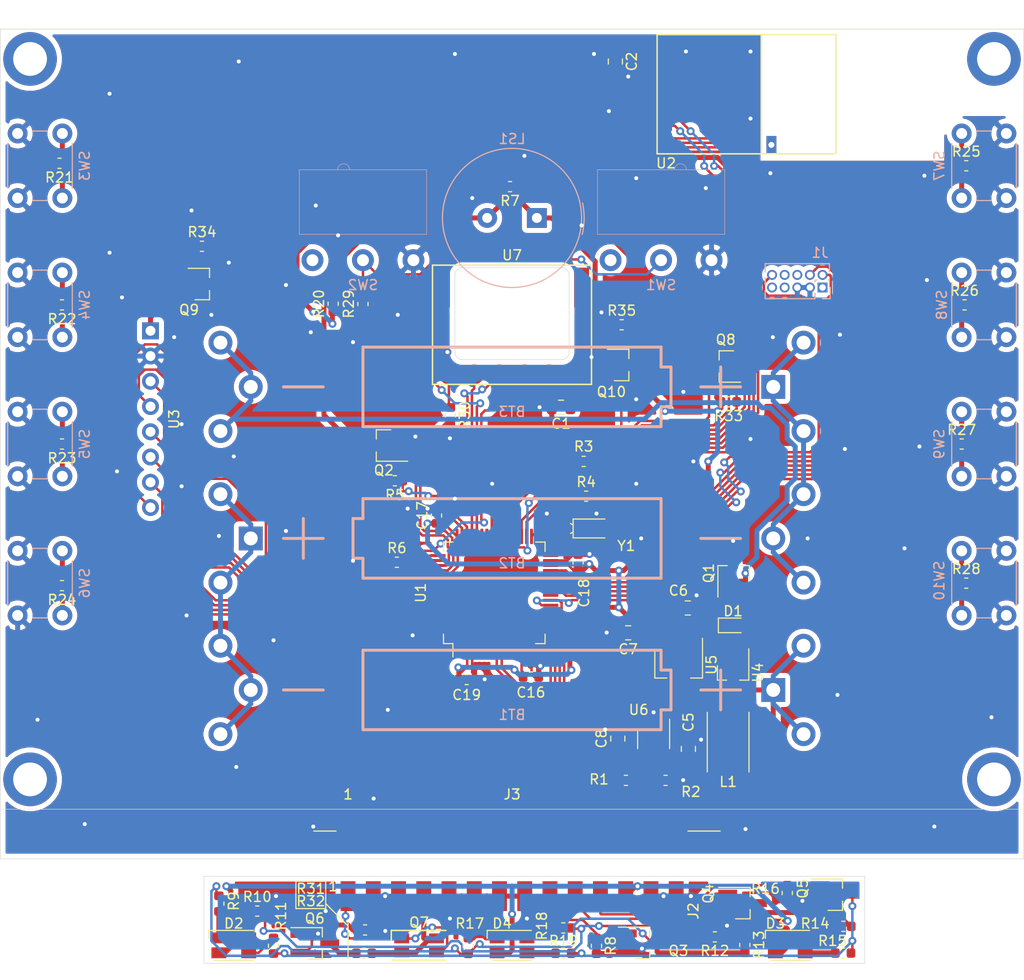
<source format=kicad_pcb>
(kicad_pcb (version 20171130) (host pcbnew 5.1.5-1.fc31)

  (general
    (thickness 1.6)
    (drawings 24)
    (tracks 1298)
    (zones 0)
    (modules 85)
    (nets 101)
  )

  (page A4)
  (layers
    (0 F.Cu signal)
    (31 B.Cu signal)
    (32 B.Adhes user)
    (33 F.Adhes user)
    (34 B.Paste user)
    (35 F.Paste user)
    (36 B.SilkS user)
    (37 F.SilkS user)
    (38 B.Mask user)
    (39 F.Mask user)
    (40 Dwgs.User user)
    (41 Cmts.User user)
    (42 Eco1.User user)
    (43 Eco2.User user)
    (44 Edge.Cuts user)
    (45 Margin user)
    (46 B.CrtYd user)
    (47 F.CrtYd user)
    (48 B.Fab user)
    (49 F.Fab user)
  )

  (setup
    (last_trace_width 0.25)
    (user_trace_width 0.5)
    (trace_clearance 0.2)
    (zone_clearance 0.508)
    (zone_45_only no)
    (trace_min 0.2)
    (via_size 0.8)
    (via_drill 0.4)
    (via_min_size 0.4)
    (via_min_drill 0.3)
    (uvia_size 0.3)
    (uvia_drill 0.1)
    (uvias_allowed no)
    (uvia_min_size 0.2)
    (uvia_min_drill 0.1)
    (edge_width 0.05)
    (segment_width 0.2)
    (pcb_text_width 0.3)
    (pcb_text_size 1.5 1.5)
    (mod_edge_width 0.12)
    (mod_text_size 1 1)
    (mod_text_width 0.15)
    (pad_size 1.524 1.524)
    (pad_drill 0.762)
    (pad_to_mask_clearance 0.051)
    (solder_mask_min_width 0.25)
    (aux_axis_origin 0 0)
    (visible_elements FFFFFF7F)
    (pcbplotparams
      (layerselection 0x010fc_ffffffff)
      (usegerberextensions false)
      (usegerberattributes false)
      (usegerberadvancedattributes false)
      (creategerberjobfile false)
      (excludeedgelayer true)
      (linewidth 0.100000)
      (plotframeref false)
      (viasonmask false)
      (mode 1)
      (useauxorigin false)
      (hpglpennumber 1)
      (hpglpenspeed 20)
      (hpglpendiameter 15.000000)
      (psnegative false)
      (psa4output false)
      (plotreference true)
      (plotvalue true)
      (plotinvisibletext false)
      (padsonsilk false)
      (subtractmaskfromsilk false)
      (outputformat 1)
      (mirror false)
      (drillshape 1)
      (scaleselection 1)
      (outputdirectory ""))
  )

  (net 0 "")
  (net 1 "Net-(BT1-Pad1)")
  (net 2 "Net-(BT1-Pad2)")
  (net 3 "Net-(BT2-Pad2)")
  (net 4 "Net-(BT3-Pad2)")
  (net 5 GND)
  (net 6 "Net-(C1-Pad1)")
  (net 7 "Net-(C2-Pad1)")
  (net 8 +3V3)
  (net 9 +5V)
  (net 10 "Net-(D1-Pad1)")
  (net 11 "Net-(D2-Pad3)")
  (net 12 "Net-(D2-Pad2)")
  (net 13 "Net-(D2-Pad1)")
  (net 14 "Net-(D3-Pad3)")
  (net 15 "Net-(D3-Pad2)")
  (net 16 "Net-(D3-Pad1)")
  (net 17 "Net-(D4-Pad3)")
  (net 18 "Net-(D4-Pad2)")
  (net 19 "Net-(D4-Pad1)")
  (net 20 /~RESET)
  (net 21 "Net-(J1-Pad9)")
  (net 22 "Net-(J1-Pad8)")
  (net 23 "Net-(J1-Pad7)")
  (net 24 "Net-(J1-Pad6)")
  (net 25 /SWDCLK)
  (net 26 /SWDIO)
  (net 27 "Net-(J1-Pad1)")
  (net 28 "Net-(L1-Pad2)")
  (net 29 "Net-(LS1-Pad2)")
  (net 30 "Net-(Q2-Pad1)")
  (net 31 "Net-(Q3-Pad3)")
  (net 32 "Net-(Q4-Pad3)")
  (net 33 "Net-(Q5-Pad3)")
  (net 34 "Net-(Q6-Pad3)")
  (net 35 /NRF_~PWR)
  (net 36 "Net-(Q9-Pad2)")
  (net 37 /DISP_~PWR)
  (net 38 /BME_~PWR)
  (net 39 "Net-(R1-Pad2)")
  (net 40 "Net-(R3-Pad1)")
  (net 41 "Net-(R4-Pad2)")
  (net 42 "Net-(R6-Pad1)")
  (net 43 "Net-(R20-Pad2)")
  (net 44 "Net-(R21-Pad2)")
  (net 45 "Net-(R22-Pad2)")
  (net 46 "Net-(R23-Pad2)")
  (net 47 "Net-(R24-Pad2)")
  (net 48 "Net-(R25-Pad2)")
  (net 49 "Net-(R26-Pad2)")
  (net 50 "Net-(R27-Pad2)")
  (net 51 "Net-(R28-Pad2)")
  (net 52 "Net-(R30-Pad1)")
  (net 53 "Net-(U1-Pad33)")
  (net 54 "Net-(U1-Pad32)")
  (net 55 "Net-(U1-Pad24)")
  (net 56 "/Power Supply/EN_5V")
  (net 57 "Net-(U1-Pad8)")
  (net 58 "Net-(U1-Pad7)")
  (net 59 "Net-(U1-Pad6)")
  (net 60 "Net-(U1-Pad5)")
  (net 61 /RED)
  (net 62 /GREEN)
  (net 63 /BLUE)
  (net 64 /EN_ALS)
  (net 65 /ALS)
  (net 66 /NRF_MISO)
  (net 67 /NRF_~IRQ)
  (net 68 /BUZZER)
  (net 69 /DISP_~BUSY)
  (net 70 /SW_L1)
  (net 71 /SW_L2)
  (net 72 /SW_L3)
  (net 73 /SW_L4)
  (net 74 /SW_R1)
  (net 75 /SW_R2)
  (net 76 /SW_R3)
  (net 77 /SW_R4)
  (net 78 /SW_TOP)
  (net 79 "Net-(U1-Pad57)")
  (net 80 "Net-(U1-Pad21)")
  (net 81 "Net-(U1-Pad20)")
  (net 82 "Net-(U1-Pad12)")
  (net 83 "Net-(U1-Pad11)")
  (net 84 /NRF_MOSI)
  (net 85 /NRF_SCK)
  (net 86 /NRF_~CS)
  (net 87 /NRF_CE)
  (net 88 /DISP_~RST)
  (net 89 /DISP_D~C)
  (net 90 /DISP_~CS)
  (net 91 /BME_~CS)
  (net 92 /BME_SCK)
  (net 93 /BME_MISO)
  (net 94 /BME_MOSI)
  (net 95 "Net-(U1-Pad64)")
  (net 96 "Net-(U1-Pad63)")
  (net 97 "Net-(U1-Pad2)")
  (net 98 "Net-(U1-Pad1)")
  (net 99 "Net-(U1-Pad43)")
  (net 100 "Net-(U1-Pad42)")

  (net_class Default "Dies ist die voreingestellte Netzklasse."
    (clearance 0.2)
    (trace_width 0.25)
    (via_dia 0.8)
    (via_drill 0.4)
    (uvia_dia 0.3)
    (uvia_drill 0.1)
    (add_net +3V3)
    (add_net +5V)
    (add_net /ALS)
    (add_net /BLUE)
    (add_net /BME_MISO)
    (add_net /BME_MOSI)
    (add_net /BME_SCK)
    (add_net /BME_~CS)
    (add_net /BME_~PWR)
    (add_net /BUZZER)
    (add_net /DISP_D~C)
    (add_net /DISP_~BUSY)
    (add_net /DISP_~CS)
    (add_net /DISP_~PWR)
    (add_net /DISP_~RST)
    (add_net /EN_ALS)
    (add_net /GREEN)
    (add_net /NRF_CE)
    (add_net /NRF_MISO)
    (add_net /NRF_MOSI)
    (add_net /NRF_SCK)
    (add_net /NRF_~CS)
    (add_net /NRF_~IRQ)
    (add_net /NRF_~PWR)
    (add_net "/Power Supply/EN_5V")
    (add_net /RED)
    (add_net /SWDCLK)
    (add_net /SWDIO)
    (add_net /SW_L1)
    (add_net /SW_L2)
    (add_net /SW_L3)
    (add_net /SW_L4)
    (add_net /SW_R1)
    (add_net /SW_R2)
    (add_net /SW_R3)
    (add_net /SW_R4)
    (add_net /SW_TOP)
    (add_net /~RESET)
    (add_net GND)
    (add_net "Net-(BT1-Pad1)")
    (add_net "Net-(BT1-Pad2)")
    (add_net "Net-(BT2-Pad2)")
    (add_net "Net-(BT3-Pad2)")
    (add_net "Net-(C1-Pad1)")
    (add_net "Net-(C2-Pad1)")
    (add_net "Net-(D1-Pad1)")
    (add_net "Net-(D2-Pad1)")
    (add_net "Net-(D2-Pad2)")
    (add_net "Net-(D2-Pad3)")
    (add_net "Net-(D3-Pad1)")
    (add_net "Net-(D3-Pad2)")
    (add_net "Net-(D3-Pad3)")
    (add_net "Net-(D4-Pad1)")
    (add_net "Net-(D4-Pad2)")
    (add_net "Net-(D4-Pad3)")
    (add_net "Net-(J1-Pad1)")
    (add_net "Net-(J1-Pad6)")
    (add_net "Net-(J1-Pad7)")
    (add_net "Net-(J1-Pad8)")
    (add_net "Net-(J1-Pad9)")
    (add_net "Net-(L1-Pad2)")
    (add_net "Net-(LS1-Pad2)")
    (add_net "Net-(Q2-Pad1)")
    (add_net "Net-(Q3-Pad3)")
    (add_net "Net-(Q4-Pad3)")
    (add_net "Net-(Q5-Pad3)")
    (add_net "Net-(Q6-Pad3)")
    (add_net "Net-(Q9-Pad2)")
    (add_net "Net-(R1-Pad2)")
    (add_net "Net-(R20-Pad2)")
    (add_net "Net-(R21-Pad2)")
    (add_net "Net-(R22-Pad2)")
    (add_net "Net-(R23-Pad2)")
    (add_net "Net-(R24-Pad2)")
    (add_net "Net-(R25-Pad2)")
    (add_net "Net-(R26-Pad2)")
    (add_net "Net-(R27-Pad2)")
    (add_net "Net-(R28-Pad2)")
    (add_net "Net-(R3-Pad1)")
    (add_net "Net-(R30-Pad1)")
    (add_net "Net-(R4-Pad2)")
    (add_net "Net-(R6-Pad1)")
    (add_net "Net-(U1-Pad1)")
    (add_net "Net-(U1-Pad11)")
    (add_net "Net-(U1-Pad12)")
    (add_net "Net-(U1-Pad2)")
    (add_net "Net-(U1-Pad20)")
    (add_net "Net-(U1-Pad21)")
    (add_net "Net-(U1-Pad24)")
    (add_net "Net-(U1-Pad32)")
    (add_net "Net-(U1-Pad33)")
    (add_net "Net-(U1-Pad42)")
    (add_net "Net-(U1-Pad43)")
    (add_net "Net-(U1-Pad5)")
    (add_net "Net-(U1-Pad57)")
    (add_net "Net-(U1-Pad6)")
    (add_net "Net-(U1-Pad63)")
    (add_net "Net-(U1-Pad64)")
    (add_net "Net-(U1-Pad7)")
    (add_net "Net-(U1-Pad8)")
  )

  (module footprints:Battery_Keystone_590_596_1xAA (layer B.Cu) (tedit 5E8F4FA2) (tstamp 5E8FCBAF)
    (at 120 76.75)
    (path /5C043AB7/5EE44377)
    (fp_text reference BT3 (at 0 2.5) (layer B.SilkS)
      (effects (font (size 1 1) (thickness 0.15)) (justify mirror))
    )
    (fp_text value NiMH (at 0 1.5) (layer B.Fab)
      (effects (font (size 1 1) (thickness 0.15)) (justify mirror))
    )
    (fp_line (start 33 7.5) (end -33 7.5) (layer B.CrtYd) (width 0.12))
    (fp_line (start 33 -7.5) (end 33 7.5) (layer B.CrtYd) (width 0.12))
    (fp_line (start -33 -7.5) (end 33 -7.5) (layer B.CrtYd) (width 0.12))
    (fp_line (start -33 7.5) (end -33 -7.5) (layer B.CrtYd) (width 0.12))
    (fp_line (start 15 4) (end -15 4) (layer B.SilkS) (width 0.3))
    (fp_line (start 15 2) (end 15 4) (layer B.SilkS) (width 0.3))
    (fp_line (start 16 2) (end 15 2) (layer B.SilkS) (width 0.3))
    (fp_line (start 16 -2) (end 16 2) (layer B.SilkS) (width 0.3))
    (fp_line (start 15 -2) (end 16 -2) (layer B.SilkS) (width 0.3))
    (fp_line (start 15 -4) (end 15 -2) (layer B.SilkS) (width 0.3))
    (fp_line (start -15 -4) (end 15 -4) (layer B.SilkS) (width 0.3))
    (fp_line (start -15 4) (end -15 -4) (layer B.SilkS) (width 0.3))
    (fp_line (start 21 2) (end 21 -2) (layer B.SilkS) (width 0.3))
    (fp_line (start 23 0) (end 19 0) (layer B.SilkS) (width 0.3))
    (fp_line (start -23 0) (end -19 0) (layer B.SilkS) (width 0.3))
    (pad 2 thru_hole circle (at -29.34 -4.45) (size 2.4 2.4) (drill 1.4) (layers *.Cu *.Mask)
      (net 4 "Net-(BT3-Pad2)"))
    (pad 2 thru_hole circle (at -29.34 4.45) (size 2.4 2.4) (drill 1.4) (layers *.Cu *.Mask)
      (net 4 "Net-(BT3-Pad2)"))
    (pad 2 thru_hole circle (at -26.29 0) (size 2.4 2.4) (drill 1.4) (layers *.Cu *.Mask)
      (net 4 "Net-(BT3-Pad2)"))
    (pad 1 thru_hole circle (at 29.34 -4.45) (size 2.4 2.4) (drill 1.4) (layers *.Cu *.Mask)
      (net 3 "Net-(BT2-Pad2)"))
    (pad 1 thru_hole circle (at 29.34 4.45) (size 2.4 2.4) (drill 1.4) (layers *.Cu *.Mask)
      (net 3 "Net-(BT2-Pad2)"))
    (pad 1 thru_hole rect (at 26.29 0) (size 2.4 2.4) (drill 1.4) (layers *.Cu *.Mask)
      (net 3 "Net-(BT2-Pad2)"))
  )

  (module Connector_PinHeader_1.27mm:PinHeader_2x05_P1.27mm_Vertical (layer B.Cu) (tedit 59FED6E3) (tstamp 5E8E1F83)
    (at 151.25 66.75 90)
    (descr "Through hole straight pin header, 2x05, 1.27mm pitch, double rows")
    (tags "Through hole pin header THT 2x05 1.27mm double row")
    (path /5EC3255F)
    (fp_text reference J1 (at 3.5 -0.25 180) (layer B.SilkS)
      (effects (font (size 1 1) (thickness 0.15)) (justify mirror))
    )
    (fp_text value SWD (at 0.635 -6.775 90) (layer B.Fab)
      (effects (font (size 1 1) (thickness 0.15)) (justify mirror))
    )
    (fp_text user %R (at 0.635 -2.54 180) (layer B.Fab)
      (effects (font (size 1 1) (thickness 0.15)) (justify mirror))
    )
    (fp_line (start 2.85 1.15) (end -1.6 1.15) (layer B.CrtYd) (width 0.05))
    (fp_line (start 2.85 -6.25) (end 2.85 1.15) (layer B.CrtYd) (width 0.05))
    (fp_line (start -1.6 -6.25) (end 2.85 -6.25) (layer B.CrtYd) (width 0.05))
    (fp_line (start -1.6 1.15) (end -1.6 -6.25) (layer B.CrtYd) (width 0.05))
    (fp_line (start -1.13 0.76) (end 0 0.76) (layer B.SilkS) (width 0.12))
    (fp_line (start -1.13 0) (end -1.13 0.76) (layer B.SilkS) (width 0.12))
    (fp_line (start 1.57753 0.695) (end 2.4 0.695) (layer B.SilkS) (width 0.12))
    (fp_line (start 0.76 0.695) (end 0.96247 0.695) (layer B.SilkS) (width 0.12))
    (fp_line (start 0.76 0.563471) (end 0.76 0.695) (layer B.SilkS) (width 0.12))
    (fp_line (start 0.76 -0.706529) (end 0.76 -0.563471) (layer B.SilkS) (width 0.12))
    (fp_line (start 0.563471 -0.76) (end 0.706529 -0.76) (layer B.SilkS) (width 0.12))
    (fp_line (start -1.13 -0.76) (end -0.563471 -0.76) (layer B.SilkS) (width 0.12))
    (fp_line (start 2.4 0.695) (end 2.4 -5.775) (layer B.SilkS) (width 0.12))
    (fp_line (start -1.13 -0.76) (end -1.13 -5.775) (layer B.SilkS) (width 0.12))
    (fp_line (start 0.30753 -5.775) (end 0.96247 -5.775) (layer B.SilkS) (width 0.12))
    (fp_line (start 1.57753 -5.775) (end 2.4 -5.775) (layer B.SilkS) (width 0.12))
    (fp_line (start -1.13 -5.775) (end -0.30753 -5.775) (layer B.SilkS) (width 0.12))
    (fp_line (start -1.07 -0.2175) (end -0.2175 0.635) (layer B.Fab) (width 0.1))
    (fp_line (start -1.07 -5.715) (end -1.07 -0.2175) (layer B.Fab) (width 0.1))
    (fp_line (start 2.34 -5.715) (end -1.07 -5.715) (layer B.Fab) (width 0.1))
    (fp_line (start 2.34 0.635) (end 2.34 -5.715) (layer B.Fab) (width 0.1))
    (fp_line (start -0.2175 0.635) (end 2.34 0.635) (layer B.Fab) (width 0.1))
    (pad 10 thru_hole oval (at 1.27 -5.08 90) (size 1 1) (drill 0.65) (layers *.Cu *.Mask)
      (net 20 /~RESET))
    (pad 9 thru_hole oval (at 0 -5.08 90) (size 1 1) (drill 0.65) (layers *.Cu *.Mask)
      (net 21 "Net-(J1-Pad9)"))
    (pad 8 thru_hole oval (at 1.27 -3.81 90) (size 1 1) (drill 0.65) (layers *.Cu *.Mask)
      (net 22 "Net-(J1-Pad8)"))
    (pad 7 thru_hole oval (at 0 -3.81 90) (size 1 1) (drill 0.65) (layers *.Cu *.Mask)
      (net 23 "Net-(J1-Pad7)"))
    (pad 6 thru_hole oval (at 1.27 -2.54 90) (size 1 1) (drill 0.65) (layers *.Cu *.Mask)
      (net 24 "Net-(J1-Pad6)"))
    (pad 5 thru_hole oval (at 0 -2.54 90) (size 1 1) (drill 0.65) (layers *.Cu *.Mask)
      (net 5 GND))
    (pad 4 thru_hole oval (at 1.27 -1.27 90) (size 1 1) (drill 0.65) (layers *.Cu *.Mask)
      (net 25 /SWDCLK))
    (pad 3 thru_hole oval (at 0 -1.27 90) (size 1 1) (drill 0.65) (layers *.Cu *.Mask)
      (net 5 GND))
    (pad 2 thru_hole oval (at 1.27 0 90) (size 1 1) (drill 0.65) (layers *.Cu *.Mask)
      (net 26 /SWDIO))
    (pad 1 thru_hole rect (at 0 0 90) (size 1 1) (drill 0.65) (layers *.Cu *.Mask)
      (net 27 "Net-(J1-Pad1)"))
    (model ${KISYS3DMOD}/Connector_PinHeader_1.27mm.3dshapes/PinHeader_2x05_P1.27mm_Vertical.wrl
      (at (xyz 0 0 0))
      (scale (xyz 1 1 1))
      (rotate (xyz 0 0 0))
    )
  )

  (module Crystal:Crystal_SMD_MicroCrystal_MS3V-T1R (layer F.Cu) (tedit 5A1AD604) (tstamp 5E95527C)
    (at 128.275 91 90)
    (descr "SMD Watch Crystal MicroCrystal MS3V-T1R 5.2mm length 1.4mm diameter http://www.microcrystal.com/images/_Product-Documentation/03_TF_metal_Packages/01_Datasheet/MS3V-T1R.pdf")
    (tags ['MS3V-T1R'])
    (path /5E996AE4)
    (attr smd)
    (fp_text reference Y1 (at -1.75 3.225) (layer F.SilkS)
      (effects (font (size 1 1) (thickness 0.15)))
    )
    (fp_text value 32768Hz (at 2.07 -1.9625) (layer F.Fab)
      (effects (font (size 1 1) (thickness 0.15)))
    )
    (fp_line (start 1.5 -3.93) (end -1.5 -3.93) (layer F.CrtYd) (width 0.05))
    (fp_line (start 1.5 3.97) (end 1.5 -3.93) (layer F.CrtYd) (width 0.05))
    (fp_line (start -1.5 3.97) (end 1.5 3.97) (layer F.CrtYd) (width 0.05))
    (fp_line (start -1.5 -3.93) (end -1.5 3.97) (layer F.CrtYd) (width 0.05))
    (fp_line (start 0.5 -2.375) (end 0.5 -2.375) (layer F.SilkS) (width 0.12))
    (fp_line (start 0.35 -2.125) (end 0.5 -2.375) (layer F.SilkS) (width 0.12))
    (fp_line (start -0.5 -2.375) (end -0.5 -2.375) (layer F.SilkS) (width 0.12))
    (fp_line (start -0.35 -2.125) (end -0.5 -2.375) (layer F.SilkS) (width 0.12))
    (fp_line (start 0.95 -2.125) (end 0.95 1.075) (layer F.SilkS) (width 0.12))
    (fp_line (start -0.95 -2.125) (end 0.95 -2.125) (layer F.SilkS) (width 0.12))
    (fp_line (start -0.95 1.075) (end -0.95 -2.125) (layer F.SilkS) (width 0.12))
    (fp_line (start 0.5 -2.525) (end 0.5 -3.125) (layer F.Fab) (width 0.1))
    (fp_line (start 0.35 -1.925) (end 0.5 -2.525) (layer F.Fab) (width 0.1))
    (fp_line (start -0.5 -2.525) (end -0.5 -3.125) (layer F.Fab) (width 0.1))
    (fp_line (start -0.35 -1.925) (end -0.5 -2.525) (layer F.Fab) (width 0.1))
    (fp_line (start 0.7 -1.925) (end -0.7 -1.925) (layer F.Fab) (width 0.1))
    (fp_line (start 0.7 3.275) (end 0.7 -1.925) (layer F.Fab) (width 0.1))
    (fp_line (start -0.7 3.275) (end 0.7 3.275) (layer F.Fab) (width 0.1))
    (fp_line (start -0.7 -1.925) (end -0.7 3.275) (layer F.Fab) (width 0.1))
    (fp_text user %R (at 0 0.075 90) (layer F.Fab)
      (effects (font (size 0.5 0.5) (thickness 0.075)))
    )
    (pad 3 smd rect (at 0 2.475 90) (size 1.5 2.4) (layers F.Cu F.Paste F.Mask)
      (net 5 GND))
    (pad 2 smd rect (at 0.5 -3.125 90) (size 0.6 1.1) (layers F.Cu F.Paste F.Mask)
      (net 53 "Net-(U1-Pad33)"))
    (pad 1 smd rect (at -0.5 -3.125 90) (size 0.6 1.1) (layers F.Cu F.Paste F.Mask)
      (net 54 "Net-(U1-Pad32)"))
    (model ${KISYS3DMOD}/Crystal.3dshapes/Crystal_SMD_MicroCrystal_MS3V-T1R.wrl
      (offset (xyz 0 0.3249999953589897 0))
      (scale (xyz 1 1 1))
      (rotate (xyz 0 0 0))
    )
  )

  (module Package_QFP:LQFP-64_10x10mm_P0.5mm (layer F.Cu) (tedit 5D9F72AF) (tstamp 5E8E2451)
    (at 118.215 97.475 90)
    (descr "LQFP, 64 Pin (https://www.analog.com/media/en/technical-documentation/data-sheets/ad7606_7606-6_7606-4.pdf), generated with kicad-footprint-generator ipc_gullwing_generator.py")
    (tags "LQFP QFP")
    (path /5C0737ED)
    (attr smd)
    (fp_text reference U1 (at 0 -7.4 90) (layer F.SilkS)
      (effects (font (size 1 1) (thickness 0.15)))
    )
    (fp_text value MKL25Z128VLH4 (at 0 7.4 90) (layer F.Fab)
      (effects (font (size 1 1) (thickness 0.15)))
    )
    (fp_text user %R (at 0 0 90) (layer F.Fab)
      (effects (font (size 1 1) (thickness 0.15)))
    )
    (fp_line (start 6.7 4.15) (end 6.7 0) (layer F.CrtYd) (width 0.05))
    (fp_line (start 5.25 4.15) (end 6.7 4.15) (layer F.CrtYd) (width 0.05))
    (fp_line (start 5.25 5.25) (end 5.25 4.15) (layer F.CrtYd) (width 0.05))
    (fp_line (start 4.15 5.25) (end 5.25 5.25) (layer F.CrtYd) (width 0.05))
    (fp_line (start 4.15 6.7) (end 4.15 5.25) (layer F.CrtYd) (width 0.05))
    (fp_line (start 0 6.7) (end 4.15 6.7) (layer F.CrtYd) (width 0.05))
    (fp_line (start -6.7 4.15) (end -6.7 0) (layer F.CrtYd) (width 0.05))
    (fp_line (start -5.25 4.15) (end -6.7 4.15) (layer F.CrtYd) (width 0.05))
    (fp_line (start -5.25 5.25) (end -5.25 4.15) (layer F.CrtYd) (width 0.05))
    (fp_line (start -4.15 5.25) (end -5.25 5.25) (layer F.CrtYd) (width 0.05))
    (fp_line (start -4.15 6.7) (end -4.15 5.25) (layer F.CrtYd) (width 0.05))
    (fp_line (start 0 6.7) (end -4.15 6.7) (layer F.CrtYd) (width 0.05))
    (fp_line (start 6.7 -4.15) (end 6.7 0) (layer F.CrtYd) (width 0.05))
    (fp_line (start 5.25 -4.15) (end 6.7 -4.15) (layer F.CrtYd) (width 0.05))
    (fp_line (start 5.25 -5.25) (end 5.25 -4.15) (layer F.CrtYd) (width 0.05))
    (fp_line (start 4.15 -5.25) (end 5.25 -5.25) (layer F.CrtYd) (width 0.05))
    (fp_line (start 4.15 -6.7) (end 4.15 -5.25) (layer F.CrtYd) (width 0.05))
    (fp_line (start 0 -6.7) (end 4.15 -6.7) (layer F.CrtYd) (width 0.05))
    (fp_line (start -6.7 -4.15) (end -6.7 0) (layer F.CrtYd) (width 0.05))
    (fp_line (start -5.25 -4.15) (end -6.7 -4.15) (layer F.CrtYd) (width 0.05))
    (fp_line (start -5.25 -5.25) (end -5.25 -4.15) (layer F.CrtYd) (width 0.05))
    (fp_line (start -4.15 -5.25) (end -5.25 -5.25) (layer F.CrtYd) (width 0.05))
    (fp_line (start -4.15 -6.7) (end -4.15 -5.25) (layer F.CrtYd) (width 0.05))
    (fp_line (start 0 -6.7) (end -4.15 -6.7) (layer F.CrtYd) (width 0.05))
    (fp_line (start -5 -4) (end -4 -5) (layer F.Fab) (width 0.1))
    (fp_line (start -5 5) (end -5 -4) (layer F.Fab) (width 0.1))
    (fp_line (start 5 5) (end -5 5) (layer F.Fab) (width 0.1))
    (fp_line (start 5 -5) (end 5 5) (layer F.Fab) (width 0.1))
    (fp_line (start -4 -5) (end 5 -5) (layer F.Fab) (width 0.1))
    (fp_line (start -5.11 -4.16) (end -6.45 -4.16) (layer F.SilkS) (width 0.12))
    (fp_line (start -5.11 -5.11) (end -5.11 -4.16) (layer F.SilkS) (width 0.12))
    (fp_line (start -4.16 -5.11) (end -5.11 -5.11) (layer F.SilkS) (width 0.12))
    (fp_line (start 5.11 -5.11) (end 5.11 -4.16) (layer F.SilkS) (width 0.12))
    (fp_line (start 4.16 -5.11) (end 5.11 -5.11) (layer F.SilkS) (width 0.12))
    (fp_line (start -5.11 5.11) (end -5.11 4.16) (layer F.SilkS) (width 0.12))
    (fp_line (start -4.16 5.11) (end -5.11 5.11) (layer F.SilkS) (width 0.12))
    (fp_line (start 5.11 5.11) (end 5.11 4.16) (layer F.SilkS) (width 0.12))
    (fp_line (start 4.16 5.11) (end 5.11 5.11) (layer F.SilkS) (width 0.12))
    (pad 64 smd roundrect (at -3.75 -5.675 90) (size 0.3 1.55) (layers F.Cu F.Paste F.Mask) (roundrect_rratio 0.25)
      (net 95 "Net-(U1-Pad64)"))
    (pad 63 smd roundrect (at -3.25 -5.675 90) (size 0.3 1.55) (layers F.Cu F.Paste F.Mask) (roundrect_rratio 0.25)
      (net 96 "Net-(U1-Pad63)"))
    (pad 62 smd roundrect (at -2.75 -5.675 90) (size 0.3 1.55) (layers F.Cu F.Paste F.Mask) (roundrect_rratio 0.25)
      (net 85 /NRF_SCK))
    (pad 61 smd roundrect (at -2.25 -5.675 90) (size 0.3 1.55) (layers F.Cu F.Paste F.Mask) (roundrect_rratio 0.25)
      (net 73 /SW_L4))
    (pad 60 smd roundrect (at -1.75 -5.675 90) (size 0.3 1.55) (layers F.Cu F.Paste F.Mask) (roundrect_rratio 0.25)
      (net 72 /SW_L3))
    (pad 59 smd roundrect (at -1.25 -5.675 90) (size 0.3 1.55) (layers F.Cu F.Paste F.Mask) (roundrect_rratio 0.25)
      (net 71 /SW_L2))
    (pad 58 smd roundrect (at -0.75 -5.675 90) (size 0.3 1.55) (layers F.Cu F.Paste F.Mask) (roundrect_rratio 0.25)
      (net 70 /SW_L1))
    (pad 57 smd roundrect (at -0.25 -5.675 90) (size 0.3 1.55) (layers F.Cu F.Paste F.Mask) (roundrect_rratio 0.25)
      (net 79 "Net-(U1-Pad57)"))
    (pad 56 smd roundrect (at 0.25 -5.675 90) (size 0.3 1.55) (layers F.Cu F.Paste F.Mask) (roundrect_rratio 0.25)
      (net 37 /DISP_~PWR))
    (pad 55 smd roundrect (at 0.75 -5.675 90) (size 0.3 1.55) (layers F.Cu F.Paste F.Mask) (roundrect_rratio 0.25)
      (net 88 /DISP_~RST))
    (pad 54 smd roundrect (at 1.25 -5.675 90) (size 0.3 1.55) (layers F.Cu F.Paste F.Mask) (roundrect_rratio 0.25)
      (net 89 /DISP_D~C))
    (pad 53 smd roundrect (at 1.75 -5.675 90) (size 0.3 1.55) (layers F.Cu F.Paste F.Mask) (roundrect_rratio 0.25)
      (net 90 /DISP_~CS))
    (pad 52 smd roundrect (at 2.25 -5.675 90) (size 0.3 1.55) (layers F.Cu F.Paste F.Mask) (roundrect_rratio 0.25)
      (net 94 /BME_MOSI))
    (pad 51 smd roundrect (at 2.75 -5.675 90) (size 0.3 1.55) (layers F.Cu F.Paste F.Mask) (roundrect_rratio 0.25)
      (net 93 /BME_MISO))
    (pad 50 smd roundrect (at 3.25 -5.675 90) (size 0.3 1.55) (layers F.Cu F.Paste F.Mask) (roundrect_rratio 0.25)
      (net 92 /BME_SCK))
    (pad 49 smd roundrect (at 3.75 -5.675 90) (size 0.3 1.55) (layers F.Cu F.Paste F.Mask) (roundrect_rratio 0.25)
      (net 69 /DISP_~BUSY))
    (pad 48 smd roundrect (at 5.675 -3.75 90) (size 1.55 0.3) (layers F.Cu F.Paste F.Mask) (roundrect_rratio 0.25)
      (net 8 +3V3))
    (pad 47 smd roundrect (at 5.675 -3.25 90) (size 1.55 0.3) (layers F.Cu F.Paste F.Mask) (roundrect_rratio 0.25)
      (net 5 GND))
    (pad 46 smd roundrect (at 5.675 -2.75 90) (size 1.55 0.3) (layers F.Cu F.Paste F.Mask) (roundrect_rratio 0.25)
      (net 68 /BUZZER))
    (pad 45 smd roundrect (at 5.675 -2.25 90) (size 1.55 0.3) (layers F.Cu F.Paste F.Mask) (roundrect_rratio 0.25)
      (net 91 /BME_~CS))
    (pad 44 smd roundrect (at 5.675 -1.75 90) (size 1.55 0.3) (layers F.Cu F.Paste F.Mask) (roundrect_rratio 0.25)
      (net 78 /SW_TOP))
    (pad 43 smd roundrect (at 5.675 -1.25 90) (size 1.55 0.3) (layers F.Cu F.Paste F.Mask) (roundrect_rratio 0.25)
      (net 99 "Net-(U1-Pad43)"))
    (pad 42 smd roundrect (at 5.675 -0.75 90) (size 1.55 0.3) (layers F.Cu F.Paste F.Mask) (roundrect_rratio 0.25)
      (net 100 "Net-(U1-Pad42)"))
    (pad 41 smd roundrect (at 5.675 -0.25 90) (size 1.55 0.3) (layers F.Cu F.Paste F.Mask) (roundrect_rratio 0.25)
      (net 38 /BME_~PWR))
    (pad 40 smd roundrect (at 5.675 0.25 90) (size 1.55 0.3) (layers F.Cu F.Paste F.Mask) (roundrect_rratio 0.25)
      (net 66 /NRF_MISO))
    (pad 39 smd roundrect (at 5.675 0.75 90) (size 1.55 0.3) (layers F.Cu F.Paste F.Mask) (roundrect_rratio 0.25)
      (net 84 /NRF_MOSI))
    (pad 38 smd roundrect (at 5.675 1.25 90) (size 1.55 0.3) (layers F.Cu F.Paste F.Mask) (roundrect_rratio 0.25)
      (net 35 /NRF_~PWR))
    (pad 37 smd roundrect (at 5.675 1.75 90) (size 1.55 0.3) (layers F.Cu F.Paste F.Mask) (roundrect_rratio 0.25)
      (net 87 /NRF_CE))
    (pad 36 smd roundrect (at 5.675 2.25 90) (size 1.55 0.3) (layers F.Cu F.Paste F.Mask) (roundrect_rratio 0.25)
      (net 86 /NRF_~CS))
    (pad 35 smd roundrect (at 5.675 2.75 90) (size 1.55 0.3) (layers F.Cu F.Paste F.Mask) (roundrect_rratio 0.25)
      (net 67 /NRF_~IRQ))
    (pad 34 smd roundrect (at 5.675 3.25 90) (size 1.55 0.3) (layers F.Cu F.Paste F.Mask) (roundrect_rratio 0.25)
      (net 20 /~RESET))
    (pad 33 smd roundrect (at 5.675 3.75 90) (size 1.55 0.3) (layers F.Cu F.Paste F.Mask) (roundrect_rratio 0.25)
      (net 53 "Net-(U1-Pad33)"))
    (pad 32 smd roundrect (at 3.75 5.675 90) (size 0.3 1.55) (layers F.Cu F.Paste F.Mask) (roundrect_rratio 0.25)
      (net 54 "Net-(U1-Pad32)"))
    (pad 31 smd roundrect (at 3.25 5.675 90) (size 0.3 1.55) (layers F.Cu F.Paste F.Mask) (roundrect_rratio 0.25)
      (net 5 GND))
    (pad 30 smd roundrect (at 2.75 5.675 90) (size 0.3 1.55) (layers F.Cu F.Paste F.Mask) (roundrect_rratio 0.25)
      (net 8 +3V3))
    (pad 29 smd roundrect (at 2.25 5.675 90) (size 0.3 1.55) (layers F.Cu F.Paste F.Mask) (roundrect_rratio 0.25)
      (net 74 /SW_R1))
    (pad 28 smd roundrect (at 1.75 5.675 90) (size 0.3 1.55) (layers F.Cu F.Paste F.Mask) (roundrect_rratio 0.25)
      (net 75 /SW_R2))
    (pad 27 smd roundrect (at 1.25 5.675 90) (size 0.3 1.55) (layers F.Cu F.Paste F.Mask) (roundrect_rratio 0.25)
      (net 76 /SW_R3))
    (pad 26 smd roundrect (at 0.75 5.675 90) (size 0.3 1.55) (layers F.Cu F.Paste F.Mask) (roundrect_rratio 0.25)
      (net 77 /SW_R4))
    (pad 25 smd roundrect (at 0.25 5.675 90) (size 0.3 1.55) (layers F.Cu F.Paste F.Mask) (roundrect_rratio 0.25)
      (net 26 /SWDIO))
    (pad 24 smd roundrect (at -0.25 5.675 90) (size 0.3 1.55) (layers F.Cu F.Paste F.Mask) (roundrect_rratio 0.25)
      (net 55 "Net-(U1-Pad24)"))
    (pad 23 smd roundrect (at -0.75 5.675 90) (size 0.3 1.55) (layers F.Cu F.Paste F.Mask) (roundrect_rratio 0.25)
      (net 56 "/Power Supply/EN_5V"))
    (pad 22 smd roundrect (at -1.25 5.675 90) (size 0.3 1.55) (layers F.Cu F.Paste F.Mask) (roundrect_rratio 0.25)
      (net 25 /SWDCLK))
    (pad 21 smd roundrect (at -1.75 5.675 90) (size 0.3 1.55) (layers F.Cu F.Paste F.Mask) (roundrect_rratio 0.25)
      (net 80 "Net-(U1-Pad21)"))
    (pad 20 smd roundrect (at -2.25 5.675 90) (size 0.3 1.55) (layers F.Cu F.Paste F.Mask) (roundrect_rratio 0.25)
      (net 81 "Net-(U1-Pad20)"))
    (pad 19 smd roundrect (at -2.75 5.675 90) (size 0.3 1.55) (layers F.Cu F.Paste F.Mask) (roundrect_rratio 0.25)
      (net 63 /BLUE))
    (pad 18 smd roundrect (at -3.25 5.675 90) (size 0.3 1.55) (layers F.Cu F.Paste F.Mask) (roundrect_rratio 0.25)
      (net 62 /GREEN))
    (pad 17 smd roundrect (at -3.75 5.675 90) (size 0.3 1.55) (layers F.Cu F.Paste F.Mask) (roundrect_rratio 0.25)
      (net 61 /RED))
    (pad 16 smd roundrect (at -5.675 3.75 90) (size 1.55 0.3) (layers F.Cu F.Paste F.Mask) (roundrect_rratio 0.25)
      (net 5 GND))
    (pad 15 smd roundrect (at -5.675 3.25 90) (size 1.55 0.3) (layers F.Cu F.Paste F.Mask) (roundrect_rratio 0.25)
      (net 5 GND))
    (pad 14 smd roundrect (at -5.675 2.75 90) (size 1.55 0.3) (layers F.Cu F.Paste F.Mask) (roundrect_rratio 0.25)
      (net 8 +3V3))
    (pad 13 smd roundrect (at -5.675 2.25 90) (size 1.55 0.3) (layers F.Cu F.Paste F.Mask) (roundrect_rratio 0.25)
      (net 8 +3V3))
    (pad 12 smd roundrect (at -5.675 1.75 90) (size 1.55 0.3) (layers F.Cu F.Paste F.Mask) (roundrect_rratio 0.25)
      (net 82 "Net-(U1-Pad12)"))
    (pad 11 smd roundrect (at -5.675 1.25 90) (size 1.55 0.3) (layers F.Cu F.Paste F.Mask) (roundrect_rratio 0.25)
      (net 83 "Net-(U1-Pad11)"))
    (pad 10 smd roundrect (at -5.675 0.75 90) (size 1.55 0.3) (layers F.Cu F.Paste F.Mask) (roundrect_rratio 0.25)
      (net 65 /ALS))
    (pad 9 smd roundrect (at -5.675 0.25 90) (size 1.55 0.3) (layers F.Cu F.Paste F.Mask) (roundrect_rratio 0.25)
      (net 64 /EN_ALS))
    (pad 8 smd roundrect (at -5.675 -0.25 90) (size 1.55 0.3) (layers F.Cu F.Paste F.Mask) (roundrect_rratio 0.25)
      (net 57 "Net-(U1-Pad8)"))
    (pad 7 smd roundrect (at -5.675 -0.75 90) (size 1.55 0.3) (layers F.Cu F.Paste F.Mask) (roundrect_rratio 0.25)
      (net 58 "Net-(U1-Pad7)"))
    (pad 6 smd roundrect (at -5.675 -1.25 90) (size 1.55 0.3) (layers F.Cu F.Paste F.Mask) (roundrect_rratio 0.25)
      (net 59 "Net-(U1-Pad6)"))
    (pad 5 smd roundrect (at -5.675 -1.75 90) (size 1.55 0.3) (layers F.Cu F.Paste F.Mask) (roundrect_rratio 0.25)
      (net 60 "Net-(U1-Pad5)"))
    (pad 4 smd roundrect (at -5.675 -2.25 90) (size 1.55 0.3) (layers F.Cu F.Paste F.Mask) (roundrect_rratio 0.25)
      (net 5 GND))
    (pad 3 smd roundrect (at -5.675 -2.75 90) (size 1.55 0.3) (layers F.Cu F.Paste F.Mask) (roundrect_rratio 0.25)
      (net 8 +3V3))
    (pad 2 smd roundrect (at -5.675 -3.25 90) (size 1.55 0.3) (layers F.Cu F.Paste F.Mask) (roundrect_rratio 0.25)
      (net 97 "Net-(U1-Pad2)"))
    (pad 1 smd roundrect (at -5.675 -3.75 90) (size 1.55 0.3) (layers F.Cu F.Paste F.Mask) (roundrect_rratio 0.25)
      (net 98 "Net-(U1-Pad1)"))
    (model ${KISYS3DMOD}/Package_QFP.3dshapes/LQFP-64_10x10mm_P0.5mm.wrl
      (at (xyz 0 0 0))
      (scale (xyz 1 1 1))
      (rotate (xyz 0 0 0))
    )
  )

  (module footprints:Battery_Keystone_590_596_1xAA (layer B.Cu) (tedit 5E8F4FA2) (tstamp 5E8E1E44)
    (at 120 92 180)
    (path /5C043AB7/5EE43EF0)
    (fp_text reference BT2 (at 0 -2.5) (layer B.SilkS)
      (effects (font (size 1 1) (thickness 0.15)) (justify mirror))
    )
    (fp_text value NiMH (at 0 1.5) (layer B.Fab)
      (effects (font (size 1 1) (thickness 0.15)) (justify mirror))
    )
    (fp_line (start 33 7.5) (end -33 7.5) (layer B.CrtYd) (width 0.12))
    (fp_line (start 33 -7.5) (end 33 7.5) (layer B.CrtYd) (width 0.12))
    (fp_line (start -33 -7.5) (end 33 -7.5) (layer B.CrtYd) (width 0.12))
    (fp_line (start -33 7.5) (end -33 -7.5) (layer B.CrtYd) (width 0.12))
    (fp_line (start 15 4) (end -15 4) (layer B.SilkS) (width 0.3))
    (fp_line (start 15 2) (end 15 4) (layer B.SilkS) (width 0.3))
    (fp_line (start 16 2) (end 15 2) (layer B.SilkS) (width 0.3))
    (fp_line (start 16 -2) (end 16 2) (layer B.SilkS) (width 0.3))
    (fp_line (start 15 -2) (end 16 -2) (layer B.SilkS) (width 0.3))
    (fp_line (start 15 -4) (end 15 -2) (layer B.SilkS) (width 0.3))
    (fp_line (start -15 -4) (end 15 -4) (layer B.SilkS) (width 0.3))
    (fp_line (start -15 4) (end -15 -4) (layer B.SilkS) (width 0.3))
    (fp_line (start 21 2) (end 21 -2) (layer B.SilkS) (width 0.3))
    (fp_line (start 23 0) (end 19 0) (layer B.SilkS) (width 0.3))
    (fp_line (start -23 0) (end -19 0) (layer B.SilkS) (width 0.3))
    (pad 2 thru_hole circle (at -29.34 -4.45 180) (size 2.4 2.4) (drill 1.4) (layers *.Cu *.Mask)
      (net 3 "Net-(BT2-Pad2)"))
    (pad 2 thru_hole circle (at -29.34 4.45 180) (size 2.4 2.4) (drill 1.4) (layers *.Cu *.Mask)
      (net 3 "Net-(BT2-Pad2)"))
    (pad 2 thru_hole circle (at -26.29 0 180) (size 2.4 2.4) (drill 1.4) (layers *.Cu *.Mask)
      (net 3 "Net-(BT2-Pad2)"))
    (pad 1 thru_hole circle (at 29.34 -4.45 180) (size 2.4 2.4) (drill 1.4) (layers *.Cu *.Mask)
      (net 2 "Net-(BT1-Pad2)"))
    (pad 1 thru_hole circle (at 29.34 4.45 180) (size 2.4 2.4) (drill 1.4) (layers *.Cu *.Mask)
      (net 2 "Net-(BT1-Pad2)"))
    (pad 1 thru_hole rect (at 26.29 0 180) (size 2.4 2.4) (drill 1.4) (layers *.Cu *.Mask)
      (net 2 "Net-(BT1-Pad2)"))
  )

  (module Resistor_SMD:R_0603_1608Metric (layer F.Cu) (tedit 5B301BBD) (tstamp 5E8E20AE)
    (at 127.2125 84.25 180)
    (descr "Resistor SMD 0603 (1608 Metric), square (rectangular) end terminal, IPC_7351 nominal, (Body size source: http://www.tortai-tech.com/upload/download/2011102023233369053.pdf), generated with kicad-footprint-generator")
    (tags resistor)
    (path /5ED76FB5)
    (attr smd)
    (fp_text reference R3 (at 0 1.5) (layer F.SilkS)
      (effects (font (size 1 1) (thickness 0.15)))
    )
    (fp_text value 1K (at 0 1.43) (layer F.Fab)
      (effects (font (size 1 1) (thickness 0.15)))
    )
    (fp_line (start -0.8 0.4) (end -0.8 -0.4) (layer F.Fab) (width 0.1))
    (fp_line (start -0.8 -0.4) (end 0.8 -0.4) (layer F.Fab) (width 0.1))
    (fp_line (start 0.8 -0.4) (end 0.8 0.4) (layer F.Fab) (width 0.1))
    (fp_line (start 0.8 0.4) (end -0.8 0.4) (layer F.Fab) (width 0.1))
    (fp_line (start -0.162779 -0.51) (end 0.162779 -0.51) (layer F.SilkS) (width 0.12))
    (fp_line (start -0.162779 0.51) (end 0.162779 0.51) (layer F.SilkS) (width 0.12))
    (fp_line (start -1.48 0.73) (end -1.48 -0.73) (layer F.CrtYd) (width 0.05))
    (fp_line (start -1.48 -0.73) (end 1.48 -0.73) (layer F.CrtYd) (width 0.05))
    (fp_line (start 1.48 -0.73) (end 1.48 0.73) (layer F.CrtYd) (width 0.05))
    (fp_line (start 1.48 0.73) (end -1.48 0.73) (layer F.CrtYd) (width 0.05))
    (fp_text user %R (at 0 0) (layer F.Fab)
      (effects (font (size 0.4 0.4) (thickness 0.06)))
    )
    (pad 1 smd roundrect (at -0.7875 0 180) (size 0.875 0.95) (layers F.Cu F.Paste F.Mask) (roundrect_rratio 0.25)
      (net 40 "Net-(R3-Pad1)"))
    (pad 2 smd roundrect (at 0.7875 0 180) (size 0.875 0.95) (layers F.Cu F.Paste F.Mask) (roundrect_rratio 0.25)
      (net 66 /NRF_MISO))
    (model ${KISYS3DMOD}/Resistor_SMD.3dshapes/R_0603_1608Metric.wrl
      (at (xyz 0 0 0))
      (scale (xyz 1 1 1))
      (rotate (xyz 0 0 0))
    )
  )

  (module footprints:NRF24L01+breakout_SMD (layer F.Cu) (tedit 5E78B67B) (tstamp 5E8E2463)
    (at 143.6 47.3 270)
    (path /5E7AFF0E)
    (fp_text reference U2 (at 6.95 8.1 180) (layer F.SilkS)
      (effects (font (size 1 1) (thickness 0.15)))
    )
    (fp_text value NRF24L01_Breakout_SMD (at 0 -0.5 90) (layer F.Fab)
      (effects (font (size 1 1) (thickness 0.15)))
    )
    (fp_line (start -6 -9) (end 6 -9) (layer F.SilkS) (width 0.15))
    (fp_line (start 6 -9) (end 6 9) (layer F.SilkS) (width 0.15))
    (fp_line (start 6 9) (end -6 9) (layer F.SilkS) (width 0.15))
    (fp_line (start -6 9) (end -6 -9) (layer F.SilkS) (width 0.15))
    (fp_line (start 6 -1.5) (end -6 -1.5) (layer F.SilkS) (width 0.15))
    (pad "" thru_hole rect (at 5.1 -2.5 270) (size 1.8 1) (drill 0.6) (layers *.Cu *.Mask))
    (pad 8 smd rect (at 4.445 9 270) (size 1 3) (layers F.Cu F.Paste F.Mask)
      (net 41 "Net-(R4-Pad2)"))
    (pad 7 smd rect (at 3.175 9 270) (size 1 3) (layers F.Cu F.Paste F.Mask)
      (net 40 "Net-(R3-Pad1)"))
    (pad 6 smd rect (at 1.905 9 270) (size 1 3) (layers F.Cu F.Paste F.Mask)
      (net 84 /NRF_MOSI))
    (pad 5 smd rect (at 0.635 9 270) (size 1 3) (layers F.Cu F.Paste F.Mask)
      (net 85 /NRF_SCK))
    (pad 4 smd rect (at -0.635 9 270) (size 1 3) (layers F.Cu F.Paste F.Mask)
      (net 86 /NRF_~CS))
    (pad 3 smd rect (at -1.905 9 270) (size 1 3) (layers F.Cu F.Paste F.Mask)
      (net 87 /NRF_CE))
    (pad 2 smd rect (at -3.175 9 270) (size 1 3) (layers F.Cu F.Paste F.Mask)
      (net 5 GND))
    (pad 1 smd rect (at -4.445 9 270) (size 1 3) (layers F.Cu F.Paste F.Mask)
      (net 7 "Net-(C2-Pad1)"))
  )

  (module footprints:GY-B11_EP_280_SMD_Reverse (layer F.Cu) (tedit 5E91EF06) (tstamp 5E92B25C)
    (at 120 70.5)
    (path /5E937ACB/5E978131)
    (attr smd)
    (fp_text reference U7 (at 0 -7) (layer F.SilkS)
      (effects (font (size 1 1) (thickness 0.15)))
    )
    (fp_text value GY-B11_EP_280 (at 0 7) (layer F.Fab)
      (effects (font (size 1 1) (thickness 0.15)))
    )
    (fp_circle (center 1 -2.5) (end 1 -2.25) (layer F.Fab) (width 0.12))
    (fp_line (start -1.5 -1) (end -1.5 -4) (layer F.Fab) (width 0.12))
    (fp_line (start 1.5 -1) (end -1.5 -1) (layer F.Fab) (width 0.12))
    (fp_line (start 1.5 -4) (end 1.5 -1) (layer F.Fab) (width 0.12))
    (fp_line (start -1.5 -4) (end 1.5 -4) (layer F.Fab) (width 0.12))
    (fp_text user "PCB cutout" (at 0 0.75) (layer F.Fab)
      (effects (font (size 1 1) (thickness 0.15)))
    )
    (fp_line (start -8 -6) (end -8 6) (layer F.SilkS) (width 0.15))
    (fp_line (start -8 6) (end 8 6) (layer F.SilkS) (width 0.15))
    (fp_line (start 8 6) (end 8 -6) (layer F.SilkS) (width 0.15))
    (fp_line (start 8 -6) (end -8 -6) (layer F.SilkS) (width 0.15))
    (fp_line (start -8.2 -6.2) (end -8.2 6.2) (layer F.CrtYd) (width 0.12))
    (fp_line (start -8.2 6.2) (end 8.2 6.2) (layer F.CrtYd) (width 0.12))
    (fp_line (start 8.2 6.2) (end 8.2 -6.2) (layer F.CrtYd) (width 0.12))
    (fp_line (start 8.2 -6.2) (end -8.2 -6.2) (layer F.CrtYd) (width 0.12))
    (fp_line (start -5 3.5) (end 5 3.5) (layer F.Fab) (width 0.12))
    (fp_line (start 5 3.5) (end 5 -5.75) (layer F.Fab) (width 0.12))
    (fp_line (start 5 -5.75) (end -5 -5.75) (layer F.Fab) (width 0.12))
    (fp_line (start -5 -5.75) (end -5 3.5) (layer F.Fab) (width 0.12))
    (pad "" smd rect (at -7 -3.75) (size 1.5 4) (layers F.Cu F.Paste F.Mask))
    (pad "" smd rect (at 7 -3.75) (size 1.5 4) (layers F.Cu F.Paste F.Mask))
    (pad 2 smd circle (at 3.73 5) (size 2 2) (layers F.Cu F.Paste F.Mask)
      (net 5 GND))
    (pad 3 smd circle (at 1.27 5) (size 2 2) (layers F.Cu F.Paste F.Mask)
      (net 92 /BME_SCK))
    (pad 4 smd circle (at -1.27 5) (size 2 2) (layers F.Cu F.Paste F.Mask)
      (net 94 /BME_MOSI))
    (pad 5 smd circle (at -3.81 5) (size 2 2) (layers F.Cu F.Paste F.Mask)
      (net 91 /BME_~CS))
    (pad 6 smd circle (at -6.35 5) (size 2 2) (layers F.Cu F.Paste F.Mask)
      (net 52 "Net-(R30-Pad1)"))
    (pad 1 smd rect (at 6.35 5) (size 2 2) (layers F.Cu F.Paste F.Mask)
      (net 6 "Net-(C1-Pad1)"))
  )

  (module Diode_SMD:D_0603_1608Metric (layer F.Cu) (tedit 5B301BBE) (tstamp 5E90EEBA)
    (at 142.25 100.75)
    (descr "Diode SMD 0603 (1608 Metric), square (rectangular) end terminal, IPC_7351 nominal, (Body size source: http://www.tortai-tech.com/upload/download/2011102023233369053.pdf), generated with kicad-footprint-generator")
    (tags diode)
    (path /5C043AB7/5C061381)
    (attr smd)
    (fp_text reference D1 (at 0 -1.43) (layer F.SilkS)
      (effects (font (size 1 1) (thickness 0.15)))
    )
    (fp_text value " ESD9X5.0ST5G" (at 0 1.43) (layer F.Fab)
      (effects (font (size 1 1) (thickness 0.15)))
    )
    (fp_text user %R (at 0 0) (layer F.Fab)
      (effects (font (size 0.4 0.4) (thickness 0.06)))
    )
    (fp_line (start 1.48 0.73) (end -1.48 0.73) (layer F.CrtYd) (width 0.05))
    (fp_line (start 1.48 -0.73) (end 1.48 0.73) (layer F.CrtYd) (width 0.05))
    (fp_line (start -1.48 -0.73) (end 1.48 -0.73) (layer F.CrtYd) (width 0.05))
    (fp_line (start -1.48 0.73) (end -1.48 -0.73) (layer F.CrtYd) (width 0.05))
    (fp_line (start -1.485 0.735) (end 0.8 0.735) (layer F.SilkS) (width 0.12))
    (fp_line (start -1.485 -0.735) (end -1.485 0.735) (layer F.SilkS) (width 0.12))
    (fp_line (start 0.8 -0.735) (end -1.485 -0.735) (layer F.SilkS) (width 0.12))
    (fp_line (start 0.8 0.4) (end 0.8 -0.4) (layer F.Fab) (width 0.1))
    (fp_line (start -0.8 0.4) (end 0.8 0.4) (layer F.Fab) (width 0.1))
    (fp_line (start -0.8 -0.1) (end -0.8 0.4) (layer F.Fab) (width 0.1))
    (fp_line (start -0.5 -0.4) (end -0.8 -0.1) (layer F.Fab) (width 0.1))
    (fp_line (start 0.8 -0.4) (end -0.5 -0.4) (layer F.Fab) (width 0.1))
    (pad 2 smd roundrect (at 0.7875 0) (size 0.875 0.95) (layers F.Cu F.Paste F.Mask) (roundrect_rratio 0.25)
      (net 4 "Net-(BT3-Pad2)"))
    (pad 1 smd roundrect (at -0.7875 0) (size 0.875 0.95) (layers F.Cu F.Paste F.Mask) (roundrect_rratio 0.25)
      (net 10 "Net-(D1-Pad1)"))
    (model ${KISYS3DMOD}/Diode_SMD.3dshapes/D_0603_1608Metric.wrl
      (at (xyz 0 0 0))
      (scale (xyz 1 1 1))
      (rotate (xyz 0 0 0))
    )
  )

  (module footprints:Pin_Header_Side_1x14_Pitch2.54mm_SMD (layer F.Cu) (tedit 5E7A229D) (tstamp 5E91ACA3)
    (at 120.01 120.3)
    (path /5E912A1E)
    (fp_text reference J3 (at 0 -2.54) (layer F.SilkS)
      (effects (font (size 1 1) (thickness 0.15)))
    )
    (fp_text value Conn_01x14_Male (at 0 2.54) (layer F.Fab)
      (effects (font (size 1 1) (thickness 0.15)))
    )
    (fp_text user 1 (at -16.51 -2.54) (layer F.SilkS)
      (effects (font (size 1 1) (thickness 0.15)))
    )
    (pad 14 smd rect (at 16.51 0) (size 1.5 3) (layers F.Cu F.Paste F.Mask)
      (net 5 GND))
    (pad 13 smd rect (at 13.97 0) (size 1.5 3) (layers F.Cu F.Paste F.Mask)
      (net 5 GND))
    (pad 12 smd rect (at 11.43 0) (size 1.5 3) (layers F.Cu F.Paste F.Mask)
      (net 9 +5V))
    (pad 11 smd rect (at 8.89 0) (size 1.5 3) (layers F.Cu F.Paste F.Mask)
      (net 63 /BLUE))
    (pad 10 smd rect (at 6.35 0) (size 1.5 3) (layers F.Cu F.Paste F.Mask)
      (net 62 /GREEN))
    (pad 9 smd rect (at 3.81 0) (size 1.5 3) (layers F.Cu F.Paste F.Mask)
      (net 61 /RED))
    (pad 8 smd rect (at 1.27 0) (size 1.5 3) (layers F.Cu F.Paste F.Mask)
      (net 5 GND))
    (pad 7 smd rect (at -1.27 0) (size 1.5 3) (layers F.Cu F.Paste F.Mask)
      (net 5 GND))
    (pad 6 smd rect (at -3.81 0) (size 1.5 3) (layers F.Cu F.Paste F.Mask)
      (net 5 GND))
    (pad 5 smd rect (at -6.35 0) (size 1.5 3) (layers F.Cu F.Paste F.Mask)
      (net 5 GND))
    (pad 4 smd rect (at -8.89 0) (size 1.5 3) (layers F.Cu F.Paste F.Mask)
      (net 65 /ALS))
    (pad 3 smd rect (at -11.43 0) (size 1.5 3) (layers F.Cu F.Paste F.Mask)
      (net 64 /EN_ALS))
    (pad 2 smd rect (at -13.97 0) (size 1.5 3) (layers F.Cu F.Paste F.Mask)
      (net 5 GND))
    (pad 1 smd rect (at -16.51 0) (size 1.5 3) (layers F.Cu F.Paste F.Mask)
      (net 8 +3V3))
  )

  (module footprints:Pin_Header_Side_1x14_Pitch2.54mm_SMD (layer F.Cu) (tedit 5E7A229D) (tstamp 5E90C3C0)
    (at 120.01 128)
    (path /5E917197)
    (fp_text reference J2 (at 18.24 1.5 90) (layer F.SilkS)
      (effects (font (size 1 1) (thickness 0.15)))
    )
    (fp_text value Conn_01x14_Male (at 0 2.54) (layer F.Fab)
      (effects (font (size 1 1) (thickness 0.15)))
    )
    (fp_text user 1 (at -18.01 -1) (layer F.SilkS)
      (effects (font (size 1 1) (thickness 0.15)))
    )
    (pad 14 smd rect (at 16.51 0) (size 1.5 3) (layers F.Cu F.Paste F.Mask)
      (net 5 GND))
    (pad 13 smd rect (at 13.97 0) (size 1.5 3) (layers F.Cu F.Paste F.Mask)
      (net 5 GND))
    (pad 12 smd rect (at 11.43 0) (size 1.5 3) (layers F.Cu F.Paste F.Mask)
      (net 9 +5V))
    (pad 11 smd rect (at 8.89 0) (size 1.5 3) (layers F.Cu F.Paste F.Mask)
      (net 63 /BLUE))
    (pad 10 smd rect (at 6.35 0) (size 1.5 3) (layers F.Cu F.Paste F.Mask)
      (net 62 /GREEN))
    (pad 9 smd rect (at 3.81 0) (size 1.5 3) (layers F.Cu F.Paste F.Mask)
      (net 61 /RED))
    (pad 8 smd rect (at 1.27 0) (size 1.5 3) (layers F.Cu F.Paste F.Mask)
      (net 5 GND))
    (pad 7 smd rect (at -1.27 0) (size 1.5 3) (layers F.Cu F.Paste F.Mask)
      (net 5 GND))
    (pad 6 smd rect (at -3.81 0) (size 1.5 3) (layers F.Cu F.Paste F.Mask)
      (net 5 GND))
    (pad 5 smd rect (at -6.35 0) (size 1.5 3) (layers F.Cu F.Paste F.Mask)
      (net 5 GND))
    (pad 4 smd rect (at -8.89 0) (size 1.5 3) (layers F.Cu F.Paste F.Mask)
      (net 65 /ALS))
    (pad 3 smd rect (at -11.43 0) (size 1.5 3) (layers F.Cu F.Paste F.Mask)
      (net 64 /EN_ALS))
    (pad 2 smd rect (at -13.97 0) (size 1.5 3) (layers F.Cu F.Paste F.Mask)
      (net 5 GND))
    (pad 1 smd rect (at -16.51 0) (size 1.5 3) (layers F.Cu F.Paste F.Mask)
      (net 8 +3V3))
  )

  (module Capacitor_SMD:C_0603_1608Metric (layer F.Cu) (tedit 5B301BBE) (tstamp 5E8E1EE5)
    (at 112.4 89.7 90)
    (descr "Capacitor SMD 0603 (1608 Metric), square (rectangular) end terminal, IPC_7351 nominal, (Body size source: http://www.tortai-tech.com/upload/download/2011102023233369053.pdf), generated with kicad-footprint-generator")
    (tags capacitor)
    (path /5C4A5633)
    (attr smd)
    (fp_text reference C17 (at 0 -1.43 90) (layer F.SilkS)
      (effects (font (size 1 1) (thickness 0.15)))
    )
    (fp_text value 0.1uF/6.3V (at 0 1.43 90) (layer F.Fab)
      (effects (font (size 1 1) (thickness 0.15)))
    )
    (fp_text user %R (at 0 0 90) (layer F.Fab)
      (effects (font (size 0.4 0.4) (thickness 0.06)))
    )
    (fp_line (start 1.48 0.73) (end -1.48 0.73) (layer F.CrtYd) (width 0.05))
    (fp_line (start 1.48 -0.73) (end 1.48 0.73) (layer F.CrtYd) (width 0.05))
    (fp_line (start -1.48 -0.73) (end 1.48 -0.73) (layer F.CrtYd) (width 0.05))
    (fp_line (start -1.48 0.73) (end -1.48 -0.73) (layer F.CrtYd) (width 0.05))
    (fp_line (start -0.162779 0.51) (end 0.162779 0.51) (layer F.SilkS) (width 0.12))
    (fp_line (start -0.162779 -0.51) (end 0.162779 -0.51) (layer F.SilkS) (width 0.12))
    (fp_line (start 0.8 0.4) (end -0.8 0.4) (layer F.Fab) (width 0.1))
    (fp_line (start 0.8 -0.4) (end 0.8 0.4) (layer F.Fab) (width 0.1))
    (fp_line (start -0.8 -0.4) (end 0.8 -0.4) (layer F.Fab) (width 0.1))
    (fp_line (start -0.8 0.4) (end -0.8 -0.4) (layer F.Fab) (width 0.1))
    (pad 2 smd roundrect (at 0.7875 0 90) (size 0.875 0.95) (layers F.Cu F.Paste F.Mask) (roundrect_rratio 0.25)
      (net 5 GND))
    (pad 1 smd roundrect (at -0.7875 0 90) (size 0.875 0.95) (layers F.Cu F.Paste F.Mask) (roundrect_rratio 0.25)
      (net 8 +3V3))
    (model ${KISYS3DMOD}/Capacitor_SMD.3dshapes/C_0603_1608Metric.wrl
      (at (xyz 0 0 0))
      (scale (xyz 1 1 1))
      (rotate (xyz 0 0 0))
    )
  )

  (module footprints:Battery_Keystone_590_596_1xAA (layer B.Cu) (tedit 5E8F4FA2) (tstamp 5E8E1E2B)
    (at 120 107.25)
    (path /5C043AB7/5EE43BC8)
    (fp_text reference BT1 (at 0 2.5) (layer B.SilkS)
      (effects (font (size 1 1) (thickness 0.15)) (justify mirror))
    )
    (fp_text value NiMH (at 0 1.5) (layer B.Fab)
      (effects (font (size 1 1) (thickness 0.15)) (justify mirror))
    )
    (fp_line (start 33 7.5) (end -33 7.5) (layer B.CrtYd) (width 0.12))
    (fp_line (start 33 -7.5) (end 33 7.5) (layer B.CrtYd) (width 0.12))
    (fp_line (start -33 -7.5) (end 33 -7.5) (layer B.CrtYd) (width 0.12))
    (fp_line (start -33 7.5) (end -33 -7.5) (layer B.CrtYd) (width 0.12))
    (fp_line (start 15 4) (end -15 4) (layer B.SilkS) (width 0.3))
    (fp_line (start 15 2) (end 15 4) (layer B.SilkS) (width 0.3))
    (fp_line (start 16 2) (end 15 2) (layer B.SilkS) (width 0.3))
    (fp_line (start 16 -2) (end 16 2) (layer B.SilkS) (width 0.3))
    (fp_line (start 15 -2) (end 16 -2) (layer B.SilkS) (width 0.3))
    (fp_line (start 15 -4) (end 15 -2) (layer B.SilkS) (width 0.3))
    (fp_line (start -15 -4) (end 15 -4) (layer B.SilkS) (width 0.3))
    (fp_line (start -15 4) (end -15 -4) (layer B.SilkS) (width 0.3))
    (fp_line (start 21 2) (end 21 -2) (layer B.SilkS) (width 0.3))
    (fp_line (start 23 0) (end 19 0) (layer B.SilkS) (width 0.3))
    (fp_line (start -23 0) (end -19 0) (layer B.SilkS) (width 0.3))
    (pad 2 thru_hole circle (at -29.34 -4.45) (size 2.4 2.4) (drill 1.4) (layers *.Cu *.Mask)
      (net 2 "Net-(BT1-Pad2)"))
    (pad 2 thru_hole circle (at -29.34 4.45) (size 2.4 2.4) (drill 1.4) (layers *.Cu *.Mask)
      (net 2 "Net-(BT1-Pad2)"))
    (pad 2 thru_hole circle (at -26.29 0) (size 2.4 2.4) (drill 1.4) (layers *.Cu *.Mask)
      (net 2 "Net-(BT1-Pad2)"))
    (pad 1 thru_hole circle (at 29.34 -4.45) (size 2.4 2.4) (drill 1.4) (layers *.Cu *.Mask)
      (net 1 "Net-(BT1-Pad1)"))
    (pad 1 thru_hole circle (at 29.34 4.45) (size 2.4 2.4) (drill 1.4) (layers *.Cu *.Mask)
      (net 1 "Net-(BT1-Pad1)"))
    (pad 1 thru_hole rect (at 26.29 0) (size 2.4 2.4) (drill 1.4) (layers *.Cu *.Mask)
      (net 1 "Net-(BT1-Pad1)"))
  )

  (module Package_TO_SOT_SMD:SOT-23-6_Handsoldering (layer F.Cu) (tedit 5A02FF57) (tstamp 5E8E24D0)
    (at 134.25 112.25 270)
    (descr "6-pin SOT-23 package, Handsoldering")
    (tags "SOT-23-6 Handsoldering")
    (path /5C043AB7/5C04CA8E)
    (attr smd)
    (fp_text reference U6 (at -3 1.5 180) (layer F.SilkS)
      (effects (font (size 1 1) (thickness 0.15)))
    )
    (fp_text value MCP1640T-I/CHY (at 0 2.9 90) (layer F.Fab)
      (effects (font (size 1 1) (thickness 0.15)))
    )
    (fp_line (start 0.9 -1.55) (end 0.9 1.55) (layer F.Fab) (width 0.1))
    (fp_line (start 0.9 1.55) (end -0.9 1.55) (layer F.Fab) (width 0.1))
    (fp_line (start -0.9 -0.9) (end -0.9 1.55) (layer F.Fab) (width 0.1))
    (fp_line (start 0.9 -1.55) (end -0.25 -1.55) (layer F.Fab) (width 0.1))
    (fp_line (start -0.9 -0.9) (end -0.25 -1.55) (layer F.Fab) (width 0.1))
    (fp_line (start -2.4 -1.8) (end 2.4 -1.8) (layer F.CrtYd) (width 0.05))
    (fp_line (start 2.4 -1.8) (end 2.4 1.8) (layer F.CrtYd) (width 0.05))
    (fp_line (start 2.4 1.8) (end -2.4 1.8) (layer F.CrtYd) (width 0.05))
    (fp_line (start -2.4 1.8) (end -2.4 -1.8) (layer F.CrtYd) (width 0.05))
    (fp_line (start 0.9 -1.61) (end -2.05 -1.61) (layer F.SilkS) (width 0.12))
    (fp_line (start -0.9 1.61) (end 0.9 1.61) (layer F.SilkS) (width 0.12))
    (fp_text user %R (at 0 0) (layer F.Fab)
      (effects (font (size 0.5 0.5) (thickness 0.075)))
    )
    (pad 5 smd rect (at 1.35 0 270) (size 1.56 0.65) (layers F.Cu F.Paste F.Mask)
      (net 9 +5V))
    (pad 6 smd rect (at 1.35 -0.95 270) (size 1.56 0.65) (layers F.Cu F.Paste F.Mask)
      (net 1 "Net-(BT1-Pad1)"))
    (pad 4 smd rect (at 1.35 0.95 270) (size 1.56 0.65) (layers F.Cu F.Paste F.Mask)
      (net 39 "Net-(R1-Pad2)"))
    (pad 3 smd rect (at -1.35 0.95 270) (size 1.56 0.65) (layers F.Cu F.Paste F.Mask)
      (net 56 "/Power Supply/EN_5V"))
    (pad 2 smd rect (at -1.35 0 270) (size 1.56 0.65) (layers F.Cu F.Paste F.Mask)
      (net 5 GND))
    (pad 1 smd rect (at -1.35 -0.95 270) (size 1.56 0.65) (layers F.Cu F.Paste F.Mask)
      (net 28 "Net-(L1-Pad2)"))
    (model ${KISYS3DMOD}/Package_TO_SOT_SMD.3dshapes/SOT-23-6.wrl
      (at (xyz 0 0 0))
      (scale (xyz 1 1 1))
      (rotate (xyz 0 0 0))
    )
  )

  (module Package_TO_SOT_SMD:SOT-89-3_Handsoldering (layer F.Cu) (tedit 5A02FF57) (tstamp 5E8E24BA)
    (at 136.77 104.27 270)
    (descr "SOT-89-3 Handsoldering")
    (tags "SOT-89-3 Handsoldering")
    (path /5C043AB7/5C04B605)
    (attr smd)
    (fp_text reference U5 (at 0.45 -3.3 90) (layer F.SilkS)
      (effects (font (size 1 1) (thickness 0.15)))
    )
    (fp_text value MCP1700-3302E_SOT89 (at 0.5 3.15 90) (layer F.Fab)
      (effects (font (size 1 1) (thickness 0.15)))
    )
    (fp_line (start -0.13 -2.3) (end 1.68 -2.3) (layer F.Fab) (width 0.1))
    (fp_line (start -0.92 2.3) (end -0.92 -1.51) (layer F.Fab) (width 0.1))
    (fp_line (start 1.68 2.3) (end -0.92 2.3) (layer F.Fab) (width 0.1))
    (fp_line (start 1.68 -2.3) (end 1.68 2.3) (layer F.Fab) (width 0.1))
    (fp_line (start -0.92 -1.51) (end -0.13 -2.3) (layer F.Fab) (width 0.1))
    (fp_line (start 1.78 -2.4) (end 1.78 -1.2) (layer F.SilkS) (width 0.12))
    (fp_line (start -2.22 -2.4) (end 1.78 -2.4) (layer F.SilkS) (width 0.12))
    (fp_line (start 1.78 2.4) (end -0.92 2.4) (layer F.SilkS) (width 0.12))
    (fp_line (start 1.78 1.2) (end 1.78 2.4) (layer F.SilkS) (width 0.12))
    (fp_line (start -3.5 -2.55) (end -3.5 2.55) (layer F.CrtYd) (width 0.05))
    (fp_line (start 4.25 -2.55) (end -3.5 -2.55) (layer F.CrtYd) (width 0.05))
    (fp_line (start 4.25 2.55) (end 4.25 -2.55) (layer F.CrtYd) (width 0.05))
    (fp_line (start -3.5 2.55) (end 4.25 2.55) (layer F.CrtYd) (width 0.05))
    (fp_text user %R (at 0.38 0) (layer F.Fab)
      (effects (font (size 0.6 0.6) (thickness 0.09)))
    )
    (pad 2 smd trapezoid (at -0.37 0) (size 1.5 0.75) (rect_delta 0 0.5 ) (layers F.Cu F.Paste F.Mask)
      (net 1 "Net-(BT1-Pad1)"))
    (pad 2 smd rect (at 1.98 0 180) (size 2 4) (layers F.Cu F.Paste F.Mask)
      (net 1 "Net-(BT1-Pad1)"))
    (pad 3 smd rect (at -1.98 1.5 180) (size 1 2.5) (layers F.Cu F.Paste F.Mask)
      (net 8 +3V3))
    (pad 2 smd rect (at -1.98 0 180) (size 1 2.5) (layers F.Cu F.Paste F.Mask)
      (net 1 "Net-(BT1-Pad1)"))
    (pad 1 smd rect (at -1.98 -1.5 180) (size 1 2.5) (layers F.Cu F.Paste F.Mask)
      (net 5 GND))
    (model ${KISYS3DMOD}/Package_TO_SOT_SMD.3dshapes/SOT-89-3.wrl
      (at (xyz 0 0 0))
      (scale (xyz 1 1 1))
      (rotate (xyz 0 0 0))
    )
  )

  (module Package_TO_SOT_SMD:SOT-23_Handsoldering (layer F.Cu) (tedit 5A0AB76C) (tstamp 5E8E24A3)
    (at 142.25 105.5 270)
    (descr "SOT-23, Handsoldering")
    (tags SOT-23)
    (path /5C043AB7/5C04AEDD)
    (attr smd)
    (fp_text reference U4 (at 0 -2.5 90) (layer F.SilkS)
      (effects (font (size 1 1) (thickness 0.15)))
    )
    (fp_text value TPS3839K33DBZR (at 0 2.5 90) (layer F.Fab)
      (effects (font (size 1 1) (thickness 0.15)))
    )
    (fp_line (start 0.76 1.58) (end -0.7 1.58) (layer F.SilkS) (width 0.12))
    (fp_line (start -0.7 1.52) (end 0.7 1.52) (layer F.Fab) (width 0.1))
    (fp_line (start 0.7 -1.52) (end 0.7 1.52) (layer F.Fab) (width 0.1))
    (fp_line (start -0.7 -0.95) (end -0.15 -1.52) (layer F.Fab) (width 0.1))
    (fp_line (start -0.15 -1.52) (end 0.7 -1.52) (layer F.Fab) (width 0.1))
    (fp_line (start -0.7 -0.95) (end -0.7 1.5) (layer F.Fab) (width 0.1))
    (fp_line (start 0.76 -1.58) (end -2.4 -1.58) (layer F.SilkS) (width 0.12))
    (fp_line (start -2.7 1.75) (end -2.7 -1.75) (layer F.CrtYd) (width 0.05))
    (fp_line (start 2.7 1.75) (end -2.7 1.75) (layer F.CrtYd) (width 0.05))
    (fp_line (start 2.7 -1.75) (end 2.7 1.75) (layer F.CrtYd) (width 0.05))
    (fp_line (start -2.7 -1.75) (end 2.7 -1.75) (layer F.CrtYd) (width 0.05))
    (fp_line (start 0.76 -1.58) (end 0.76 -0.65) (layer F.SilkS) (width 0.12))
    (fp_line (start 0.76 1.58) (end 0.76 0.65) (layer F.SilkS) (width 0.12))
    (fp_text user %R (at 0 0) (layer F.Fab)
      (effects (font (size 0.5 0.5) (thickness 0.075)))
    )
    (pad 3 smd rect (at 1.5 0 270) (size 1.9 0.8) (layers F.Cu F.Paste F.Mask)
      (net 1 "Net-(BT1-Pad1)"))
    (pad 2 smd rect (at -1.5 0.95 270) (size 1.9 0.8) (layers F.Cu F.Paste F.Mask)
      (net 10 "Net-(D1-Pad1)"))
    (pad 1 smd rect (at -1.5 -0.95 270) (size 1.9 0.8) (layers F.Cu F.Paste F.Mask)
      (net 4 "Net-(BT3-Pad2)"))
    (model ${KISYS3DMOD}/Package_TO_SOT_SMD.3dshapes/SOT-23.wrl
      (at (xyz 0 0 0))
      (scale (xyz 1 1 1))
      (rotate (xyz 0 0 0))
    )
  )

  (module footprints:Waveshare_4.2_EInk_Module (layer F.Cu) (tedit 5E8E0B95) (tstamp 5E8E248E)
    (at 120 80)
    (path /5E98FCAF/5EB45643)
    (fp_text reference U3 (at -34 0 90) (layer F.SilkS)
      (effects (font (size 1 1) (thickness 0.15)))
    )
    (fp_text value Waveshare_4.2_EInk_Module (at -32.25 0 270) (layer F.Fab)
      (effects (font (size 1 1) (thickness 0.15)))
    )
    (fp_text user "keep out" (at -45 0 90) (layer F.Fab)
      (effects (font (size 1 1) (thickness 0.15)))
    )
    (fp_line (start -51.25 -10) (end -35 -10) (layer F.Fab) (width 0.12))
    (fp_line (start -51.25 10) (end -51.25 -10) (layer F.Fab) (width 0.12))
    (fp_line (start -35 10) (end -51.25 10) (layer F.Fab) (width 0.12))
    (fp_line (start -35 -10) (end -35 10) (layer F.Fab) (width 0.12))
    (fp_text user h=2mm (at -23.5 -24.35) (layer F.Fab)
      (effects (font (size 1 1) (thickness 0.15)))
    )
    (fp_text user "keep out" (at -23.5 -26.7) (layer F.Fab)
      (effects (font (size 1 1) (thickness 0.15)))
    )
    (fp_line (start -33.5 -19.25) (end -33.5 -31.25) (layer F.Fab) (width 0.12))
    (fp_line (start -13.5 -19.25) (end -33.5 -19.25) (layer F.Fab) (width 0.12))
    (fp_line (start -13.5 -31.25) (end -13.5 -19.25) (layer F.Fab) (width 0.12))
    (fp_line (start -33.5 -31.25) (end -13.5 -31.25) (layer F.Fab) (width 0.12))
    (fp_text user h=3mm (at 24.3 -18.8) (layer F.Fab)
      (effects (font (size 1 1) (thickness 0.15)))
    )
    (fp_text user out (at 24.15 -21.55) (layer F.Fab)
      (effects (font (size 1 1) (thickness 0.15)))
    )
    (fp_text user keep (at 24.2 -23.3) (layer F.Fab)
      (effects (font (size 1 1) (thickness 0.15)))
    )
    (fp_line (start 21 -24.25) (end 27.5 -24.25) (layer F.Fab) (width 0.12))
    (fp_line (start 21 -17.75) (end 21 -24.25) (layer F.Fab) (width 0.12))
    (fp_line (start 27.5 -17.75) (end 21 -17.75) (layer F.Fab) (width 0.12))
    (fp_line (start 27.5 -24.25) (end 27.5 -17.75) (layer F.Fab) (width 0.12))
    (fp_text user "PCB cutout" (at 46.7 0 90) (layer F.Fab)
      (effects (font (size 1 1) (thickness 0.15)))
    )
    (fp_line (start 42.4 -12.3) (end 51.4 -12.3) (layer F.Fab) (width 0.12))
    (fp_line (start 42.4 12.3) (end 42.4 -12.3) (layer F.Fab) (width 0.12))
    (fp_line (start 51.4 12.3) (end 42.4 12.3) (layer F.Fab) (width 0.12))
    (fp_line (start 51.4 -12.3) (end 51.4 12.3) (layer F.Fab) (width 0.12))
    (fp_line (start 51.5 -39.25) (end -51.5 -39.25) (layer F.SilkS) (width 0.05))
    (fp_line (start 51.5 39.25) (end 51.5 -39.25) (layer F.SilkS) (width 0.05))
    (fp_line (start -51.5 39.25) (end 51.5 39.25) (layer F.SilkS) (width 0.05))
    (fp_line (start -51.5 -39.25) (end -51.5 39.25) (layer F.SilkS) (width 0.05))
    (pad 8 thru_hole circle (at -36.38 8.89) (size 1.7 1.7) (drill 1) (layers *.Cu *.Mask)
      (net 42 "Net-(R6-Pad1)"))
    (pad 7 thru_hole circle (at -36.38 6.35) (size 1.7 1.7) (drill 1) (layers *.Cu *.Mask)
      (net 88 /DISP_~RST))
    (pad 6 thru_hole circle (at -36.38 3.81) (size 1.7 1.7) (drill 1) (layers *.Cu *.Mask)
      (net 89 /DISP_D~C))
    (pad 5 thru_hole circle (at -36.38 1.27) (size 1.7 1.7) (drill 1) (layers *.Cu *.Mask)
      (net 90 /DISP_~CS))
    (pad 4 thru_hole circle (at -36.38 -1.27) (size 1.7 1.7) (drill 1) (layers *.Cu *.Mask)
      (net 92 /BME_SCK))
    (pad 3 thru_hole circle (at -36.38 -3.81) (size 1.7 1.7) (drill 1) (layers *.Cu *.Mask)
      (net 94 /BME_MOSI))
    (pad 2 thru_hole circle (at -36.38 -6.35) (size 1.7 1.7) (drill 1) (layers *.Cu *.Mask)
      (net 5 GND))
    (pad 1 thru_hole rect (at -36.38 -8.89) (size 1.7 1.7) (drill 1) (layers *.Cu *.Mask)
      (net 36 "Net-(Q9-Pad2)"))
    (pad "" np_thru_hole circle (at -48.5 36.25) (size 5.4 5.4) (drill 3.4) (layers *.Cu *.Mask))
    (pad "" np_thru_hole circle (at -48.5 -36.25) (size 5.4 5.4) (drill 3.4) (layers *.Cu *.Mask))
    (pad "" np_thru_hole circle (at 48.5 -36.25) (size 5.4 5.4) (drill 3.4) (layers *.Cu *.Mask))
    (pad "" np_thru_hole circle (at 48.5 36.25) (size 5.4 5.4) (drill 3.4) (layers *.Cu *.Mask))
  )

  (module Button_Switch_THT:SW_PUSH_6mm (layer B.Cu) (tedit 5A02FE31) (tstamp 5E8E23E6)
    (at 169.75 99.75 90)
    (descr https://www.omron.com/ecb/products/pdf/en-b3f.pdf)
    (tags "tact sw push 6mm")
    (path /5E937ACB/5EB8F0E1)
    (fp_text reference SW10 (at 3.5 -6.75 90) (layer B.SilkS)
      (effects (font (size 1 1) (thickness 0.15)) (justify mirror))
    )
    (fp_text value R4 (at 3.75 -6.7 90) (layer B.Fab)
      (effects (font (size 1 1) (thickness 0.15)) (justify mirror))
    )
    (fp_circle (center 3.25 -2.25) (end 1.25 -2.5) (layer B.Fab) (width 0.1))
    (fp_line (start 6.75 -3) (end 6.75 -1.5) (layer B.SilkS) (width 0.12))
    (fp_line (start 5.5 1) (end 1 1) (layer B.SilkS) (width 0.12))
    (fp_line (start -0.25 -1.5) (end -0.25 -3) (layer B.SilkS) (width 0.12))
    (fp_line (start 1 -5.5) (end 5.5 -5.5) (layer B.SilkS) (width 0.12))
    (fp_line (start 8 1.25) (end 8 -5.75) (layer B.CrtYd) (width 0.05))
    (fp_line (start 7.75 -6) (end -1.25 -6) (layer B.CrtYd) (width 0.05))
    (fp_line (start -1.5 -5.75) (end -1.5 1.25) (layer B.CrtYd) (width 0.05))
    (fp_line (start -1.25 1.5) (end 7.75 1.5) (layer B.CrtYd) (width 0.05))
    (fp_line (start -1.5 -6) (end -1.25 -6) (layer B.CrtYd) (width 0.05))
    (fp_line (start -1.5 -5.75) (end -1.5 -6) (layer B.CrtYd) (width 0.05))
    (fp_line (start -1.5 1.5) (end -1.25 1.5) (layer B.CrtYd) (width 0.05))
    (fp_line (start -1.5 1.25) (end -1.5 1.5) (layer B.CrtYd) (width 0.05))
    (fp_line (start 8 1.5) (end 8 1.25) (layer B.CrtYd) (width 0.05))
    (fp_line (start 7.75 1.5) (end 8 1.5) (layer B.CrtYd) (width 0.05))
    (fp_line (start 8 -6) (end 8 -5.75) (layer B.CrtYd) (width 0.05))
    (fp_line (start 7.75 -6) (end 8 -6) (layer B.CrtYd) (width 0.05))
    (fp_line (start 0.25 0.75) (end 3.25 0.75) (layer B.Fab) (width 0.1))
    (fp_line (start 0.25 -5.25) (end 0.25 0.75) (layer B.Fab) (width 0.1))
    (fp_line (start 6.25 -5.25) (end 0.25 -5.25) (layer B.Fab) (width 0.1))
    (fp_line (start 6.25 0.75) (end 6.25 -5.25) (layer B.Fab) (width 0.1))
    (fp_line (start 3.25 0.75) (end 6.25 0.75) (layer B.Fab) (width 0.1))
    (fp_text user %R (at 3.25 -2.25 90) (layer B.Fab)
      (effects (font (size 1 1) (thickness 0.15)) (justify mirror))
    )
    (pad 1 thru_hole circle (at 6.5 0) (size 2 2) (drill 1.1) (layers *.Cu *.Mask)
      (net 5 GND))
    (pad 2 thru_hole circle (at 6.5 -4.5) (size 2 2) (drill 1.1) (layers *.Cu *.Mask)
      (net 51 "Net-(R28-Pad2)"))
    (pad 1 thru_hole circle (at 0 0) (size 2 2) (drill 1.1) (layers *.Cu *.Mask)
      (net 5 GND))
    (pad 2 thru_hole circle (at 0 -4.5) (size 2 2) (drill 1.1) (layers *.Cu *.Mask)
      (net 51 "Net-(R28-Pad2)"))
    (model ${KISYS3DMOD}/Button_Switch_THT.3dshapes/SW_PUSH_6mm.wrl
      (at (xyz 0 0 0))
      (scale (xyz 1 1 1))
      (rotate (xyz 0 0 0))
    )
  )

  (module Button_Switch_THT:SW_PUSH_6mm (layer B.Cu) (tedit 5A02FE31) (tstamp 5E8E23C7)
    (at 169.75 85.75 90)
    (descr https://www.omron.com/ecb/products/pdf/en-b3f.pdf)
    (tags "tact sw push 6mm")
    (path /5E937ACB/5EB8F0DB)
    (fp_text reference SW9 (at 3.25 -6.75 90) (layer B.SilkS)
      (effects (font (size 1 1) (thickness 0.15)) (justify mirror))
    )
    (fp_text value R3 (at 3.75 -6.7 90) (layer B.Fab)
      (effects (font (size 1 1) (thickness 0.15)) (justify mirror))
    )
    (fp_circle (center 3.25 -2.25) (end 1.25 -2.5) (layer B.Fab) (width 0.1))
    (fp_line (start 6.75 -3) (end 6.75 -1.5) (layer B.SilkS) (width 0.12))
    (fp_line (start 5.5 1) (end 1 1) (layer B.SilkS) (width 0.12))
    (fp_line (start -0.25 -1.5) (end -0.25 -3) (layer B.SilkS) (width 0.12))
    (fp_line (start 1 -5.5) (end 5.5 -5.5) (layer B.SilkS) (width 0.12))
    (fp_line (start 8 1.25) (end 8 -5.75) (layer B.CrtYd) (width 0.05))
    (fp_line (start 7.75 -6) (end -1.25 -6) (layer B.CrtYd) (width 0.05))
    (fp_line (start -1.5 -5.75) (end -1.5 1.25) (layer B.CrtYd) (width 0.05))
    (fp_line (start -1.25 1.5) (end 7.75 1.5) (layer B.CrtYd) (width 0.05))
    (fp_line (start -1.5 -6) (end -1.25 -6) (layer B.CrtYd) (width 0.05))
    (fp_line (start -1.5 -5.75) (end -1.5 -6) (layer B.CrtYd) (width 0.05))
    (fp_line (start -1.5 1.5) (end -1.25 1.5) (layer B.CrtYd) (width 0.05))
    (fp_line (start -1.5 1.25) (end -1.5 1.5) (layer B.CrtYd) (width 0.05))
    (fp_line (start 8 1.5) (end 8 1.25) (layer B.CrtYd) (width 0.05))
    (fp_line (start 7.75 1.5) (end 8 1.5) (layer B.CrtYd) (width 0.05))
    (fp_line (start 8 -6) (end 8 -5.75) (layer B.CrtYd) (width 0.05))
    (fp_line (start 7.75 -6) (end 8 -6) (layer B.CrtYd) (width 0.05))
    (fp_line (start 0.25 0.75) (end 3.25 0.75) (layer B.Fab) (width 0.1))
    (fp_line (start 0.25 -5.25) (end 0.25 0.75) (layer B.Fab) (width 0.1))
    (fp_line (start 6.25 -5.25) (end 0.25 -5.25) (layer B.Fab) (width 0.1))
    (fp_line (start 6.25 0.75) (end 6.25 -5.25) (layer B.Fab) (width 0.1))
    (fp_line (start 3.25 0.75) (end 6.25 0.75) (layer B.Fab) (width 0.1))
    (fp_text user %R (at 3.25 -2.25 90) (layer B.Fab)
      (effects (font (size 1 1) (thickness 0.15)) (justify mirror))
    )
    (pad 1 thru_hole circle (at 6.5 0) (size 2 2) (drill 1.1) (layers *.Cu *.Mask)
      (net 5 GND))
    (pad 2 thru_hole circle (at 6.5 -4.5) (size 2 2) (drill 1.1) (layers *.Cu *.Mask)
      (net 50 "Net-(R27-Pad2)"))
    (pad 1 thru_hole circle (at 0 0) (size 2 2) (drill 1.1) (layers *.Cu *.Mask)
      (net 5 GND))
    (pad 2 thru_hole circle (at 0 -4.5) (size 2 2) (drill 1.1) (layers *.Cu *.Mask)
      (net 50 "Net-(R27-Pad2)"))
    (model ${KISYS3DMOD}/Button_Switch_THT.3dshapes/SW_PUSH_6mm.wrl
      (at (xyz 0 0 0))
      (scale (xyz 1 1 1))
      (rotate (xyz 0 0 0))
    )
  )

  (module Button_Switch_THT:SW_PUSH_6mm (layer B.Cu) (tedit 5A02FE31) (tstamp 5E8E23A8)
    (at 169.75 71.75 90)
    (descr https://www.omron.com/ecb/products/pdf/en-b3f.pdf)
    (tags "tact sw push 6mm")
    (path /5E937ACB/5EB8F0D5)
    (fp_text reference SW8 (at 3.25 -6.5 90) (layer B.SilkS)
      (effects (font (size 1 1) (thickness 0.15)) (justify mirror))
    )
    (fp_text value R2 (at 3.75 -6.7 90) (layer B.Fab)
      (effects (font (size 1 1) (thickness 0.15)) (justify mirror))
    )
    (fp_circle (center 3.25 -2.25) (end 1.25 -2.5) (layer B.Fab) (width 0.1))
    (fp_line (start 6.75 -3) (end 6.75 -1.5) (layer B.SilkS) (width 0.12))
    (fp_line (start 5.5 1) (end 1 1) (layer B.SilkS) (width 0.12))
    (fp_line (start -0.25 -1.5) (end -0.25 -3) (layer B.SilkS) (width 0.12))
    (fp_line (start 1 -5.5) (end 5.5 -5.5) (layer B.SilkS) (width 0.12))
    (fp_line (start 8 1.25) (end 8 -5.75) (layer B.CrtYd) (width 0.05))
    (fp_line (start 7.75 -6) (end -1.25 -6) (layer B.CrtYd) (width 0.05))
    (fp_line (start -1.5 -5.75) (end -1.5 1.25) (layer B.CrtYd) (width 0.05))
    (fp_line (start -1.25 1.5) (end 7.75 1.5) (layer B.CrtYd) (width 0.05))
    (fp_line (start -1.5 -6) (end -1.25 -6) (layer B.CrtYd) (width 0.05))
    (fp_line (start -1.5 -5.75) (end -1.5 -6) (layer B.CrtYd) (width 0.05))
    (fp_line (start -1.5 1.5) (end -1.25 1.5) (layer B.CrtYd) (width 0.05))
    (fp_line (start -1.5 1.25) (end -1.5 1.5) (layer B.CrtYd) (width 0.05))
    (fp_line (start 8 1.5) (end 8 1.25) (layer B.CrtYd) (width 0.05))
    (fp_line (start 7.75 1.5) (end 8 1.5) (layer B.CrtYd) (width 0.05))
    (fp_line (start 8 -6) (end 8 -5.75) (layer B.CrtYd) (width 0.05))
    (fp_line (start 7.75 -6) (end 8 -6) (layer B.CrtYd) (width 0.05))
    (fp_line (start 0.25 0.75) (end 3.25 0.75) (layer B.Fab) (width 0.1))
    (fp_line (start 0.25 -5.25) (end 0.25 0.75) (layer B.Fab) (width 0.1))
    (fp_line (start 6.25 -5.25) (end 0.25 -5.25) (layer B.Fab) (width 0.1))
    (fp_line (start 6.25 0.75) (end 6.25 -5.25) (layer B.Fab) (width 0.1))
    (fp_line (start 3.25 0.75) (end 6.25 0.75) (layer B.Fab) (width 0.1))
    (fp_text user %R (at 3.25 -2.25 90) (layer B.Fab)
      (effects (font (size 1 1) (thickness 0.15)) (justify mirror))
    )
    (pad 1 thru_hole circle (at 6.5 0) (size 2 2) (drill 1.1) (layers *.Cu *.Mask)
      (net 5 GND))
    (pad 2 thru_hole circle (at 6.5 -4.5) (size 2 2) (drill 1.1) (layers *.Cu *.Mask)
      (net 49 "Net-(R26-Pad2)"))
    (pad 1 thru_hole circle (at 0 0) (size 2 2) (drill 1.1) (layers *.Cu *.Mask)
      (net 5 GND))
    (pad 2 thru_hole circle (at 0 -4.5) (size 2 2) (drill 1.1) (layers *.Cu *.Mask)
      (net 49 "Net-(R26-Pad2)"))
    (model ${KISYS3DMOD}/Button_Switch_THT.3dshapes/SW_PUSH_6mm.wrl
      (at (xyz 0 0 0))
      (scale (xyz 1 1 1))
      (rotate (xyz 0 0 0))
    )
  )

  (module Button_Switch_THT:SW_PUSH_6mm (layer B.Cu) (tedit 5A02FE31) (tstamp 5E8F88BA)
    (at 169.75 57.75 90)
    (descr https://www.omron.com/ecb/products/pdf/en-b3f.pdf)
    (tags "tact sw push 6mm")
    (path /5E937ACB/5EB8F0CF)
    (fp_text reference SW7 (at 3.25 -6.75 90) (layer B.SilkS)
      (effects (font (size 1 1) (thickness 0.15)) (justify mirror))
    )
    (fp_text value R1 (at 3.75 -6.7 90) (layer B.Fab)
      (effects (font (size 1 1) (thickness 0.15)) (justify mirror))
    )
    (fp_circle (center 3.25 -2.25) (end 1.25 -2.5) (layer B.Fab) (width 0.1))
    (fp_line (start 6.75 -3) (end 6.75 -1.5) (layer B.SilkS) (width 0.12))
    (fp_line (start 5.5 1) (end 1 1) (layer B.SilkS) (width 0.12))
    (fp_line (start -0.25 -1.5) (end -0.25 -3) (layer B.SilkS) (width 0.12))
    (fp_line (start 1 -5.5) (end 5.5 -5.5) (layer B.SilkS) (width 0.12))
    (fp_line (start 8 1.25) (end 8 -5.75) (layer B.CrtYd) (width 0.05))
    (fp_line (start 7.75 -6) (end -1.25 -6) (layer B.CrtYd) (width 0.05))
    (fp_line (start -1.5 -5.75) (end -1.5 1.25) (layer B.CrtYd) (width 0.05))
    (fp_line (start -1.25 1.5) (end 7.75 1.5) (layer B.CrtYd) (width 0.05))
    (fp_line (start -1.5 -6) (end -1.25 -6) (layer B.CrtYd) (width 0.05))
    (fp_line (start -1.5 -5.75) (end -1.5 -6) (layer B.CrtYd) (width 0.05))
    (fp_line (start -1.5 1.5) (end -1.25 1.5) (layer B.CrtYd) (width 0.05))
    (fp_line (start -1.5 1.25) (end -1.5 1.5) (layer B.CrtYd) (width 0.05))
    (fp_line (start 8 1.5) (end 8 1.25) (layer B.CrtYd) (width 0.05))
    (fp_line (start 7.75 1.5) (end 8 1.5) (layer B.CrtYd) (width 0.05))
    (fp_line (start 8 -6) (end 8 -5.75) (layer B.CrtYd) (width 0.05))
    (fp_line (start 7.75 -6) (end 8 -6) (layer B.CrtYd) (width 0.05))
    (fp_line (start 0.25 0.75) (end 3.25 0.75) (layer B.Fab) (width 0.1))
    (fp_line (start 0.25 -5.25) (end 0.25 0.75) (layer B.Fab) (width 0.1))
    (fp_line (start 6.25 -5.25) (end 0.25 -5.25) (layer B.Fab) (width 0.1))
    (fp_line (start 6.25 0.75) (end 6.25 -5.25) (layer B.Fab) (width 0.1))
    (fp_line (start 3.25 0.75) (end 6.25 0.75) (layer B.Fab) (width 0.1))
    (fp_text user %R (at 3.25 -2.25 90) (layer B.Fab)
      (effects (font (size 1 1) (thickness 0.15)) (justify mirror))
    )
    (pad 1 thru_hole circle (at 6.5 0) (size 2 2) (drill 1.1) (layers *.Cu *.Mask)
      (net 5 GND))
    (pad 2 thru_hole circle (at 6.5 -4.5) (size 2 2) (drill 1.1) (layers *.Cu *.Mask)
      (net 48 "Net-(R25-Pad2)"))
    (pad 1 thru_hole circle (at 0 0) (size 2 2) (drill 1.1) (layers *.Cu *.Mask)
      (net 5 GND))
    (pad 2 thru_hole circle (at 0 -4.5) (size 2 2) (drill 1.1) (layers *.Cu *.Mask)
      (net 48 "Net-(R25-Pad2)"))
    (model ${KISYS3DMOD}/Button_Switch_THT.3dshapes/SW_PUSH_6mm.wrl
      (at (xyz 0 0 0))
      (scale (xyz 1 1 1))
      (rotate (xyz 0 0 0))
    )
  )

  (module Button_Switch_THT:SW_PUSH_6mm (layer B.Cu) (tedit 5A02FE31) (tstamp 5E8E236A)
    (at 70.25 93.25 270)
    (descr https://www.omron.com/ecb/products/pdf/en-b3f.pdf)
    (tags "tact sw push 6mm")
    (path /5E937ACB/5EB8F0C9)
    (fp_text reference SW6 (at 3.25 -6.75 90) (layer B.SilkS)
      (effects (font (size 1 1) (thickness 0.15)) (justify mirror))
    )
    (fp_text value L4 (at 3.75 -6.7 90) (layer B.Fab)
      (effects (font (size 1 1) (thickness 0.15)) (justify mirror))
    )
    (fp_circle (center 3.25 -2.25) (end 1.25 -2.5) (layer B.Fab) (width 0.1))
    (fp_line (start 6.75 -3) (end 6.75 -1.5) (layer B.SilkS) (width 0.12))
    (fp_line (start 5.5 1) (end 1 1) (layer B.SilkS) (width 0.12))
    (fp_line (start -0.25 -1.5) (end -0.25 -3) (layer B.SilkS) (width 0.12))
    (fp_line (start 1 -5.5) (end 5.5 -5.5) (layer B.SilkS) (width 0.12))
    (fp_line (start 8 1.25) (end 8 -5.75) (layer B.CrtYd) (width 0.05))
    (fp_line (start 7.75 -6) (end -1.25 -6) (layer B.CrtYd) (width 0.05))
    (fp_line (start -1.5 -5.75) (end -1.5 1.25) (layer B.CrtYd) (width 0.05))
    (fp_line (start -1.25 1.5) (end 7.75 1.5) (layer B.CrtYd) (width 0.05))
    (fp_line (start -1.5 -6) (end -1.25 -6) (layer B.CrtYd) (width 0.05))
    (fp_line (start -1.5 -5.75) (end -1.5 -6) (layer B.CrtYd) (width 0.05))
    (fp_line (start -1.5 1.5) (end -1.25 1.5) (layer B.CrtYd) (width 0.05))
    (fp_line (start -1.5 1.25) (end -1.5 1.5) (layer B.CrtYd) (width 0.05))
    (fp_line (start 8 1.5) (end 8 1.25) (layer B.CrtYd) (width 0.05))
    (fp_line (start 7.75 1.5) (end 8 1.5) (layer B.CrtYd) (width 0.05))
    (fp_line (start 8 -6) (end 8 -5.75) (layer B.CrtYd) (width 0.05))
    (fp_line (start 7.75 -6) (end 8 -6) (layer B.CrtYd) (width 0.05))
    (fp_line (start 0.25 0.75) (end 3.25 0.75) (layer B.Fab) (width 0.1))
    (fp_line (start 0.25 -5.25) (end 0.25 0.75) (layer B.Fab) (width 0.1))
    (fp_line (start 6.25 -5.25) (end 0.25 -5.25) (layer B.Fab) (width 0.1))
    (fp_line (start 6.25 0.75) (end 6.25 -5.25) (layer B.Fab) (width 0.1))
    (fp_line (start 3.25 0.75) (end 6.25 0.75) (layer B.Fab) (width 0.1))
    (fp_text user %R (at 3.25 -2.25 90) (layer B.Fab)
      (effects (font (size 1 1) (thickness 0.15)) (justify mirror))
    )
    (pad 1 thru_hole circle (at 6.5 0 180) (size 2 2) (drill 1.1) (layers *.Cu *.Mask)
      (net 5 GND))
    (pad 2 thru_hole circle (at 6.5 -4.5 180) (size 2 2) (drill 1.1) (layers *.Cu *.Mask)
      (net 47 "Net-(R24-Pad2)"))
    (pad 1 thru_hole circle (at 0 0 180) (size 2 2) (drill 1.1) (layers *.Cu *.Mask)
      (net 5 GND))
    (pad 2 thru_hole circle (at 0 -4.5 180) (size 2 2) (drill 1.1) (layers *.Cu *.Mask)
      (net 47 "Net-(R24-Pad2)"))
    (model ${KISYS3DMOD}/Button_Switch_THT.3dshapes/SW_PUSH_6mm.wrl
      (at (xyz 0 0 0))
      (scale (xyz 1 1 1))
      (rotate (xyz 0 0 0))
    )
  )

  (module Button_Switch_THT:SW_PUSH_6mm (layer B.Cu) (tedit 5A02FE31) (tstamp 5E8E234B)
    (at 70.25 79.25 270)
    (descr https://www.omron.com/ecb/products/pdf/en-b3f.pdf)
    (tags "tact sw push 6mm")
    (path /5E937ACB/5EB8F0C3)
    (fp_text reference SW5 (at 3.25 -6.75 90) (layer B.SilkS)
      (effects (font (size 1 1) (thickness 0.15)) (justify mirror))
    )
    (fp_text value L3 (at 3.75 -6.7 90) (layer B.Fab)
      (effects (font (size 1 1) (thickness 0.15)) (justify mirror))
    )
    (fp_circle (center 3.25 -2.25) (end 1.25 -2.5) (layer B.Fab) (width 0.1))
    (fp_line (start 6.75 -3) (end 6.75 -1.5) (layer B.SilkS) (width 0.12))
    (fp_line (start 5.5 1) (end 1 1) (layer B.SilkS) (width 0.12))
    (fp_line (start -0.25 -1.5) (end -0.25 -3) (layer B.SilkS) (width 0.12))
    (fp_line (start 1 -5.5) (end 5.5 -5.5) (layer B.SilkS) (width 0.12))
    (fp_line (start 8 1.25) (end 8 -5.75) (layer B.CrtYd) (width 0.05))
    (fp_line (start 7.75 -6) (end -1.25 -6) (layer B.CrtYd) (width 0.05))
    (fp_line (start -1.5 -5.75) (end -1.5 1.25) (layer B.CrtYd) (width 0.05))
    (fp_line (start -1.25 1.5) (end 7.75 1.5) (layer B.CrtYd) (width 0.05))
    (fp_line (start -1.5 -6) (end -1.25 -6) (layer B.CrtYd) (width 0.05))
    (fp_line (start -1.5 -5.75) (end -1.5 -6) (layer B.CrtYd) (width 0.05))
    (fp_line (start -1.5 1.5) (end -1.25 1.5) (layer B.CrtYd) (width 0.05))
    (fp_line (start -1.5 1.25) (end -1.5 1.5) (layer B.CrtYd) (width 0.05))
    (fp_line (start 8 1.5) (end 8 1.25) (layer B.CrtYd) (width 0.05))
    (fp_line (start 7.75 1.5) (end 8 1.5) (layer B.CrtYd) (width 0.05))
    (fp_line (start 8 -6) (end 8 -5.75) (layer B.CrtYd) (width 0.05))
    (fp_line (start 7.75 -6) (end 8 -6) (layer B.CrtYd) (width 0.05))
    (fp_line (start 0.25 0.75) (end 3.25 0.75) (layer B.Fab) (width 0.1))
    (fp_line (start 0.25 -5.25) (end 0.25 0.75) (layer B.Fab) (width 0.1))
    (fp_line (start 6.25 -5.25) (end 0.25 -5.25) (layer B.Fab) (width 0.1))
    (fp_line (start 6.25 0.75) (end 6.25 -5.25) (layer B.Fab) (width 0.1))
    (fp_line (start 3.25 0.75) (end 6.25 0.75) (layer B.Fab) (width 0.1))
    (fp_text user %R (at 3.25 -2.25 90) (layer B.Fab)
      (effects (font (size 1 1) (thickness 0.15)) (justify mirror))
    )
    (pad 1 thru_hole circle (at 6.5 0 180) (size 2 2) (drill 1.1) (layers *.Cu *.Mask)
      (net 5 GND))
    (pad 2 thru_hole circle (at 6.5 -4.5 180) (size 2 2) (drill 1.1) (layers *.Cu *.Mask)
      (net 46 "Net-(R23-Pad2)"))
    (pad 1 thru_hole circle (at 0 0 180) (size 2 2) (drill 1.1) (layers *.Cu *.Mask)
      (net 5 GND))
    (pad 2 thru_hole circle (at 0 -4.5 180) (size 2 2) (drill 1.1) (layers *.Cu *.Mask)
      (net 46 "Net-(R23-Pad2)"))
    (model ${KISYS3DMOD}/Button_Switch_THT.3dshapes/SW_PUSH_6mm.wrl
      (at (xyz 0 0 0))
      (scale (xyz 1 1 1))
      (rotate (xyz 0 0 0))
    )
  )

  (module Button_Switch_THT:SW_PUSH_6mm (layer B.Cu) (tedit 5A02FE31) (tstamp 5E8F7A82)
    (at 70.25 65.25 270)
    (descr https://www.omron.com/ecb/products/pdf/en-b3f.pdf)
    (tags "tact sw push 6mm")
    (path /5E937ACB/5EB8F0BD)
    (fp_text reference SW4 (at 3.25 -6.75 90) (layer B.SilkS)
      (effects (font (size 1 1) (thickness 0.15)) (justify mirror))
    )
    (fp_text value L2 (at 3.75 -6.7 90) (layer B.Fab)
      (effects (font (size 1 1) (thickness 0.15)) (justify mirror))
    )
    (fp_circle (center 3.25 -2.25) (end 1.25 -2.5) (layer B.Fab) (width 0.1))
    (fp_line (start 6.75 -3) (end 6.75 -1.5) (layer B.SilkS) (width 0.12))
    (fp_line (start 5.5 1) (end 1 1) (layer B.SilkS) (width 0.12))
    (fp_line (start -0.25 -1.5) (end -0.25 -3) (layer B.SilkS) (width 0.12))
    (fp_line (start 1 -5.5) (end 5.5 -5.5) (layer B.SilkS) (width 0.12))
    (fp_line (start 8 1.25) (end 8 -5.75) (layer B.CrtYd) (width 0.05))
    (fp_line (start 7.75 -6) (end -1.25 -6) (layer B.CrtYd) (width 0.05))
    (fp_line (start -1.5 -5.75) (end -1.5 1.25) (layer B.CrtYd) (width 0.05))
    (fp_line (start -1.25 1.5) (end 7.75 1.5) (layer B.CrtYd) (width 0.05))
    (fp_line (start -1.5 -6) (end -1.25 -6) (layer B.CrtYd) (width 0.05))
    (fp_line (start -1.5 -5.75) (end -1.5 -6) (layer B.CrtYd) (width 0.05))
    (fp_line (start -1.5 1.5) (end -1.25 1.5) (layer B.CrtYd) (width 0.05))
    (fp_line (start -1.5 1.25) (end -1.5 1.5) (layer B.CrtYd) (width 0.05))
    (fp_line (start 8 1.5) (end 8 1.25) (layer B.CrtYd) (width 0.05))
    (fp_line (start 7.75 1.5) (end 8 1.5) (layer B.CrtYd) (width 0.05))
    (fp_line (start 8 -6) (end 8 -5.75) (layer B.CrtYd) (width 0.05))
    (fp_line (start 7.75 -6) (end 8 -6) (layer B.CrtYd) (width 0.05))
    (fp_line (start 0.25 0.75) (end 3.25 0.75) (layer B.Fab) (width 0.1))
    (fp_line (start 0.25 -5.25) (end 0.25 0.75) (layer B.Fab) (width 0.1))
    (fp_line (start 6.25 -5.25) (end 0.25 -5.25) (layer B.Fab) (width 0.1))
    (fp_line (start 6.25 0.75) (end 6.25 -5.25) (layer B.Fab) (width 0.1))
    (fp_line (start 3.25 0.75) (end 6.25 0.75) (layer B.Fab) (width 0.1))
    (fp_text user %R (at 3.25 -2.25 90) (layer B.Fab)
      (effects (font (size 1 1) (thickness 0.15)) (justify mirror))
    )
    (pad 1 thru_hole circle (at 6.5 0 180) (size 2 2) (drill 1.1) (layers *.Cu *.Mask)
      (net 5 GND))
    (pad 2 thru_hole circle (at 6.5 -4.5 180) (size 2 2) (drill 1.1) (layers *.Cu *.Mask)
      (net 45 "Net-(R22-Pad2)"))
    (pad 1 thru_hole circle (at 0 0 180) (size 2 2) (drill 1.1) (layers *.Cu *.Mask)
      (net 5 GND))
    (pad 2 thru_hole circle (at 0 -4.5 180) (size 2 2) (drill 1.1) (layers *.Cu *.Mask)
      (net 45 "Net-(R22-Pad2)"))
    (model ${KISYS3DMOD}/Button_Switch_THT.3dshapes/SW_PUSH_6mm.wrl
      (at (xyz 0 0 0))
      (scale (xyz 1 1 1))
      (rotate (xyz 0 0 0))
    )
  )

  (module Button_Switch_THT:SW_PUSH_6mm (layer B.Cu) (tedit 5A02FE31) (tstamp 5E8F81E4)
    (at 70.25 51.25 270)
    (descr https://www.omron.com/ecb/products/pdf/en-b3f.pdf)
    (tags "tact sw push 6mm")
    (path /5E937ACB/5EB8F0B7)
    (fp_text reference SW3 (at 3.25 -6.75 90) (layer B.SilkS)
      (effects (font (size 1 1) (thickness 0.15)) (justify mirror))
    )
    (fp_text value L1 (at 3.75 -6.7 90) (layer B.Fab)
      (effects (font (size 1 1) (thickness 0.15)) (justify mirror))
    )
    (fp_circle (center 3.25 -2.25) (end 1.25 -2.5) (layer B.Fab) (width 0.1))
    (fp_line (start 6.75 -3) (end 6.75 -1.5) (layer B.SilkS) (width 0.12))
    (fp_line (start 5.5 1) (end 1 1) (layer B.SilkS) (width 0.12))
    (fp_line (start -0.25 -1.5) (end -0.25 -3) (layer B.SilkS) (width 0.12))
    (fp_line (start 1 -5.5) (end 5.5 -5.5) (layer B.SilkS) (width 0.12))
    (fp_line (start 8 1.25) (end 8 -5.75) (layer B.CrtYd) (width 0.05))
    (fp_line (start 7.75 -6) (end -1.25 -6) (layer B.CrtYd) (width 0.05))
    (fp_line (start -1.5 -5.75) (end -1.5 1.25) (layer B.CrtYd) (width 0.05))
    (fp_line (start -1.25 1.5) (end 7.75 1.5) (layer B.CrtYd) (width 0.05))
    (fp_line (start -1.5 -6) (end -1.25 -6) (layer B.CrtYd) (width 0.05))
    (fp_line (start -1.5 -5.75) (end -1.5 -6) (layer B.CrtYd) (width 0.05))
    (fp_line (start -1.5 1.5) (end -1.25 1.5) (layer B.CrtYd) (width 0.05))
    (fp_line (start -1.5 1.25) (end -1.5 1.5) (layer B.CrtYd) (width 0.05))
    (fp_line (start 8 1.5) (end 8 1.25) (layer B.CrtYd) (width 0.05))
    (fp_line (start 7.75 1.5) (end 8 1.5) (layer B.CrtYd) (width 0.05))
    (fp_line (start 8 -6) (end 8 -5.75) (layer B.CrtYd) (width 0.05))
    (fp_line (start 7.75 -6) (end 8 -6) (layer B.CrtYd) (width 0.05))
    (fp_line (start 0.25 0.75) (end 3.25 0.75) (layer B.Fab) (width 0.1))
    (fp_line (start 0.25 -5.25) (end 0.25 0.75) (layer B.Fab) (width 0.1))
    (fp_line (start 6.25 -5.25) (end 0.25 -5.25) (layer B.Fab) (width 0.1))
    (fp_line (start 6.25 0.75) (end 6.25 -5.25) (layer B.Fab) (width 0.1))
    (fp_line (start 3.25 0.75) (end 6.25 0.75) (layer B.Fab) (width 0.1))
    (fp_text user %R (at 3.25 -2.25 90) (layer B.Fab)
      (effects (font (size 1 1) (thickness 0.15)) (justify mirror))
    )
    (pad 1 thru_hole circle (at 6.5 0 180) (size 2 2) (drill 1.1) (layers *.Cu *.Mask)
      (net 5 GND))
    (pad 2 thru_hole circle (at 6.5 -4.5 180) (size 2 2) (drill 1.1) (layers *.Cu *.Mask)
      (net 44 "Net-(R21-Pad2)"))
    (pad 1 thru_hole circle (at 0 0 180) (size 2 2) (drill 1.1) (layers *.Cu *.Mask)
      (net 5 GND))
    (pad 2 thru_hole circle (at 0 -4.5 180) (size 2 2) (drill 1.1) (layers *.Cu *.Mask)
      (net 44 "Net-(R21-Pad2)"))
    (model ${KISYS3DMOD}/Button_Switch_THT.3dshapes/SW_PUSH_6mm.wrl
      (at (xyz 0 0 0))
      (scale (xyz 1 1 1))
      (rotate (xyz 0 0 0))
    )
  )

  (module footprints:SW_Tactile_SPST_Angled_Omron_D2FS-F-N-A1 (layer B.Cu) (tedit 5E8CC51D) (tstamp 5E8F79FD)
    (at 105 64 180)
    (path /5E937ACB/5EBD069E)
    (fp_text reference SW2 (at 0 -2.5) (layer B.SilkS)
      (effects (font (size 1 1) (thickness 0.15)) (justify mirror))
    )
    (fp_text value TOP (at 0 -4) (layer B.Fab)
      (effects (font (size 1 1) (thickness 0.15)) (justify mirror))
    )
    (fp_line (start 6.5 9.2) (end 6.5 -1.2) (layer B.CrtYd) (width 0.12))
    (fp_line (start -6.5 9.2) (end 6.5 9.2) (layer B.CrtYd) (width 0.12))
    (fp_line (start -6.5 -1.2) (end 6.5 -1.2) (layer B.CrtYd) (width 0.12))
    (fp_line (start -6.5 9.2) (end -6.5 -1.2) (layer B.CrtYd) (width 0.12))
    (fp_arc (start 1.95 9.1) (end 2.55 9.1) (angle 180) (layer B.SilkS) (width 0.05))
    (fp_line (start 6.4 2.6) (end -6.4 2.6) (layer B.SilkS) (width 0.05))
    (fp_line (start 6.4 9.1) (end 6.4 2.6) (layer B.SilkS) (width 0.05))
    (fp_line (start -6.4 9.1) (end 6.4 9.1) (layer B.SilkS) (width 0.05))
    (fp_line (start -6.4 2.6) (end -6.4 9.1) (layer B.SilkS) (width 0.05))
    (pad "" thru_hole circle (at 5.08 0 180) (size 2.2 2.2) (drill 1.2) (layers *.Cu *.Mask))
    (pad 2 thru_hole circle (at 0 0 180) (size 2.2 2.2) (drill 1.2) (layers *.Cu *.Mask)
      (net 43 "Net-(R20-Pad2)"))
    (pad 1 thru_hole circle (at -5.08 0 180) (size 2.2 2.2) (drill 1.2) (layers *.Cu *.Mask)
      (net 5 GND))
  )

  (module footprints:SW_Tactile_SPST_Angled_Omron_D2FS-F-N-A (layer B.Cu) (tedit 5E8CC4CE) (tstamp 5E8E22DE)
    (at 135 64 180)
    (path /5E937ACB/5EBD1023)
    (fp_text reference SW1 (at 0 -2.5) (layer B.SilkS)
      (effects (font (size 1 1) (thickness 0.15)) (justify mirror))
    )
    (fp_text value TOP (at 0 -4) (layer B.Fab)
      (effects (font (size 1 1) (thickness 0.15)) (justify mirror))
    )
    (fp_line (start 6.5 9.2) (end 6.5 -1.2) (layer B.CrtYd) (width 0.12))
    (fp_line (start -6.5 9.2) (end 6.5 9.2) (layer B.CrtYd) (width 0.12))
    (fp_line (start -6.5 -1.2) (end 6.5 -1.2) (layer B.CrtYd) (width 0.12))
    (fp_line (start -6.5 9.2) (end -6.5 -1.2) (layer B.CrtYd) (width 0.12))
    (fp_arc (start -1.95 9.1) (end -1.35 9.1) (angle 180) (layer B.SilkS) (width 0.05))
    (fp_line (start 6.4 2.6) (end -6.4 2.6) (layer B.SilkS) (width 0.05))
    (fp_line (start 6.4 9.1) (end 6.4 2.6) (layer B.SilkS) (width 0.05))
    (fp_line (start -6.4 9.1) (end 6.4 9.1) (layer B.SilkS) (width 0.05))
    (fp_line (start -6.4 2.6) (end -6.4 9.1) (layer B.SilkS) (width 0.05))
    (pad "" thru_hole circle (at 5.08 0 180) (size 2.2 2.2) (drill 1.2) (layers *.Cu *.Mask))
    (pad 2 thru_hole circle (at 0 0 180) (size 2.2 2.2) (drill 1.2) (layers *.Cu *.Mask)
      (net 43 "Net-(R20-Pad2)"))
    (pad 1 thru_hole circle (at -5.08 0 180) (size 2.2 2.2) (drill 1.2) (layers *.Cu *.Mask)
      (net 5 GND))
  )

  (module Resistor_SMD:R_0603_1608Metric (layer F.Cu) (tedit 5B301BBD) (tstamp 5E92BB7B)
    (at 131.0375 70.5)
    (descr "Resistor SMD 0603 (1608 Metric), square (rectangular) end terminal, IPC_7351 nominal, (Body size source: http://www.tortai-tech.com/upload/download/2011102023233369053.pdf), generated with kicad-footprint-generator")
    (tags resistor)
    (path /5E937ACB/5EEA0034)
    (attr smd)
    (fp_text reference R35 (at 0 -1.43) (layer F.SilkS)
      (effects (font (size 1 1) (thickness 0.15)))
    )
    (fp_text value 1M (at 0 1.43) (layer F.Fab)
      (effects (font (size 1 1) (thickness 0.15)))
    )
    (fp_text user %R (at 0 0) (layer F.Fab)
      (effects (font (size 0.4 0.4) (thickness 0.06)))
    )
    (fp_line (start 1.48 0.73) (end -1.48 0.73) (layer F.CrtYd) (width 0.05))
    (fp_line (start 1.48 -0.73) (end 1.48 0.73) (layer F.CrtYd) (width 0.05))
    (fp_line (start -1.48 -0.73) (end 1.48 -0.73) (layer F.CrtYd) (width 0.05))
    (fp_line (start -1.48 0.73) (end -1.48 -0.73) (layer F.CrtYd) (width 0.05))
    (fp_line (start -0.162779 0.51) (end 0.162779 0.51) (layer F.SilkS) (width 0.12))
    (fp_line (start -0.162779 -0.51) (end 0.162779 -0.51) (layer F.SilkS) (width 0.12))
    (fp_line (start 0.8 0.4) (end -0.8 0.4) (layer F.Fab) (width 0.1))
    (fp_line (start 0.8 -0.4) (end 0.8 0.4) (layer F.Fab) (width 0.1))
    (fp_line (start -0.8 -0.4) (end 0.8 -0.4) (layer F.Fab) (width 0.1))
    (fp_line (start -0.8 0.4) (end -0.8 -0.4) (layer F.Fab) (width 0.1))
    (pad 2 smd roundrect (at 0.7875 0) (size 0.875 0.95) (layers F.Cu F.Paste F.Mask) (roundrect_rratio 0.25)
      (net 8 +3V3))
    (pad 1 smd roundrect (at -0.7875 0) (size 0.875 0.95) (layers F.Cu F.Paste F.Mask) (roundrect_rratio 0.25)
      (net 38 /BME_~PWR))
    (model ${KISYS3DMOD}/Resistor_SMD.3dshapes/R_0603_1608Metric.wrl
      (at (xyz 0 0 0))
      (scale (xyz 1 1 1))
      (rotate (xyz 0 0 0))
    )
  )

  (module Resistor_SMD:R_0603_1608Metric (layer F.Cu) (tedit 5B301BBD) (tstamp 5E8FC8D1)
    (at 88.8 62.6)
    (descr "Resistor SMD 0603 (1608 Metric), square (rectangular) end terminal, IPC_7351 nominal, (Body size source: http://www.tortai-tech.com/upload/download/2011102023233369053.pdf), generated with kicad-footprint-generator")
    (tags resistor)
    (path /5E98FCAF/5EE824D3)
    (attr smd)
    (fp_text reference R34 (at 0 -1.43) (layer F.SilkS)
      (effects (font (size 1 1) (thickness 0.15)))
    )
    (fp_text value 1M (at 0 1.43) (layer F.Fab)
      (effects (font (size 1 1) (thickness 0.15)))
    )
    (fp_text user %R (at 0 0) (layer F.Fab)
      (effects (font (size 0.4 0.4) (thickness 0.06)))
    )
    (fp_line (start 1.48 0.73) (end -1.48 0.73) (layer F.CrtYd) (width 0.05))
    (fp_line (start 1.48 -0.73) (end 1.48 0.73) (layer F.CrtYd) (width 0.05))
    (fp_line (start -1.48 -0.73) (end 1.48 -0.73) (layer F.CrtYd) (width 0.05))
    (fp_line (start -1.48 0.73) (end -1.48 -0.73) (layer F.CrtYd) (width 0.05))
    (fp_line (start -0.162779 0.51) (end 0.162779 0.51) (layer F.SilkS) (width 0.12))
    (fp_line (start -0.162779 -0.51) (end 0.162779 -0.51) (layer F.SilkS) (width 0.12))
    (fp_line (start 0.8 0.4) (end -0.8 0.4) (layer F.Fab) (width 0.1))
    (fp_line (start 0.8 -0.4) (end 0.8 0.4) (layer F.Fab) (width 0.1))
    (fp_line (start -0.8 -0.4) (end 0.8 -0.4) (layer F.Fab) (width 0.1))
    (fp_line (start -0.8 0.4) (end -0.8 -0.4) (layer F.Fab) (width 0.1))
    (pad 2 smd roundrect (at 0.7875 0) (size 0.875 0.95) (layers F.Cu F.Paste F.Mask) (roundrect_rratio 0.25)
      (net 8 +3V3))
    (pad 1 smd roundrect (at -0.7875 0) (size 0.875 0.95) (layers F.Cu F.Paste F.Mask) (roundrect_rratio 0.25)
      (net 37 /DISP_~PWR))
    (model ${KISYS3DMOD}/Resistor_SMD.3dshapes/R_0603_1608Metric.wrl
      (at (xyz 0 0 0))
      (scale (xyz 1 1 1))
      (rotate (xyz 0 0 0))
    )
  )

  (module Resistor_SMD:R_0603_1608Metric (layer F.Cu) (tedit 5B301BBD) (tstamp 5E8E22AC)
    (at 141.8125 78.25 180)
    (descr "Resistor SMD 0603 (1608 Metric), square (rectangular) end terminal, IPC_7351 nominal, (Body size source: http://www.tortai-tech.com/upload/download/2011102023233369053.pdf), generated with kicad-footprint-generator")
    (tags resistor)
    (path /5EEDB0D9)
    (attr smd)
    (fp_text reference R33 (at 0 -1.43) (layer F.SilkS)
      (effects (font (size 1 1) (thickness 0.15)))
    )
    (fp_text value 1M (at 0 1.43) (layer F.Fab)
      (effects (font (size 1 1) (thickness 0.15)))
    )
    (fp_line (start -0.8 0.4) (end -0.8 -0.4) (layer F.Fab) (width 0.1))
    (fp_line (start -0.8 -0.4) (end 0.8 -0.4) (layer F.Fab) (width 0.1))
    (fp_line (start 0.8 -0.4) (end 0.8 0.4) (layer F.Fab) (width 0.1))
    (fp_line (start 0.8 0.4) (end -0.8 0.4) (layer F.Fab) (width 0.1))
    (fp_line (start -0.162779 -0.51) (end 0.162779 -0.51) (layer F.SilkS) (width 0.12))
    (fp_line (start -0.162779 0.51) (end 0.162779 0.51) (layer F.SilkS) (width 0.12))
    (fp_line (start -1.48 0.73) (end -1.48 -0.73) (layer F.CrtYd) (width 0.05))
    (fp_line (start -1.48 -0.73) (end 1.48 -0.73) (layer F.CrtYd) (width 0.05))
    (fp_line (start 1.48 -0.73) (end 1.48 0.73) (layer F.CrtYd) (width 0.05))
    (fp_line (start 1.48 0.73) (end -1.48 0.73) (layer F.CrtYd) (width 0.05))
    (fp_text user %R (at 0 0) (layer F.Fab)
      (effects (font (size 0.4 0.4) (thickness 0.06)))
    )
    (pad 1 smd roundrect (at -0.7875 0 180) (size 0.875 0.95) (layers F.Cu F.Paste F.Mask) (roundrect_rratio 0.25)
      (net 35 /NRF_~PWR))
    (pad 2 smd roundrect (at 0.7875 0 180) (size 0.875 0.95) (layers F.Cu F.Paste F.Mask) (roundrect_rratio 0.25)
      (net 8 +3V3))
    (model ${KISYS3DMOD}/Resistor_SMD.3dshapes/R_0603_1608Metric.wrl
      (at (xyz 0 0 0))
      (scale (xyz 1 1 1))
      (rotate (xyz 0 0 0))
    )
  )

  (module Resistor_SMD:R_0603_1608Metric (layer F.Cu) (tedit 5B301BBD) (tstamp 5E8E229B)
    (at 105.1125 133.75 180)
    (descr "Resistor SMD 0603 (1608 Metric), square (rectangular) end terminal, IPC_7351 nominal, (Body size source: http://www.tortai-tech.com/upload/download/2011102023233369053.pdf), generated with kicad-footprint-generator")
    (tags resistor)
    (path /5E937ACB/5E94AE1D)
    (attr smd)
    (fp_text reference R32 (at 5.3625 5.25) (layer F.SilkS)
      (effects (font (size 1 1) (thickness 0.15)))
    )
    (fp_text value 22K (at 0 1.43) (layer F.Fab)
      (effects (font (size 1 1) (thickness 0.15)))
    )
    (fp_text user %R (at 0 0) (layer F.Fab)
      (effects (font (size 0.4 0.4) (thickness 0.06)))
    )
    (fp_line (start 1.48 0.73) (end -1.48 0.73) (layer F.CrtYd) (width 0.05))
    (fp_line (start 1.48 -0.73) (end 1.48 0.73) (layer F.CrtYd) (width 0.05))
    (fp_line (start -1.48 -0.73) (end 1.48 -0.73) (layer F.CrtYd) (width 0.05))
    (fp_line (start -1.48 0.73) (end -1.48 -0.73) (layer F.CrtYd) (width 0.05))
    (fp_line (start -0.162779 0.51) (end 0.162779 0.51) (layer F.SilkS) (width 0.12))
    (fp_line (start -0.162779 -0.51) (end 0.162779 -0.51) (layer F.SilkS) (width 0.12))
    (fp_line (start 0.8 0.4) (end -0.8 0.4) (layer F.Fab) (width 0.1))
    (fp_line (start 0.8 -0.4) (end 0.8 0.4) (layer F.Fab) (width 0.1))
    (fp_line (start -0.8 -0.4) (end 0.8 -0.4) (layer F.Fab) (width 0.1))
    (fp_line (start -0.8 0.4) (end -0.8 -0.4) (layer F.Fab) (width 0.1))
    (pad 2 smd roundrect (at 0.7875 0 180) (size 0.875 0.95) (layers F.Cu F.Paste F.Mask) (roundrect_rratio 0.25)
      (net 34 "Net-(Q6-Pad3)"))
    (pad 1 smd roundrect (at -0.7875 0 180) (size 0.875 0.95) (layers F.Cu F.Paste F.Mask) (roundrect_rratio 0.25)
      (net 65 /ALS))
    (model ${KISYS3DMOD}/Resistor_SMD.3dshapes/R_0603_1608Metric.wrl
      (at (xyz 0 0 0))
      (scale (xyz 1 1 1))
      (rotate (xyz 0 0 0))
    )
  )

  (module Resistor_SMD:R_0603_1608Metric (layer F.Cu) (tedit 5B301BBD) (tstamp 5E8E228A)
    (at 105.2125 131.4)
    (descr "Resistor SMD 0603 (1608 Metric), square (rectangular) end terminal, IPC_7351 nominal, (Body size source: http://www.tortai-tech.com/upload/download/2011102023233369053.pdf), generated with kicad-footprint-generator")
    (tags resistor)
    (path /5E937ACB/5E94AE44)
    (attr smd)
    (fp_text reference R31 (at -5.4625 -4.15) (layer F.SilkS)
      (effects (font (size 1 1) (thickness 0.15)))
    )
    (fp_text value 1M (at 0 1.43) (layer F.Fab)
      (effects (font (size 1 1) (thickness 0.15)))
    )
    (fp_text user %R (at 0 0) (layer F.Fab)
      (effects (font (size 0.4 0.4) (thickness 0.06)))
    )
    (fp_line (start 1.48 0.73) (end -1.48 0.73) (layer F.CrtYd) (width 0.05))
    (fp_line (start 1.48 -0.73) (end 1.48 0.73) (layer F.CrtYd) (width 0.05))
    (fp_line (start -1.48 -0.73) (end 1.48 -0.73) (layer F.CrtYd) (width 0.05))
    (fp_line (start -1.48 0.73) (end -1.48 -0.73) (layer F.CrtYd) (width 0.05))
    (fp_line (start -0.162779 0.51) (end 0.162779 0.51) (layer F.SilkS) (width 0.12))
    (fp_line (start -0.162779 -0.51) (end 0.162779 -0.51) (layer F.SilkS) (width 0.12))
    (fp_line (start 0.8 0.4) (end -0.8 0.4) (layer F.Fab) (width 0.1))
    (fp_line (start 0.8 -0.4) (end 0.8 0.4) (layer F.Fab) (width 0.1))
    (fp_line (start -0.8 -0.4) (end 0.8 -0.4) (layer F.Fab) (width 0.1))
    (fp_line (start -0.8 0.4) (end -0.8 -0.4) (layer F.Fab) (width 0.1))
    (pad 2 smd roundrect (at 0.7875 0) (size 0.875 0.95) (layers F.Cu F.Paste F.Mask) (roundrect_rratio 0.25)
      (net 5 GND))
    (pad 1 smd roundrect (at -0.7875 0) (size 0.875 0.95) (layers F.Cu F.Paste F.Mask) (roundrect_rratio 0.25)
      (net 64 /EN_ALS))
    (model ${KISYS3DMOD}/Resistor_SMD.3dshapes/R_0603_1608Metric.wrl
      (at (xyz 0 0 0))
      (scale (xyz 1 1 1))
      (rotate (xyz 0 0 0))
    )
  )

  (module Resistor_SMD:R_0603_1608Metric (layer F.Cu) (tedit 5B301BBD) (tstamp 5E920F33)
    (at 113.8 79.6125 270)
    (descr "Resistor SMD 0603 (1608 Metric), square (rectangular) end terminal, IPC_7351 nominal, (Body size source: http://www.tortai-tech.com/upload/download/2011102023233369053.pdf), generated with kicad-footprint-generator")
    (tags resistor)
    (path /5E937ACB/5ECDC043)
    (attr smd)
    (fp_text reference R30 (at 0 -1.43 90) (layer F.SilkS)
      (effects (font (size 1 1) (thickness 0.15)))
    )
    (fp_text value 470 (at 0 1.43 90) (layer F.Fab)
      (effects (font (size 1 1) (thickness 0.15)))
    )
    (fp_line (start -0.8 0.4) (end -0.8 -0.4) (layer F.Fab) (width 0.1))
    (fp_line (start -0.8 -0.4) (end 0.8 -0.4) (layer F.Fab) (width 0.1))
    (fp_line (start 0.8 -0.4) (end 0.8 0.4) (layer F.Fab) (width 0.1))
    (fp_line (start 0.8 0.4) (end -0.8 0.4) (layer F.Fab) (width 0.1))
    (fp_line (start -0.162779 -0.51) (end 0.162779 -0.51) (layer F.SilkS) (width 0.12))
    (fp_line (start -0.162779 0.51) (end 0.162779 0.51) (layer F.SilkS) (width 0.12))
    (fp_line (start -1.48 0.73) (end -1.48 -0.73) (layer F.CrtYd) (width 0.05))
    (fp_line (start -1.48 -0.73) (end 1.48 -0.73) (layer F.CrtYd) (width 0.05))
    (fp_line (start 1.48 -0.73) (end 1.48 0.73) (layer F.CrtYd) (width 0.05))
    (fp_line (start 1.48 0.73) (end -1.48 0.73) (layer F.CrtYd) (width 0.05))
    (fp_text user %R (at 0 0 90) (layer F.Fab)
      (effects (font (size 0.4 0.4) (thickness 0.06)))
    )
    (pad 1 smd roundrect (at -0.7875 0 270) (size 0.875 0.95) (layers F.Cu F.Paste F.Mask) (roundrect_rratio 0.25)
      (net 52 "Net-(R30-Pad1)"))
    (pad 2 smd roundrect (at 0.7875 0 270) (size 0.875 0.95) (layers F.Cu F.Paste F.Mask) (roundrect_rratio 0.25)
      (net 93 /BME_MISO))
    (model ${KISYS3DMOD}/Resistor_SMD.3dshapes/R_0603_1608Metric.wrl
      (at (xyz 0 0 0))
      (scale (xyz 1 1 1))
      (rotate (xyz 0 0 0))
    )
  )

  (module Resistor_SMD:R_0603_1608Metric (layer F.Cu) (tedit 5B301BBD) (tstamp 5E8FC93D)
    (at 105 68.4125 90)
    (descr "Resistor SMD 0603 (1608 Metric), square (rectangular) end terminal, IPC_7351 nominal, (Body size source: http://www.tortai-tech.com/upload/download/2011102023233369053.pdf), generated with kicad-footprint-generator")
    (tags resistor)
    (path /5E937ACB/5EBD9EDA)
    (attr smd)
    (fp_text reference R29 (at 0 -1.43 90) (layer F.SilkS)
      (effects (font (size 1 1) (thickness 0.15)))
    )
    (fp_text value 470 (at 0 1.43 90) (layer F.Fab)
      (effects (font (size 1 1) (thickness 0.15)))
    )
    (fp_text user %R (at 0 0 90) (layer F.Fab)
      (effects (font (size 0.4 0.4) (thickness 0.06)))
    )
    (fp_line (start 1.48 0.73) (end -1.48 0.73) (layer F.CrtYd) (width 0.05))
    (fp_line (start 1.48 -0.73) (end 1.48 0.73) (layer F.CrtYd) (width 0.05))
    (fp_line (start -1.48 -0.73) (end 1.48 -0.73) (layer F.CrtYd) (width 0.05))
    (fp_line (start -1.48 0.73) (end -1.48 -0.73) (layer F.CrtYd) (width 0.05))
    (fp_line (start -0.162779 0.51) (end 0.162779 0.51) (layer F.SilkS) (width 0.12))
    (fp_line (start -0.162779 -0.51) (end 0.162779 -0.51) (layer F.SilkS) (width 0.12))
    (fp_line (start 0.8 0.4) (end -0.8 0.4) (layer F.Fab) (width 0.1))
    (fp_line (start 0.8 -0.4) (end 0.8 0.4) (layer F.Fab) (width 0.1))
    (fp_line (start -0.8 -0.4) (end 0.8 -0.4) (layer F.Fab) (width 0.1))
    (fp_line (start -0.8 0.4) (end -0.8 -0.4) (layer F.Fab) (width 0.1))
    (pad 2 smd roundrect (at 0.7875 0 90) (size 0.875 0.95) (layers F.Cu F.Paste F.Mask) (roundrect_rratio 0.25)
      (net 43 "Net-(R20-Pad2)"))
    (pad 1 smd roundrect (at -0.7875 0 90) (size 0.875 0.95) (layers F.Cu F.Paste F.Mask) (roundrect_rratio 0.25)
      (net 78 /SW_TOP))
    (model ${KISYS3DMOD}/Resistor_SMD.3dshapes/R_0603_1608Metric.wrl
      (at (xyz 0 0 0))
      (scale (xyz 1 1 1))
      (rotate (xyz 0 0 0))
    )
  )

  (module Resistor_SMD:R_0603_1608Metric (layer F.Cu) (tedit 5B301BBD) (tstamp 5E8E2257)
    (at 165.7125 96.5)
    (descr "Resistor SMD 0603 (1608 Metric), square (rectangular) end terminal, IPC_7351 nominal, (Body size source: http://www.tortai-tech.com/upload/download/2011102023233369053.pdf), generated with kicad-footprint-generator")
    (tags resistor)
    (path /5E937ACB/5EB8F107)
    (attr smd)
    (fp_text reference R28 (at 0 -1.43) (layer F.SilkS)
      (effects (font (size 1 1) (thickness 0.15)))
    )
    (fp_text value 470 (at 0 1.43) (layer F.Fab)
      (effects (font (size 1 1) (thickness 0.15)))
    )
    (fp_text user %R (at 0 0) (layer F.Fab)
      (effects (font (size 0.4 0.4) (thickness 0.06)))
    )
    (fp_line (start 1.48 0.73) (end -1.48 0.73) (layer F.CrtYd) (width 0.05))
    (fp_line (start 1.48 -0.73) (end 1.48 0.73) (layer F.CrtYd) (width 0.05))
    (fp_line (start -1.48 -0.73) (end 1.48 -0.73) (layer F.CrtYd) (width 0.05))
    (fp_line (start -1.48 0.73) (end -1.48 -0.73) (layer F.CrtYd) (width 0.05))
    (fp_line (start -0.162779 0.51) (end 0.162779 0.51) (layer F.SilkS) (width 0.12))
    (fp_line (start -0.162779 -0.51) (end 0.162779 -0.51) (layer F.SilkS) (width 0.12))
    (fp_line (start 0.8 0.4) (end -0.8 0.4) (layer F.Fab) (width 0.1))
    (fp_line (start 0.8 -0.4) (end 0.8 0.4) (layer F.Fab) (width 0.1))
    (fp_line (start -0.8 -0.4) (end 0.8 -0.4) (layer F.Fab) (width 0.1))
    (fp_line (start -0.8 0.4) (end -0.8 -0.4) (layer F.Fab) (width 0.1))
    (pad 2 smd roundrect (at 0.7875 0) (size 0.875 0.95) (layers F.Cu F.Paste F.Mask) (roundrect_rratio 0.25)
      (net 51 "Net-(R28-Pad2)"))
    (pad 1 smd roundrect (at -0.7875 0) (size 0.875 0.95) (layers F.Cu F.Paste F.Mask) (roundrect_rratio 0.25)
      (net 77 /SW_R4))
    (model ${KISYS3DMOD}/Resistor_SMD.3dshapes/R_0603_1608Metric.wrl
      (at (xyz 0 0 0))
      (scale (xyz 1 1 1))
      (rotate (xyz 0 0 0))
    )
  )

  (module Resistor_SMD:R_0603_1608Metric (layer F.Cu) (tedit 5B301BBD) (tstamp 5E8E2246)
    (at 165.25 82.5)
    (descr "Resistor SMD 0603 (1608 Metric), square (rectangular) end terminal, IPC_7351 nominal, (Body size source: http://www.tortai-tech.com/upload/download/2011102023233369053.pdf), generated with kicad-footprint-generator")
    (tags resistor)
    (path /5E937ACB/5EB8F10D)
    (attr smd)
    (fp_text reference R27 (at 0 -1.43) (layer F.SilkS)
      (effects (font (size 1 1) (thickness 0.15)))
    )
    (fp_text value 470 (at 0 1.43) (layer F.Fab)
      (effects (font (size 1 1) (thickness 0.15)))
    )
    (fp_text user %R (at 0 0) (layer F.Fab)
      (effects (font (size 0.4 0.4) (thickness 0.06)))
    )
    (fp_line (start 1.48 0.73) (end -1.48 0.73) (layer F.CrtYd) (width 0.05))
    (fp_line (start 1.48 -0.73) (end 1.48 0.73) (layer F.CrtYd) (width 0.05))
    (fp_line (start -1.48 -0.73) (end 1.48 -0.73) (layer F.CrtYd) (width 0.05))
    (fp_line (start -1.48 0.73) (end -1.48 -0.73) (layer F.CrtYd) (width 0.05))
    (fp_line (start -0.162779 0.51) (end 0.162779 0.51) (layer F.SilkS) (width 0.12))
    (fp_line (start -0.162779 -0.51) (end 0.162779 -0.51) (layer F.SilkS) (width 0.12))
    (fp_line (start 0.8 0.4) (end -0.8 0.4) (layer F.Fab) (width 0.1))
    (fp_line (start 0.8 -0.4) (end 0.8 0.4) (layer F.Fab) (width 0.1))
    (fp_line (start -0.8 -0.4) (end 0.8 -0.4) (layer F.Fab) (width 0.1))
    (fp_line (start -0.8 0.4) (end -0.8 -0.4) (layer F.Fab) (width 0.1))
    (pad 2 smd roundrect (at 0.7875 0) (size 0.875 0.95) (layers F.Cu F.Paste F.Mask) (roundrect_rratio 0.25)
      (net 50 "Net-(R27-Pad2)"))
    (pad 1 smd roundrect (at -0.7875 0) (size 0.875 0.95) (layers F.Cu F.Paste F.Mask) (roundrect_rratio 0.25)
      (net 76 /SW_R3))
    (model ${KISYS3DMOD}/Resistor_SMD.3dshapes/R_0603_1608Metric.wrl
      (at (xyz 0 0 0))
      (scale (xyz 1 1 1))
      (rotate (xyz 0 0 0))
    )
  )

  (module Resistor_SMD:R_0603_1608Metric (layer F.Cu) (tedit 5B301BBD) (tstamp 5E8FF39F)
    (at 165.5375 68.5)
    (descr "Resistor SMD 0603 (1608 Metric), square (rectangular) end terminal, IPC_7351 nominal, (Body size source: http://www.tortai-tech.com/upload/download/2011102023233369053.pdf), generated with kicad-footprint-generator")
    (tags resistor)
    (path /5E937ACB/5EB8F113)
    (attr smd)
    (fp_text reference R26 (at 0 -1.43) (layer F.SilkS)
      (effects (font (size 1 1) (thickness 0.15)))
    )
    (fp_text value 470 (at 0 1.43) (layer F.Fab)
      (effects (font (size 1 1) (thickness 0.15)))
    )
    (fp_text user %R (at 0 0) (layer F.Fab)
      (effects (font (size 0.4 0.4) (thickness 0.06)))
    )
    (fp_line (start 1.48 0.73) (end -1.48 0.73) (layer F.CrtYd) (width 0.05))
    (fp_line (start 1.48 -0.73) (end 1.48 0.73) (layer F.CrtYd) (width 0.05))
    (fp_line (start -1.48 -0.73) (end 1.48 -0.73) (layer F.CrtYd) (width 0.05))
    (fp_line (start -1.48 0.73) (end -1.48 -0.73) (layer F.CrtYd) (width 0.05))
    (fp_line (start -0.162779 0.51) (end 0.162779 0.51) (layer F.SilkS) (width 0.12))
    (fp_line (start -0.162779 -0.51) (end 0.162779 -0.51) (layer F.SilkS) (width 0.12))
    (fp_line (start 0.8 0.4) (end -0.8 0.4) (layer F.Fab) (width 0.1))
    (fp_line (start 0.8 -0.4) (end 0.8 0.4) (layer F.Fab) (width 0.1))
    (fp_line (start -0.8 -0.4) (end 0.8 -0.4) (layer F.Fab) (width 0.1))
    (fp_line (start -0.8 0.4) (end -0.8 -0.4) (layer F.Fab) (width 0.1))
    (pad 2 smd roundrect (at 0.7875 0) (size 0.875 0.95) (layers F.Cu F.Paste F.Mask) (roundrect_rratio 0.25)
      (net 49 "Net-(R26-Pad2)"))
    (pad 1 smd roundrect (at -0.7875 0) (size 0.875 0.95) (layers F.Cu F.Paste F.Mask) (roundrect_rratio 0.25)
      (net 75 /SW_R2))
    (model ${KISYS3DMOD}/Resistor_SMD.3dshapes/R_0603_1608Metric.wrl
      (at (xyz 0 0 0))
      (scale (xyz 1 1 1))
      (rotate (xyz 0 0 0))
    )
  )

  (module Resistor_SMD:R_0603_1608Metric (layer F.Cu) (tedit 5B301BBD) (tstamp 5E8E2224)
    (at 165.7125 54.5)
    (descr "Resistor SMD 0603 (1608 Metric), square (rectangular) end terminal, IPC_7351 nominal, (Body size source: http://www.tortai-tech.com/upload/download/2011102023233369053.pdf), generated with kicad-footprint-generator")
    (tags resistor)
    (path /5E937ACB/5EB8F119)
    (attr smd)
    (fp_text reference R25 (at 0 -1.43) (layer F.SilkS)
      (effects (font (size 1 1) (thickness 0.15)))
    )
    (fp_text value 470 (at 0 1.43) (layer F.Fab)
      (effects (font (size 1 1) (thickness 0.15)))
    )
    (fp_text user %R (at 0 0) (layer F.Fab)
      (effects (font (size 0.4 0.4) (thickness 0.06)))
    )
    (fp_line (start 1.48 0.73) (end -1.48 0.73) (layer F.CrtYd) (width 0.05))
    (fp_line (start 1.48 -0.73) (end 1.48 0.73) (layer F.CrtYd) (width 0.05))
    (fp_line (start -1.48 -0.73) (end 1.48 -0.73) (layer F.CrtYd) (width 0.05))
    (fp_line (start -1.48 0.73) (end -1.48 -0.73) (layer F.CrtYd) (width 0.05))
    (fp_line (start -0.162779 0.51) (end 0.162779 0.51) (layer F.SilkS) (width 0.12))
    (fp_line (start -0.162779 -0.51) (end 0.162779 -0.51) (layer F.SilkS) (width 0.12))
    (fp_line (start 0.8 0.4) (end -0.8 0.4) (layer F.Fab) (width 0.1))
    (fp_line (start 0.8 -0.4) (end 0.8 0.4) (layer F.Fab) (width 0.1))
    (fp_line (start -0.8 -0.4) (end 0.8 -0.4) (layer F.Fab) (width 0.1))
    (fp_line (start -0.8 0.4) (end -0.8 -0.4) (layer F.Fab) (width 0.1))
    (pad 2 smd roundrect (at 0.7875 0) (size 0.875 0.95) (layers F.Cu F.Paste F.Mask) (roundrect_rratio 0.25)
      (net 48 "Net-(R25-Pad2)"))
    (pad 1 smd roundrect (at -0.7875 0) (size 0.875 0.95) (layers F.Cu F.Paste F.Mask) (roundrect_rratio 0.25)
      (net 74 /SW_R1))
    (model ${KISYS3DMOD}/Resistor_SMD.3dshapes/R_0603_1608Metric.wrl
      (at (xyz 0 0 0))
      (scale (xyz 1 1 1))
      (rotate (xyz 0 0 0))
    )
  )

  (module Resistor_SMD:R_0603_1608Metric (layer F.Cu) (tedit 5B301BBD) (tstamp 5E8E2213)
    (at 74.7125 96.75 180)
    (descr "Resistor SMD 0603 (1608 Metric), square (rectangular) end terminal, IPC_7351 nominal, (Body size source: http://www.tortai-tech.com/upload/download/2011102023233369053.pdf), generated with kicad-footprint-generator")
    (tags resistor)
    (path /5E937ACB/5EB8F11F)
    (attr smd)
    (fp_text reference R24 (at 0 -1.43) (layer F.SilkS)
      (effects (font (size 1 1) (thickness 0.15)))
    )
    (fp_text value 470 (at 0 1.43) (layer F.Fab)
      (effects (font (size 1 1) (thickness 0.15)))
    )
    (fp_text user %R (at 0 0) (layer F.Fab)
      (effects (font (size 0.4 0.4) (thickness 0.06)))
    )
    (fp_line (start 1.48 0.73) (end -1.48 0.73) (layer F.CrtYd) (width 0.05))
    (fp_line (start 1.48 -0.73) (end 1.48 0.73) (layer F.CrtYd) (width 0.05))
    (fp_line (start -1.48 -0.73) (end 1.48 -0.73) (layer F.CrtYd) (width 0.05))
    (fp_line (start -1.48 0.73) (end -1.48 -0.73) (layer F.CrtYd) (width 0.05))
    (fp_line (start -0.162779 0.51) (end 0.162779 0.51) (layer F.SilkS) (width 0.12))
    (fp_line (start -0.162779 -0.51) (end 0.162779 -0.51) (layer F.SilkS) (width 0.12))
    (fp_line (start 0.8 0.4) (end -0.8 0.4) (layer F.Fab) (width 0.1))
    (fp_line (start 0.8 -0.4) (end 0.8 0.4) (layer F.Fab) (width 0.1))
    (fp_line (start -0.8 -0.4) (end 0.8 -0.4) (layer F.Fab) (width 0.1))
    (fp_line (start -0.8 0.4) (end -0.8 -0.4) (layer F.Fab) (width 0.1))
    (pad 2 smd roundrect (at 0.7875 0 180) (size 0.875 0.95) (layers F.Cu F.Paste F.Mask) (roundrect_rratio 0.25)
      (net 47 "Net-(R24-Pad2)"))
    (pad 1 smd roundrect (at -0.7875 0 180) (size 0.875 0.95) (layers F.Cu F.Paste F.Mask) (roundrect_rratio 0.25)
      (net 73 /SW_L4))
    (model ${KISYS3DMOD}/Resistor_SMD.3dshapes/R_0603_1608Metric.wrl
      (at (xyz 0 0 0))
      (scale (xyz 1 1 1))
      (rotate (xyz 0 0 0))
    )
  )

  (module Resistor_SMD:R_0603_1608Metric (layer F.Cu) (tedit 5B301BBD) (tstamp 5E8E2202)
    (at 74.7125 82.5 180)
    (descr "Resistor SMD 0603 (1608 Metric), square (rectangular) end terminal, IPC_7351 nominal, (Body size source: http://www.tortai-tech.com/upload/download/2011102023233369053.pdf), generated with kicad-footprint-generator")
    (tags resistor)
    (path /5E937ACB/5EB8F125)
    (attr smd)
    (fp_text reference R23 (at 0 -1.43) (layer F.SilkS)
      (effects (font (size 1 1) (thickness 0.15)))
    )
    (fp_text value 470 (at 0 1.43) (layer F.Fab)
      (effects (font (size 1 1) (thickness 0.15)))
    )
    (fp_text user %R (at 0 0) (layer F.Fab)
      (effects (font (size 0.4 0.4) (thickness 0.06)))
    )
    (fp_line (start 1.48 0.73) (end -1.48 0.73) (layer F.CrtYd) (width 0.05))
    (fp_line (start 1.48 -0.73) (end 1.48 0.73) (layer F.CrtYd) (width 0.05))
    (fp_line (start -1.48 -0.73) (end 1.48 -0.73) (layer F.CrtYd) (width 0.05))
    (fp_line (start -1.48 0.73) (end -1.48 -0.73) (layer F.CrtYd) (width 0.05))
    (fp_line (start -0.162779 0.51) (end 0.162779 0.51) (layer F.SilkS) (width 0.12))
    (fp_line (start -0.162779 -0.51) (end 0.162779 -0.51) (layer F.SilkS) (width 0.12))
    (fp_line (start 0.8 0.4) (end -0.8 0.4) (layer F.Fab) (width 0.1))
    (fp_line (start 0.8 -0.4) (end 0.8 0.4) (layer F.Fab) (width 0.1))
    (fp_line (start -0.8 -0.4) (end 0.8 -0.4) (layer F.Fab) (width 0.1))
    (fp_line (start -0.8 0.4) (end -0.8 -0.4) (layer F.Fab) (width 0.1))
    (pad 2 smd roundrect (at 0.7875 0 180) (size 0.875 0.95) (layers F.Cu F.Paste F.Mask) (roundrect_rratio 0.25)
      (net 46 "Net-(R23-Pad2)"))
    (pad 1 smd roundrect (at -0.7875 0 180) (size 0.875 0.95) (layers F.Cu F.Paste F.Mask) (roundrect_rratio 0.25)
      (net 72 /SW_L3))
    (model ${KISYS3DMOD}/Resistor_SMD.3dshapes/R_0603_1608Metric.wrl
      (at (xyz 0 0 0))
      (scale (xyz 1 1 1))
      (rotate (xyz 0 0 0))
    )
  )

  (module Resistor_SMD:R_0603_1608Metric (layer F.Cu) (tedit 5B301BBD) (tstamp 5E8F805F)
    (at 74.7125 68.5 180)
    (descr "Resistor SMD 0603 (1608 Metric), square (rectangular) end terminal, IPC_7351 nominal, (Body size source: http://www.tortai-tech.com/upload/download/2011102023233369053.pdf), generated with kicad-footprint-generator")
    (tags resistor)
    (path /5E937ACB/5EB8F12B)
    (attr smd)
    (fp_text reference R22 (at 0 -1.43) (layer F.SilkS)
      (effects (font (size 1 1) (thickness 0.15)))
    )
    (fp_text value 470 (at 0 1.43) (layer F.Fab)
      (effects (font (size 1 1) (thickness 0.15)))
    )
    (fp_text user %R (at 0 0) (layer F.Fab)
      (effects (font (size 0.4 0.4) (thickness 0.06)))
    )
    (fp_line (start 1.48 0.73) (end -1.48 0.73) (layer F.CrtYd) (width 0.05))
    (fp_line (start 1.48 -0.73) (end 1.48 0.73) (layer F.CrtYd) (width 0.05))
    (fp_line (start -1.48 -0.73) (end 1.48 -0.73) (layer F.CrtYd) (width 0.05))
    (fp_line (start -1.48 0.73) (end -1.48 -0.73) (layer F.CrtYd) (width 0.05))
    (fp_line (start -0.162779 0.51) (end 0.162779 0.51) (layer F.SilkS) (width 0.12))
    (fp_line (start -0.162779 -0.51) (end 0.162779 -0.51) (layer F.SilkS) (width 0.12))
    (fp_line (start 0.8 0.4) (end -0.8 0.4) (layer F.Fab) (width 0.1))
    (fp_line (start 0.8 -0.4) (end 0.8 0.4) (layer F.Fab) (width 0.1))
    (fp_line (start -0.8 -0.4) (end 0.8 -0.4) (layer F.Fab) (width 0.1))
    (fp_line (start -0.8 0.4) (end -0.8 -0.4) (layer F.Fab) (width 0.1))
    (pad 2 smd roundrect (at 0.7875 0 180) (size 0.875 0.95) (layers F.Cu F.Paste F.Mask) (roundrect_rratio 0.25)
      (net 45 "Net-(R22-Pad2)"))
    (pad 1 smd roundrect (at -0.7875 0 180) (size 0.875 0.95) (layers F.Cu F.Paste F.Mask) (roundrect_rratio 0.25)
      (net 71 /SW_L2))
    (model ${KISYS3DMOD}/Resistor_SMD.3dshapes/R_0603_1608Metric.wrl
      (at (xyz 0 0 0))
      (scale (xyz 1 1 1))
      (rotate (xyz 0 0 0))
    )
  )

  (module Resistor_SMD:R_0603_1608Metric (layer F.Cu) (tedit 5B301BBD) (tstamp 5E8F75F3)
    (at 74.4625 54.25 180)
    (descr "Resistor SMD 0603 (1608 Metric), square (rectangular) end terminal, IPC_7351 nominal, (Body size source: http://www.tortai-tech.com/upload/download/2011102023233369053.pdf), generated with kicad-footprint-generator")
    (tags resistor)
    (path /5E937ACB/5EB8F131)
    (attr smd)
    (fp_text reference R21 (at 0 -1.43) (layer F.SilkS)
      (effects (font (size 1 1) (thickness 0.15)))
    )
    (fp_text value 470 (at 0 1.43) (layer F.Fab)
      (effects (font (size 1 1) (thickness 0.15)))
    )
    (fp_text user %R (at 0 0) (layer F.Fab)
      (effects (font (size 0.4 0.4) (thickness 0.06)))
    )
    (fp_line (start 1.48 0.73) (end -1.48 0.73) (layer F.CrtYd) (width 0.05))
    (fp_line (start 1.48 -0.73) (end 1.48 0.73) (layer F.CrtYd) (width 0.05))
    (fp_line (start -1.48 -0.73) (end 1.48 -0.73) (layer F.CrtYd) (width 0.05))
    (fp_line (start -1.48 0.73) (end -1.48 -0.73) (layer F.CrtYd) (width 0.05))
    (fp_line (start -0.162779 0.51) (end 0.162779 0.51) (layer F.SilkS) (width 0.12))
    (fp_line (start -0.162779 -0.51) (end 0.162779 -0.51) (layer F.SilkS) (width 0.12))
    (fp_line (start 0.8 0.4) (end -0.8 0.4) (layer F.Fab) (width 0.1))
    (fp_line (start 0.8 -0.4) (end 0.8 0.4) (layer F.Fab) (width 0.1))
    (fp_line (start -0.8 -0.4) (end 0.8 -0.4) (layer F.Fab) (width 0.1))
    (fp_line (start -0.8 0.4) (end -0.8 -0.4) (layer F.Fab) (width 0.1))
    (pad 2 smd roundrect (at 0.7875 0 180) (size 0.875 0.95) (layers F.Cu F.Paste F.Mask) (roundrect_rratio 0.25)
      (net 44 "Net-(R21-Pad2)"))
    (pad 1 smd roundrect (at -0.7875 0 180) (size 0.875 0.95) (layers F.Cu F.Paste F.Mask) (roundrect_rratio 0.25)
      (net 70 /SW_L1))
    (model ${KISYS3DMOD}/Resistor_SMD.3dshapes/R_0603_1608Metric.wrl
      (at (xyz 0 0 0))
      (scale (xyz 1 1 1))
      (rotate (xyz 0 0 0))
    )
  )

  (module Resistor_SMD:R_0603_1608Metric (layer F.Cu) (tedit 5B301BBD) (tstamp 5E8E21CF)
    (at 102 68.3875 90)
    (descr "Resistor SMD 0603 (1608 Metric), square (rectangular) end terminal, IPC_7351 nominal, (Body size source: http://www.tortai-tech.com/upload/download/2011102023233369053.pdf), generated with kicad-footprint-generator")
    (tags resistor)
    (path /5E937ACB/5EBCEB98)
    (attr smd)
    (fp_text reference R20 (at 0 -1.43 90) (layer F.SilkS)
      (effects (font (size 1 1) (thickness 0.15)))
    )
    (fp_text value 10K (at 0 1.43 90) (layer F.Fab)
      (effects (font (size 1 1) (thickness 0.15)))
    )
    (fp_text user %R (at 0 0 90) (layer F.Fab)
      (effects (font (size 0.4 0.4) (thickness 0.06)))
    )
    (fp_line (start 1.48 0.73) (end -1.48 0.73) (layer F.CrtYd) (width 0.05))
    (fp_line (start 1.48 -0.73) (end 1.48 0.73) (layer F.CrtYd) (width 0.05))
    (fp_line (start -1.48 -0.73) (end 1.48 -0.73) (layer F.CrtYd) (width 0.05))
    (fp_line (start -1.48 0.73) (end -1.48 -0.73) (layer F.CrtYd) (width 0.05))
    (fp_line (start -0.162779 0.51) (end 0.162779 0.51) (layer F.SilkS) (width 0.12))
    (fp_line (start -0.162779 -0.51) (end 0.162779 -0.51) (layer F.SilkS) (width 0.12))
    (fp_line (start 0.8 0.4) (end -0.8 0.4) (layer F.Fab) (width 0.1))
    (fp_line (start 0.8 -0.4) (end 0.8 0.4) (layer F.Fab) (width 0.1))
    (fp_line (start -0.8 -0.4) (end 0.8 -0.4) (layer F.Fab) (width 0.1))
    (fp_line (start -0.8 0.4) (end -0.8 -0.4) (layer F.Fab) (width 0.1))
    (pad 2 smd roundrect (at 0.7875 0 90) (size 0.875 0.95) (layers F.Cu F.Paste F.Mask) (roundrect_rratio 0.25)
      (net 43 "Net-(R20-Pad2)"))
    (pad 1 smd roundrect (at -0.7875 0 90) (size 0.875 0.95) (layers F.Cu F.Paste F.Mask) (roundrect_rratio 0.25)
      (net 8 +3V3))
    (model ${KISYS3DMOD}/Resistor_SMD.3dshapes/R_0603_1608Metric.wrl
      (at (xyz 0 0 0))
      (scale (xyz 1 1 1))
      (rotate (xyz 0 0 0))
    )
  )

  (module Resistor_SMD:R_0603_1608Metric (layer F.Cu) (tedit 5B301BBD) (tstamp 5E8E21BE)
    (at 125.1625 133.75)
    (descr "Resistor SMD 0603 (1608 Metric), square (rectangular) end terminal, IPC_7351 nominal, (Body size source: http://www.tortai-tech.com/upload/download/2011102023233369053.pdf), generated with kicad-footprint-generator")
    (tags resistor)
    (path /5E98FCAF/5EB037F8)
    (attr smd)
    (fp_text reference R19 (at 0 -1.25) (layer F.SilkS)
      (effects (font (size 1 1) (thickness 0.15)))
    )
    (fp_text value 100 (at 0 1.43) (layer F.Fab)
      (effects (font (size 1 1) (thickness 0.15)))
    )
    (fp_text user %R (at 0 0) (layer F.Fab)
      (effects (font (size 0.4 0.4) (thickness 0.06)))
    )
    (fp_line (start 1.48 0.73) (end -1.48 0.73) (layer F.CrtYd) (width 0.05))
    (fp_line (start 1.48 -0.73) (end 1.48 0.73) (layer F.CrtYd) (width 0.05))
    (fp_line (start -1.48 -0.73) (end 1.48 -0.73) (layer F.CrtYd) (width 0.05))
    (fp_line (start -1.48 0.73) (end -1.48 -0.73) (layer F.CrtYd) (width 0.05))
    (fp_line (start -0.162779 0.51) (end 0.162779 0.51) (layer F.SilkS) (width 0.12))
    (fp_line (start -0.162779 -0.51) (end 0.162779 -0.51) (layer F.SilkS) (width 0.12))
    (fp_line (start 0.8 0.4) (end -0.8 0.4) (layer F.Fab) (width 0.1))
    (fp_line (start 0.8 -0.4) (end 0.8 0.4) (layer F.Fab) (width 0.1))
    (fp_line (start -0.8 -0.4) (end 0.8 -0.4) (layer F.Fab) (width 0.1))
    (fp_line (start -0.8 0.4) (end -0.8 -0.4) (layer F.Fab) (width 0.1))
    (pad 2 smd roundrect (at 0.7875 0) (size 0.875 0.95) (layers F.Cu F.Paste F.Mask) (roundrect_rratio 0.25)
      (net 33 "Net-(Q5-Pad3)"))
    (pad 1 smd roundrect (at -0.7875 0) (size 0.875 0.95) (layers F.Cu F.Paste F.Mask) (roundrect_rratio 0.25)
      (net 17 "Net-(D4-Pad3)"))
    (model ${KISYS3DMOD}/Resistor_SMD.3dshapes/R_0603_1608Metric.wrl
      (at (xyz 0 0 0))
      (scale (xyz 1 1 1))
      (rotate (xyz 0 0 0))
    )
  )

  (module Resistor_SMD:R_0603_1608Metric (layer F.Cu) (tedit 5B301BBD) (tstamp 5E8E21AD)
    (at 125.1625 131.2)
    (descr "Resistor SMD 0603 (1608 Metric), square (rectangular) end terminal, IPC_7351 nominal, (Body size source: http://www.tortai-tech.com/upload/download/2011102023233369053.pdf), generated with kicad-footprint-generator")
    (tags resistor)
    (path /5E98FCAF/5EB037FE)
    (attr smd)
    (fp_text reference R18 (at -2.1625 -0.2 90) (layer F.SilkS)
      (effects (font (size 1 1) (thickness 0.15)))
    )
    (fp_text value 100 (at 0 1.43) (layer F.Fab)
      (effects (font (size 1 1) (thickness 0.15)))
    )
    (fp_text user %R (at 0 0) (layer F.Fab)
      (effects (font (size 0.4 0.4) (thickness 0.06)))
    )
    (fp_line (start 1.48 0.73) (end -1.48 0.73) (layer F.CrtYd) (width 0.05))
    (fp_line (start 1.48 -0.73) (end 1.48 0.73) (layer F.CrtYd) (width 0.05))
    (fp_line (start -1.48 -0.73) (end 1.48 -0.73) (layer F.CrtYd) (width 0.05))
    (fp_line (start -1.48 0.73) (end -1.48 -0.73) (layer F.CrtYd) (width 0.05))
    (fp_line (start -0.162779 0.51) (end 0.162779 0.51) (layer F.SilkS) (width 0.12))
    (fp_line (start -0.162779 -0.51) (end 0.162779 -0.51) (layer F.SilkS) (width 0.12))
    (fp_line (start 0.8 0.4) (end -0.8 0.4) (layer F.Fab) (width 0.1))
    (fp_line (start 0.8 -0.4) (end 0.8 0.4) (layer F.Fab) (width 0.1))
    (fp_line (start -0.8 -0.4) (end 0.8 -0.4) (layer F.Fab) (width 0.1))
    (fp_line (start -0.8 0.4) (end -0.8 -0.4) (layer F.Fab) (width 0.1))
    (pad 2 smd roundrect (at 0.7875 0) (size 0.875 0.95) (layers F.Cu F.Paste F.Mask) (roundrect_rratio 0.25)
      (net 32 "Net-(Q4-Pad3)"))
    (pad 1 smd roundrect (at -0.7875 0) (size 0.875 0.95) (layers F.Cu F.Paste F.Mask) (roundrect_rratio 0.25)
      (net 18 "Net-(D4-Pad2)"))
    (model ${KISYS3DMOD}/Resistor_SMD.3dshapes/R_0603_1608Metric.wrl
      (at (xyz 0 0 0))
      (scale (xyz 1 1 1))
      (rotate (xyz 0 0 0))
    )
  )

  (module Resistor_SMD:R_0603_1608Metric (layer F.Cu) (tedit 5B301BBD) (tstamp 5E8E219C)
    (at 115.6 133.0125 270)
    (descr "Resistor SMD 0603 (1608 Metric), square (rectangular) end terminal, IPC_7351 nominal, (Body size source: http://www.tortai-tech.com/upload/download/2011102023233369053.pdf), generated with kicad-footprint-generator")
    (tags resistor)
    (path /5E98FCAF/5EB03804)
    (attr smd)
    (fp_text reference R17 (at -2.2625 -0.15 180) (layer F.SilkS)
      (effects (font (size 1 1) (thickness 0.15)))
    )
    (fp_text value 100 (at 0 1.43 90) (layer F.Fab)
      (effects (font (size 1 1) (thickness 0.15)))
    )
    (fp_text user %R (at 0 0 90) (layer F.Fab)
      (effects (font (size 0.4 0.4) (thickness 0.06)))
    )
    (fp_line (start 1.48 0.73) (end -1.48 0.73) (layer F.CrtYd) (width 0.05))
    (fp_line (start 1.48 -0.73) (end 1.48 0.73) (layer F.CrtYd) (width 0.05))
    (fp_line (start -1.48 -0.73) (end 1.48 -0.73) (layer F.CrtYd) (width 0.05))
    (fp_line (start -1.48 0.73) (end -1.48 -0.73) (layer F.CrtYd) (width 0.05))
    (fp_line (start -0.162779 0.51) (end 0.162779 0.51) (layer F.SilkS) (width 0.12))
    (fp_line (start -0.162779 -0.51) (end 0.162779 -0.51) (layer F.SilkS) (width 0.12))
    (fp_line (start 0.8 0.4) (end -0.8 0.4) (layer F.Fab) (width 0.1))
    (fp_line (start 0.8 -0.4) (end 0.8 0.4) (layer F.Fab) (width 0.1))
    (fp_line (start -0.8 -0.4) (end 0.8 -0.4) (layer F.Fab) (width 0.1))
    (fp_line (start -0.8 0.4) (end -0.8 -0.4) (layer F.Fab) (width 0.1))
    (pad 2 smd roundrect (at 0.7875 0 270) (size 0.875 0.95) (layers F.Cu F.Paste F.Mask) (roundrect_rratio 0.25)
      (net 31 "Net-(Q3-Pad3)"))
    (pad 1 smd roundrect (at -0.7875 0 270) (size 0.875 0.95) (layers F.Cu F.Paste F.Mask) (roundrect_rratio 0.25)
      (net 19 "Net-(D4-Pad1)"))
    (model ${KISYS3DMOD}/Resistor_SMD.3dshapes/R_0603_1608Metric.wrl
      (at (xyz 0 0 0))
      (scale (xyz 1 1 1))
      (rotate (xyz 0 0 0))
    )
  )

  (module Resistor_SMD:R_0603_1608Metric (layer F.Cu) (tedit 5B301BBD) (tstamp 5E8E218B)
    (at 147.7 127.6875 270)
    (descr "Resistor SMD 0603 (1608 Metric), square (rectangular) end terminal, IPC_7351 nominal, (Body size source: http://www.tortai-tech.com/upload/download/2011102023233369053.pdf), generated with kicad-footprint-generator")
    (tags resistor)
    (path /5E98FCAF/5EAC7BE1)
    (attr smd)
    (fp_text reference R16 (at -0.4375 2.2 180) (layer F.SilkS)
      (effects (font (size 1 1) (thickness 0.15)))
    )
    (fp_text value 1M (at 0 1.43 90) (layer F.Fab)
      (effects (font (size 1 1) (thickness 0.15)))
    )
    (fp_text user %R (at 0 0 90) (layer F.Fab)
      (effects (font (size 0.4 0.4) (thickness 0.06)))
    )
    (fp_line (start 1.48 0.73) (end -1.48 0.73) (layer F.CrtYd) (width 0.05))
    (fp_line (start 1.48 -0.73) (end 1.48 0.73) (layer F.CrtYd) (width 0.05))
    (fp_line (start -1.48 -0.73) (end 1.48 -0.73) (layer F.CrtYd) (width 0.05))
    (fp_line (start -1.48 0.73) (end -1.48 -0.73) (layer F.CrtYd) (width 0.05))
    (fp_line (start -0.162779 0.51) (end 0.162779 0.51) (layer F.SilkS) (width 0.12))
    (fp_line (start -0.162779 -0.51) (end 0.162779 -0.51) (layer F.SilkS) (width 0.12))
    (fp_line (start 0.8 0.4) (end -0.8 0.4) (layer F.Fab) (width 0.1))
    (fp_line (start 0.8 -0.4) (end 0.8 0.4) (layer F.Fab) (width 0.1))
    (fp_line (start -0.8 -0.4) (end 0.8 -0.4) (layer F.Fab) (width 0.1))
    (fp_line (start -0.8 0.4) (end -0.8 -0.4) (layer F.Fab) (width 0.1))
    (pad 2 smd roundrect (at 0.7875 0 270) (size 0.875 0.95) (layers F.Cu F.Paste F.Mask) (roundrect_rratio 0.25)
      (net 5 GND))
    (pad 1 smd roundrect (at -0.7875 0 270) (size 0.875 0.95) (layers F.Cu F.Paste F.Mask) (roundrect_rratio 0.25)
      (net 63 /BLUE))
    (model ${KISYS3DMOD}/Resistor_SMD.3dshapes/R_0603_1608Metric.wrl
      (at (xyz 0 0 0))
      (scale (xyz 1 1 1))
      (rotate (xyz 0 0 0))
    )
  )

  (module Resistor_SMD:R_0603_1608Metric (layer F.Cu) (tedit 5B301BBD) (tstamp 5E8E217A)
    (at 153.3225 133.73)
    (descr "Resistor SMD 0603 (1608 Metric), square (rectangular) end terminal, IPC_7351 nominal, (Body size source: http://www.tortai-tech.com/upload/download/2011102023233369053.pdf), generated with kicad-footprint-generator")
    (tags resistor)
    (path /5E98FCAF/5EAD0434)
    (attr smd)
    (fp_text reference R15 (at -1.0725 -1.23 180) (layer F.SilkS)
      (effects (font (size 1 1) (thickness 0.15)))
    )
    (fp_text value 100 (at 0 1.43) (layer F.Fab)
      (effects (font (size 1 1) (thickness 0.15)))
    )
    (fp_text user %R (at 0 0) (layer F.Fab)
      (effects (font (size 0.4 0.4) (thickness 0.06)))
    )
    (fp_line (start 1.48 0.73) (end -1.48 0.73) (layer F.CrtYd) (width 0.05))
    (fp_line (start 1.48 -0.73) (end 1.48 0.73) (layer F.CrtYd) (width 0.05))
    (fp_line (start -1.48 -0.73) (end 1.48 -0.73) (layer F.CrtYd) (width 0.05))
    (fp_line (start -1.48 0.73) (end -1.48 -0.73) (layer F.CrtYd) (width 0.05))
    (fp_line (start -0.162779 0.51) (end 0.162779 0.51) (layer F.SilkS) (width 0.12))
    (fp_line (start -0.162779 -0.51) (end 0.162779 -0.51) (layer F.SilkS) (width 0.12))
    (fp_line (start 0.8 0.4) (end -0.8 0.4) (layer F.Fab) (width 0.1))
    (fp_line (start 0.8 -0.4) (end 0.8 0.4) (layer F.Fab) (width 0.1))
    (fp_line (start -0.8 -0.4) (end 0.8 -0.4) (layer F.Fab) (width 0.1))
    (fp_line (start -0.8 0.4) (end -0.8 -0.4) (layer F.Fab) (width 0.1))
    (pad 2 smd roundrect (at 0.7875 0) (size 0.875 0.95) (layers F.Cu F.Paste F.Mask) (roundrect_rratio 0.25)
      (net 33 "Net-(Q5-Pad3)"))
    (pad 1 smd roundrect (at -0.7875 0) (size 0.875 0.95) (layers F.Cu F.Paste F.Mask) (roundrect_rratio 0.25)
      (net 14 "Net-(D3-Pad3)"))
    (model ${KISYS3DMOD}/Resistor_SMD.3dshapes/R_0603_1608Metric.wrl
      (at (xyz 0 0 0))
      (scale (xyz 1 1 1))
      (rotate (xyz 0 0 0))
    )
  )

  (module Resistor_SMD:R_0603_1608Metric (layer F.Cu) (tedit 5B301BBD) (tstamp 5E8E2169)
    (at 153.35 131.04)
    (descr "Resistor SMD 0603 (1608 Metric), square (rectangular) end terminal, IPC_7351 nominal, (Body size source: http://www.tortai-tech.com/upload/download/2011102023233369053.pdf), generated with kicad-footprint-generator")
    (tags resistor)
    (path /5E98FCAF/5EAD043E)
    (attr smd)
    (fp_text reference R14 (at -2.85 -0.29) (layer F.SilkS)
      (effects (font (size 1 1) (thickness 0.15)))
    )
    (fp_text value 100 (at 0 1.43) (layer F.Fab)
      (effects (font (size 1 1) (thickness 0.15)))
    )
    (fp_text user %R (at 0 0) (layer F.Fab)
      (effects (font (size 0.4 0.4) (thickness 0.06)))
    )
    (fp_line (start 1.48 0.73) (end -1.48 0.73) (layer F.CrtYd) (width 0.05))
    (fp_line (start 1.48 -0.73) (end 1.48 0.73) (layer F.CrtYd) (width 0.05))
    (fp_line (start -1.48 -0.73) (end 1.48 -0.73) (layer F.CrtYd) (width 0.05))
    (fp_line (start -1.48 0.73) (end -1.48 -0.73) (layer F.CrtYd) (width 0.05))
    (fp_line (start -0.162779 0.51) (end 0.162779 0.51) (layer F.SilkS) (width 0.12))
    (fp_line (start -0.162779 -0.51) (end 0.162779 -0.51) (layer F.SilkS) (width 0.12))
    (fp_line (start 0.8 0.4) (end -0.8 0.4) (layer F.Fab) (width 0.1))
    (fp_line (start 0.8 -0.4) (end 0.8 0.4) (layer F.Fab) (width 0.1))
    (fp_line (start -0.8 -0.4) (end 0.8 -0.4) (layer F.Fab) (width 0.1))
    (fp_line (start -0.8 0.4) (end -0.8 -0.4) (layer F.Fab) (width 0.1))
    (pad 2 smd roundrect (at 0.7875 0) (size 0.875 0.95) (layers F.Cu F.Paste F.Mask) (roundrect_rratio 0.25)
      (net 32 "Net-(Q4-Pad3)"))
    (pad 1 smd roundrect (at -0.7875 0) (size 0.875 0.95) (layers F.Cu F.Paste F.Mask) (roundrect_rratio 0.25)
      (net 15 "Net-(D3-Pad2)"))
    (model ${KISYS3DMOD}/Resistor_SMD.3dshapes/R_0603_1608Metric.wrl
      (at (xyz 0 0 0))
      (scale (xyz 1 1 1))
      (rotate (xyz 0 0 0))
    )
  )

  (module Resistor_SMD:R_0603_1608Metric (layer F.Cu) (tedit 5B301BBD) (tstamp 5E8E2158)
    (at 143.43 132.9125 270)
    (descr "Resistor SMD 0603 (1608 Metric), square (rectangular) end terminal, IPC_7351 nominal, (Body size source: http://www.tortai-tech.com/upload/download/2011102023233369053.pdf), generated with kicad-footprint-generator")
    (tags resistor)
    (path /5E98FCAF/5EAD0448)
    (attr smd)
    (fp_text reference R13 (at 0 -1.43 90) (layer F.SilkS)
      (effects (font (size 1 1) (thickness 0.15)))
    )
    (fp_text value 100 (at 0 1.43 90) (layer F.Fab)
      (effects (font (size 1 1) (thickness 0.15)))
    )
    (fp_text user %R (at 0 0 90) (layer F.Fab)
      (effects (font (size 0.4 0.4) (thickness 0.06)))
    )
    (fp_line (start 1.48 0.73) (end -1.48 0.73) (layer F.CrtYd) (width 0.05))
    (fp_line (start 1.48 -0.73) (end 1.48 0.73) (layer F.CrtYd) (width 0.05))
    (fp_line (start -1.48 -0.73) (end 1.48 -0.73) (layer F.CrtYd) (width 0.05))
    (fp_line (start -1.48 0.73) (end -1.48 -0.73) (layer F.CrtYd) (width 0.05))
    (fp_line (start -0.162779 0.51) (end 0.162779 0.51) (layer F.SilkS) (width 0.12))
    (fp_line (start -0.162779 -0.51) (end 0.162779 -0.51) (layer F.SilkS) (width 0.12))
    (fp_line (start 0.8 0.4) (end -0.8 0.4) (layer F.Fab) (width 0.1))
    (fp_line (start 0.8 -0.4) (end 0.8 0.4) (layer F.Fab) (width 0.1))
    (fp_line (start -0.8 -0.4) (end 0.8 -0.4) (layer F.Fab) (width 0.1))
    (fp_line (start -0.8 0.4) (end -0.8 -0.4) (layer F.Fab) (width 0.1))
    (pad 2 smd roundrect (at 0.7875 0 270) (size 0.875 0.95) (layers F.Cu F.Paste F.Mask) (roundrect_rratio 0.25)
      (net 31 "Net-(Q3-Pad3)"))
    (pad 1 smd roundrect (at -0.7875 0 270) (size 0.875 0.95) (layers F.Cu F.Paste F.Mask) (roundrect_rratio 0.25)
      (net 16 "Net-(D3-Pad1)"))
    (model ${KISYS3DMOD}/Resistor_SMD.3dshapes/R_0603_1608Metric.wrl
      (at (xyz 0 0 0))
      (scale (xyz 1 1 1))
      (rotate (xyz 0 0 0))
    )
  )

  (module Resistor_SMD:R_0603_1608Metric (layer F.Cu) (tedit 5B301BBD) (tstamp 5E8E2147)
    (at 140.4125 132.1)
    (descr "Resistor SMD 0603 (1608 Metric), square (rectangular) end terminal, IPC_7351 nominal, (Body size source: http://www.tortai-tech.com/upload/download/2011102023233369053.pdf), generated with kicad-footprint-generator")
    (tags resistor)
    (path /5E98FCAF/5E9A9AB9)
    (attr smd)
    (fp_text reference R12 (at 0 1.4) (layer F.SilkS)
      (effects (font (size 1 1) (thickness 0.15)))
    )
    (fp_text value 1M (at 0 1.43) (layer F.Fab)
      (effects (font (size 1 1) (thickness 0.15)))
    )
    (fp_text user %R (at 0 0) (layer F.Fab)
      (effects (font (size 0.4 0.4) (thickness 0.06)))
    )
    (fp_line (start 1.48 0.73) (end -1.48 0.73) (layer F.CrtYd) (width 0.05))
    (fp_line (start 1.48 -0.73) (end 1.48 0.73) (layer F.CrtYd) (width 0.05))
    (fp_line (start -1.48 -0.73) (end 1.48 -0.73) (layer F.CrtYd) (width 0.05))
    (fp_line (start -1.48 0.73) (end -1.48 -0.73) (layer F.CrtYd) (width 0.05))
    (fp_line (start -0.162779 0.51) (end 0.162779 0.51) (layer F.SilkS) (width 0.12))
    (fp_line (start -0.162779 -0.51) (end 0.162779 -0.51) (layer F.SilkS) (width 0.12))
    (fp_line (start 0.8 0.4) (end -0.8 0.4) (layer F.Fab) (width 0.1))
    (fp_line (start 0.8 -0.4) (end 0.8 0.4) (layer F.Fab) (width 0.1))
    (fp_line (start -0.8 -0.4) (end 0.8 -0.4) (layer F.Fab) (width 0.1))
    (fp_line (start -0.8 0.4) (end -0.8 -0.4) (layer F.Fab) (width 0.1))
    (pad 2 smd roundrect (at 0.7875 0) (size 0.875 0.95) (layers F.Cu F.Paste F.Mask) (roundrect_rratio 0.25)
      (net 5 GND))
    (pad 1 smd roundrect (at -0.7875 0) (size 0.875 0.95) (layers F.Cu F.Paste F.Mask) (roundrect_rratio 0.25)
      (net 62 /GREEN))
    (model ${KISYS3DMOD}/Resistor_SMD.3dshapes/R_0603_1608Metric.wrl
      (at (xyz 0 0 0))
      (scale (xyz 1 1 1))
      (rotate (xyz 0 0 0))
    )
  )

  (module Resistor_SMD:R_0603_1608Metric (layer F.Cu) (tedit 5B301BBD) (tstamp 5E8E2136)
    (at 96 132.9875 270)
    (descr "Resistor SMD 0603 (1608 Metric), square (rectangular) end terminal, IPC_7351 nominal, (Body size source: http://www.tortai-tech.com/upload/download/2011102023233369053.pdf), generated with kicad-footprint-generator")
    (tags resistor)
    (path /5E98FCAF/5EA68CDD)
    (attr smd)
    (fp_text reference R11 (at -2.9875 -0.75 90) (layer F.SilkS)
      (effects (font (size 1 1) (thickness 0.15)))
    )
    (fp_text value 100 (at 0 1.43 90) (layer F.Fab)
      (effects (font (size 1 1) (thickness 0.15)))
    )
    (fp_text user %R (at 0 0 90) (layer F.Fab)
      (effects (font (size 0.4 0.4) (thickness 0.06)))
    )
    (fp_line (start 1.48 0.73) (end -1.48 0.73) (layer F.CrtYd) (width 0.05))
    (fp_line (start 1.48 -0.73) (end 1.48 0.73) (layer F.CrtYd) (width 0.05))
    (fp_line (start -1.48 -0.73) (end 1.48 -0.73) (layer F.CrtYd) (width 0.05))
    (fp_line (start -1.48 0.73) (end -1.48 -0.73) (layer F.CrtYd) (width 0.05))
    (fp_line (start -0.162779 0.51) (end 0.162779 0.51) (layer F.SilkS) (width 0.12))
    (fp_line (start -0.162779 -0.51) (end 0.162779 -0.51) (layer F.SilkS) (width 0.12))
    (fp_line (start 0.8 0.4) (end -0.8 0.4) (layer F.Fab) (width 0.1))
    (fp_line (start 0.8 -0.4) (end 0.8 0.4) (layer F.Fab) (width 0.1))
    (fp_line (start -0.8 -0.4) (end 0.8 -0.4) (layer F.Fab) (width 0.1))
    (fp_line (start -0.8 0.4) (end -0.8 -0.4) (layer F.Fab) (width 0.1))
    (pad 2 smd roundrect (at 0.7875 0 270) (size 0.875 0.95) (layers F.Cu F.Paste F.Mask) (roundrect_rratio 0.25)
      (net 33 "Net-(Q5-Pad3)"))
    (pad 1 smd roundrect (at -0.7875 0 270) (size 0.875 0.95) (layers F.Cu F.Paste F.Mask) (roundrect_rratio 0.25)
      (net 11 "Net-(D2-Pad3)"))
    (model ${KISYS3DMOD}/Resistor_SMD.3dshapes/R_0603_1608Metric.wrl
      (at (xyz 0 0 0))
      (scale (xyz 1 1 1))
      (rotate (xyz 0 0 0))
    )
  )

  (module Resistor_SMD:R_0603_1608Metric (layer F.Cu) (tedit 5B301BBD) (tstamp 5E8E2125)
    (at 94.3625 129.5)
    (descr "Resistor SMD 0603 (1608 Metric), square (rectangular) end terminal, IPC_7351 nominal, (Body size source: http://www.tortai-tech.com/upload/download/2011102023233369053.pdf), generated with kicad-footprint-generator")
    (tags resistor)
    (path /5E98FCAF/5EA686B4)
    (attr smd)
    (fp_text reference R10 (at 0 -1.43) (layer F.SilkS)
      (effects (font (size 1 1) (thickness 0.15)))
    )
    (fp_text value 100 (at 0 1.43) (layer F.Fab)
      (effects (font (size 1 1) (thickness 0.15)))
    )
    (fp_text user %R (at 0 0) (layer F.Fab)
      (effects (font (size 0.4 0.4) (thickness 0.06)))
    )
    (fp_line (start 1.48 0.73) (end -1.48 0.73) (layer F.CrtYd) (width 0.05))
    (fp_line (start 1.48 -0.73) (end 1.48 0.73) (layer F.CrtYd) (width 0.05))
    (fp_line (start -1.48 -0.73) (end 1.48 -0.73) (layer F.CrtYd) (width 0.05))
    (fp_line (start -1.48 0.73) (end -1.48 -0.73) (layer F.CrtYd) (width 0.05))
    (fp_line (start -0.162779 0.51) (end 0.162779 0.51) (layer F.SilkS) (width 0.12))
    (fp_line (start -0.162779 -0.51) (end 0.162779 -0.51) (layer F.SilkS) (width 0.12))
    (fp_line (start 0.8 0.4) (end -0.8 0.4) (layer F.Fab) (width 0.1))
    (fp_line (start 0.8 -0.4) (end 0.8 0.4) (layer F.Fab) (width 0.1))
    (fp_line (start -0.8 -0.4) (end 0.8 -0.4) (layer F.Fab) (width 0.1))
    (fp_line (start -0.8 0.4) (end -0.8 -0.4) (layer F.Fab) (width 0.1))
    (pad 2 smd roundrect (at 0.7875 0) (size 0.875 0.95) (layers F.Cu F.Paste F.Mask) (roundrect_rratio 0.25)
      (net 32 "Net-(Q4-Pad3)"))
    (pad 1 smd roundrect (at -0.7875 0) (size 0.875 0.95) (layers F.Cu F.Paste F.Mask) (roundrect_rratio 0.25)
      (net 12 "Net-(D2-Pad2)"))
    (model ${KISYS3DMOD}/Resistor_SMD.3dshapes/R_0603_1608Metric.wrl
      (at (xyz 0 0 0))
      (scale (xyz 1 1 1))
      (rotate (xyz 0 0 0))
    )
  )

  (module Resistor_SMD:R_0603_1608Metric (layer F.Cu) (tedit 5B301BBD) (tstamp 5E8E2114)
    (at 90.5 128.75 90)
    (descr "Resistor SMD 0603 (1608 Metric), square (rectangular) end terminal, IPC_7351 nominal, (Body size source: http://www.tortai-tech.com/upload/download/2011102023233369053.pdf), generated with kicad-footprint-generator")
    (tags resistor)
    (path /5E98FCAF/5EA67FFB)
    (attr smd)
    (fp_text reference R9 (at 0.25 1.5 90) (layer F.SilkS)
      (effects (font (size 1 1) (thickness 0.15)))
    )
    (fp_text value 100 (at 0 1.43 90) (layer F.Fab)
      (effects (font (size 1 1) (thickness 0.15)))
    )
    (fp_text user %R (at 0 0 90) (layer F.Fab)
      (effects (font (size 0.4 0.4) (thickness 0.06)))
    )
    (fp_line (start 1.48 0.73) (end -1.48 0.73) (layer F.CrtYd) (width 0.05))
    (fp_line (start 1.48 -0.73) (end 1.48 0.73) (layer F.CrtYd) (width 0.05))
    (fp_line (start -1.48 -0.73) (end 1.48 -0.73) (layer F.CrtYd) (width 0.05))
    (fp_line (start -1.48 0.73) (end -1.48 -0.73) (layer F.CrtYd) (width 0.05))
    (fp_line (start -0.162779 0.51) (end 0.162779 0.51) (layer F.SilkS) (width 0.12))
    (fp_line (start -0.162779 -0.51) (end 0.162779 -0.51) (layer F.SilkS) (width 0.12))
    (fp_line (start 0.8 0.4) (end -0.8 0.4) (layer F.Fab) (width 0.1))
    (fp_line (start 0.8 -0.4) (end 0.8 0.4) (layer F.Fab) (width 0.1))
    (fp_line (start -0.8 -0.4) (end 0.8 -0.4) (layer F.Fab) (width 0.1))
    (fp_line (start -0.8 0.4) (end -0.8 -0.4) (layer F.Fab) (width 0.1))
    (pad 2 smd roundrect (at 0.7875 0 90) (size 0.875 0.95) (layers F.Cu F.Paste F.Mask) (roundrect_rratio 0.25)
      (net 31 "Net-(Q3-Pad3)"))
    (pad 1 smd roundrect (at -0.7875 0 90) (size 0.875 0.95) (layers F.Cu F.Paste F.Mask) (roundrect_rratio 0.25)
      (net 13 "Net-(D2-Pad1)"))
    (model ${KISYS3DMOD}/Resistor_SMD.3dshapes/R_0603_1608Metric.wrl
      (at (xyz 0 0 0))
      (scale (xyz 1 1 1))
      (rotate (xyz 0 0 0))
    )
  )

  (module Resistor_SMD:R_0603_1608Metric (layer F.Cu) (tedit 5B301BBD) (tstamp 5E8E2103)
    (at 128.5 133 270)
    (descr "Resistor SMD 0603 (1608 Metric), square (rectangular) end terminal, IPC_7351 nominal, (Body size source: http://www.tortai-tech.com/upload/download/2011102023233369053.pdf), generated with kicad-footprint-generator")
    (tags resistor)
    (path /5E98FCAF/5E9A9AB3)
    (attr smd)
    (fp_text reference R8 (at 0 -1.43 90) (layer F.SilkS)
      (effects (font (size 1 1) (thickness 0.15)))
    )
    (fp_text value 1M (at 0 1.43 90) (layer F.Fab)
      (effects (font (size 1 1) (thickness 0.15)))
    )
    (fp_text user %R (at 0 0 90) (layer F.Fab)
      (effects (font (size 0.4 0.4) (thickness 0.06)))
    )
    (fp_line (start 1.48 0.73) (end -1.48 0.73) (layer F.CrtYd) (width 0.05))
    (fp_line (start 1.48 -0.73) (end 1.48 0.73) (layer F.CrtYd) (width 0.05))
    (fp_line (start -1.48 -0.73) (end 1.48 -0.73) (layer F.CrtYd) (width 0.05))
    (fp_line (start -1.48 0.73) (end -1.48 -0.73) (layer F.CrtYd) (width 0.05))
    (fp_line (start -0.162779 0.51) (end 0.162779 0.51) (layer F.SilkS) (width 0.12))
    (fp_line (start -0.162779 -0.51) (end 0.162779 -0.51) (layer F.SilkS) (width 0.12))
    (fp_line (start 0.8 0.4) (end -0.8 0.4) (layer F.Fab) (width 0.1))
    (fp_line (start 0.8 -0.4) (end 0.8 0.4) (layer F.Fab) (width 0.1))
    (fp_line (start -0.8 -0.4) (end 0.8 -0.4) (layer F.Fab) (width 0.1))
    (fp_line (start -0.8 0.4) (end -0.8 -0.4) (layer F.Fab) (width 0.1))
    (pad 2 smd roundrect (at 0.7875 0 270) (size 0.875 0.95) (layers F.Cu F.Paste F.Mask) (roundrect_rratio 0.25)
      (net 5 GND))
    (pad 1 smd roundrect (at -0.7875 0 270) (size 0.875 0.95) (layers F.Cu F.Paste F.Mask) (roundrect_rratio 0.25)
      (net 61 /RED))
    (model ${KISYS3DMOD}/Resistor_SMD.3dshapes/R_0603_1608Metric.wrl
      (at (xyz 0 0 0))
      (scale (xyz 1 1 1))
      (rotate (xyz 0 0 0))
    )
  )

  (module Resistor_SMD:R_0603_1608Metric (layer F.Cu) (tedit 5B301BBD) (tstamp 5E8E20F2)
    (at 119.8 56.6 180)
    (descr "Resistor SMD 0603 (1608 Metric), square (rectangular) end terminal, IPC_7351 nominal, (Body size source: http://www.tortai-tech.com/upload/download/2011102023233369053.pdf), generated with kicad-footprint-generator")
    (tags resistor)
    (path /5E98FCAF/5E9CA184)
    (attr smd)
    (fp_text reference R7 (at 0 -1.43) (layer F.SilkS)
      (effects (font (size 1 1) (thickness 0.15)))
    )
    (fp_text value 1K (at 0 1.43) (layer F.Fab)
      (effects (font (size 1 1) (thickness 0.15)))
    )
    (fp_text user %R (at 0 0) (layer F.Fab)
      (effects (font (size 0.4 0.4) (thickness 0.06)))
    )
    (fp_line (start 1.48 0.73) (end -1.48 0.73) (layer F.CrtYd) (width 0.05))
    (fp_line (start 1.48 -0.73) (end 1.48 0.73) (layer F.CrtYd) (width 0.05))
    (fp_line (start -1.48 -0.73) (end 1.48 -0.73) (layer F.CrtYd) (width 0.05))
    (fp_line (start -1.48 0.73) (end -1.48 -0.73) (layer F.CrtYd) (width 0.05))
    (fp_line (start -0.162779 0.51) (end 0.162779 0.51) (layer F.SilkS) (width 0.12))
    (fp_line (start -0.162779 -0.51) (end 0.162779 -0.51) (layer F.SilkS) (width 0.12))
    (fp_line (start 0.8 0.4) (end -0.8 0.4) (layer F.Fab) (width 0.1))
    (fp_line (start 0.8 -0.4) (end 0.8 0.4) (layer F.Fab) (width 0.1))
    (fp_line (start -0.8 -0.4) (end 0.8 -0.4) (layer F.Fab) (width 0.1))
    (fp_line (start -0.8 0.4) (end -0.8 -0.4) (layer F.Fab) (width 0.1))
    (pad 2 smd roundrect (at 0.7875 0 180) (size 0.875 0.95) (layers F.Cu F.Paste F.Mask) (roundrect_rratio 0.25)
      (net 29 "Net-(LS1-Pad2)"))
    (pad 1 smd roundrect (at -0.7875 0 180) (size 0.875 0.95) (layers F.Cu F.Paste F.Mask) (roundrect_rratio 0.25)
      (net 8 +3V3))
    (model ${KISYS3DMOD}/Resistor_SMD.3dshapes/R_0603_1608Metric.wrl
      (at (xyz 0 0 0))
      (scale (xyz 1 1 1))
      (rotate (xyz 0 0 0))
    )
  )

  (module Resistor_SMD:R_0603_1608Metric (layer F.Cu) (tedit 5B301BBD) (tstamp 5E8E20E1)
    (at 108.4125 94.4)
    (descr "Resistor SMD 0603 (1608 Metric), square (rectangular) end terminal, IPC_7351 nominal, (Body size source: http://www.tortai-tech.com/upload/download/2011102023233369053.pdf), generated with kicad-footprint-generator")
    (tags resistor)
    (path /5E98FCAF/5ED0B8C1)
    (attr smd)
    (fp_text reference R6 (at 0 -1.43) (layer F.SilkS)
      (effects (font (size 1 1) (thickness 0.15)))
    )
    (fp_text value 1K (at 0 1.43) (layer F.Fab)
      (effects (font (size 1 1) (thickness 0.15)))
    )
    (fp_text user %R (at 0 0) (layer F.Fab)
      (effects (font (size 0.4 0.4) (thickness 0.06)))
    )
    (fp_line (start 1.48 0.73) (end -1.48 0.73) (layer F.CrtYd) (width 0.05))
    (fp_line (start 1.48 -0.73) (end 1.48 0.73) (layer F.CrtYd) (width 0.05))
    (fp_line (start -1.48 -0.73) (end 1.48 -0.73) (layer F.CrtYd) (width 0.05))
    (fp_line (start -1.48 0.73) (end -1.48 -0.73) (layer F.CrtYd) (width 0.05))
    (fp_line (start -0.162779 0.51) (end 0.162779 0.51) (layer F.SilkS) (width 0.12))
    (fp_line (start -0.162779 -0.51) (end 0.162779 -0.51) (layer F.SilkS) (width 0.12))
    (fp_line (start 0.8 0.4) (end -0.8 0.4) (layer F.Fab) (width 0.1))
    (fp_line (start 0.8 -0.4) (end 0.8 0.4) (layer F.Fab) (width 0.1))
    (fp_line (start -0.8 -0.4) (end 0.8 -0.4) (layer F.Fab) (width 0.1))
    (fp_line (start -0.8 0.4) (end -0.8 -0.4) (layer F.Fab) (width 0.1))
    (pad 2 smd roundrect (at 0.7875 0) (size 0.875 0.95) (layers F.Cu F.Paste F.Mask) (roundrect_rratio 0.25)
      (net 69 /DISP_~BUSY))
    (pad 1 smd roundrect (at -0.7875 0) (size 0.875 0.95) (layers F.Cu F.Paste F.Mask) (roundrect_rratio 0.25)
      (net 42 "Net-(R6-Pad1)"))
    (model ${KISYS3DMOD}/Resistor_SMD.3dshapes/R_0603_1608Metric.wrl
      (at (xyz 0 0 0))
      (scale (xyz 1 1 1))
      (rotate (xyz 0 0 0))
    )
  )

  (module Resistor_SMD:R_0603_1608Metric (layer F.Cu) (tedit 5B301BBD) (tstamp 5E8FDA5F)
    (at 108.2125 86.2 180)
    (descr "Resistor SMD 0603 (1608 Metric), square (rectangular) end terminal, IPC_7351 nominal, (Body size source: http://www.tortai-tech.com/upload/download/2011102023233369053.pdf), generated with kicad-footprint-generator")
    (tags resistor)
    (path /5E98FCAF/5E9CA696)
    (attr smd)
    (fp_text reference R5 (at 0 -1.43) (layer F.SilkS)
      (effects (font (size 1 1) (thickness 0.15)))
    )
    (fp_text value 1K (at 0 1.43) (layer F.Fab)
      (effects (font (size 1 1) (thickness 0.15)))
    )
    (fp_text user %R (at 0 0) (layer F.Fab)
      (effects (font (size 0.4 0.4) (thickness 0.06)))
    )
    (fp_line (start 1.48 0.73) (end -1.48 0.73) (layer F.CrtYd) (width 0.05))
    (fp_line (start 1.48 -0.73) (end 1.48 0.73) (layer F.CrtYd) (width 0.05))
    (fp_line (start -1.48 -0.73) (end 1.48 -0.73) (layer F.CrtYd) (width 0.05))
    (fp_line (start -1.48 0.73) (end -1.48 -0.73) (layer F.CrtYd) (width 0.05))
    (fp_line (start -0.162779 0.51) (end 0.162779 0.51) (layer F.SilkS) (width 0.12))
    (fp_line (start -0.162779 -0.51) (end 0.162779 -0.51) (layer F.SilkS) (width 0.12))
    (fp_line (start 0.8 0.4) (end -0.8 0.4) (layer F.Fab) (width 0.1))
    (fp_line (start 0.8 -0.4) (end 0.8 0.4) (layer F.Fab) (width 0.1))
    (fp_line (start -0.8 -0.4) (end 0.8 -0.4) (layer F.Fab) (width 0.1))
    (fp_line (start -0.8 0.4) (end -0.8 -0.4) (layer F.Fab) (width 0.1))
    (pad 2 smd roundrect (at 0.7875 0 180) (size 0.875 0.95) (layers F.Cu F.Paste F.Mask) (roundrect_rratio 0.25)
      (net 30 "Net-(Q2-Pad1)"))
    (pad 1 smd roundrect (at -0.7875 0 180) (size 0.875 0.95) (layers F.Cu F.Paste F.Mask) (roundrect_rratio 0.25)
      (net 68 /BUZZER))
    (model ${KISYS3DMOD}/Resistor_SMD.3dshapes/R_0603_1608Metric.wrl
      (at (xyz 0 0 0))
      (scale (xyz 1 1 1))
      (rotate (xyz 0 0 0))
    )
  )

  (module Resistor_SMD:R_0603_1608Metric (layer F.Cu) (tedit 5B301BBD) (tstamp 5E8E20BF)
    (at 127.4625 87.75)
    (descr "Resistor SMD 0603 (1608 Metric), square (rectangular) end terminal, IPC_7351 nominal, (Body size source: http://www.tortai-tech.com/upload/download/2011102023233369053.pdf), generated with kicad-footprint-generator")
    (tags resistor)
    (path /5ED77982)
    (attr smd)
    (fp_text reference R4 (at 0 -1.43) (layer F.SilkS)
      (effects (font (size 1 1) (thickness 0.15)))
    )
    (fp_text value 1K (at 0 1.43) (layer F.Fab)
      (effects (font (size 1 1) (thickness 0.15)))
    )
    (fp_text user %R (at 0 0) (layer F.Fab)
      (effects (font (size 0.4 0.4) (thickness 0.06)))
    )
    (fp_line (start 1.48 0.73) (end -1.48 0.73) (layer F.CrtYd) (width 0.05))
    (fp_line (start 1.48 -0.73) (end 1.48 0.73) (layer F.CrtYd) (width 0.05))
    (fp_line (start -1.48 -0.73) (end 1.48 -0.73) (layer F.CrtYd) (width 0.05))
    (fp_line (start -1.48 0.73) (end -1.48 -0.73) (layer F.CrtYd) (width 0.05))
    (fp_line (start -0.162779 0.51) (end 0.162779 0.51) (layer F.SilkS) (width 0.12))
    (fp_line (start -0.162779 -0.51) (end 0.162779 -0.51) (layer F.SilkS) (width 0.12))
    (fp_line (start 0.8 0.4) (end -0.8 0.4) (layer F.Fab) (width 0.1))
    (fp_line (start 0.8 -0.4) (end 0.8 0.4) (layer F.Fab) (width 0.1))
    (fp_line (start -0.8 -0.4) (end 0.8 -0.4) (layer F.Fab) (width 0.1))
    (fp_line (start -0.8 0.4) (end -0.8 -0.4) (layer F.Fab) (width 0.1))
    (pad 2 smd roundrect (at 0.7875 0) (size 0.875 0.95) (layers F.Cu F.Paste F.Mask) (roundrect_rratio 0.25)
      (net 41 "Net-(R4-Pad2)"))
    (pad 1 smd roundrect (at -0.7875 0) (size 0.875 0.95) (layers F.Cu F.Paste F.Mask) (roundrect_rratio 0.25)
      (net 67 /NRF_~IRQ))
    (model ${KISYS3DMOD}/Resistor_SMD.3dshapes/R_0603_1608Metric.wrl
      (at (xyz 0 0 0))
      (scale (xyz 1 1 1))
      (rotate (xyz 0 0 0))
    )
  )

  (module Resistor_SMD:R_0603_1608Metric (layer F.Cu) (tedit 5B301BBD) (tstamp 5E8E209D)
    (at 135.45 116.35)
    (descr "Resistor SMD 0603 (1608 Metric), square (rectangular) end terminal, IPC_7351 nominal, (Body size source: http://www.tortai-tech.com/upload/download/2011102023233369053.pdf), generated with kicad-footprint-generator")
    (tags resistor)
    (path /5C043AB7/5C04D017)
    (attr smd)
    (fp_text reference R2 (at 2.55 1.15) (layer F.SilkS)
      (effects (font (size 1 1) (thickness 0.15)))
    )
    (fp_text value 300K (at 0 1.43) (layer F.Fab)
      (effects (font (size 1 1) (thickness 0.15)))
    )
    (fp_text user %R (at 0 0) (layer F.Fab)
      (effects (font (size 0.4 0.4) (thickness 0.06)))
    )
    (fp_line (start 1.48 0.73) (end -1.48 0.73) (layer F.CrtYd) (width 0.05))
    (fp_line (start 1.48 -0.73) (end 1.48 0.73) (layer F.CrtYd) (width 0.05))
    (fp_line (start -1.48 -0.73) (end 1.48 -0.73) (layer F.CrtYd) (width 0.05))
    (fp_line (start -1.48 0.73) (end -1.48 -0.73) (layer F.CrtYd) (width 0.05))
    (fp_line (start -0.162779 0.51) (end 0.162779 0.51) (layer F.SilkS) (width 0.12))
    (fp_line (start -0.162779 -0.51) (end 0.162779 -0.51) (layer F.SilkS) (width 0.12))
    (fp_line (start 0.8 0.4) (end -0.8 0.4) (layer F.Fab) (width 0.1))
    (fp_line (start 0.8 -0.4) (end 0.8 0.4) (layer F.Fab) (width 0.1))
    (fp_line (start -0.8 -0.4) (end 0.8 -0.4) (layer F.Fab) (width 0.1))
    (fp_line (start -0.8 0.4) (end -0.8 -0.4) (layer F.Fab) (width 0.1))
    (pad 2 smd roundrect (at 0.7875 0) (size 0.875 0.95) (layers F.Cu F.Paste F.Mask) (roundrect_rratio 0.25)
      (net 5 GND))
    (pad 1 smd roundrect (at -0.7875 0) (size 0.875 0.95) (layers F.Cu F.Paste F.Mask) (roundrect_rratio 0.25)
      (net 39 "Net-(R1-Pad2)"))
    (model ${KISYS3DMOD}/Resistor_SMD.3dshapes/R_0603_1608Metric.wrl
      (at (xyz 0 0 0))
      (scale (xyz 1 1 1))
      (rotate (xyz 0 0 0))
    )
  )

  (module Resistor_SMD:R_0603_1608Metric (layer F.Cu) (tedit 5B301BBD) (tstamp 5E8E208C)
    (at 131.4625 116.35)
    (descr "Resistor SMD 0603 (1608 Metric), square (rectangular) end terminal, IPC_7351 nominal, (Body size source: http://www.tortai-tech.com/upload/download/2011102023233369053.pdf), generated with kicad-footprint-generator")
    (tags resistor)
    (path /5C043AB7/5C04CF6D)
    (attr smd)
    (fp_text reference R1 (at -2.7125 -0.1) (layer F.SilkS)
      (effects (font (size 1 1) (thickness 0.15)))
    )
    (fp_text value 953K (at 0 1.43) (layer F.Fab)
      (effects (font (size 1 1) (thickness 0.15)))
    )
    (fp_text user %R (at 0 0) (layer F.Fab)
      (effects (font (size 0.4 0.4) (thickness 0.06)))
    )
    (fp_line (start 1.48 0.73) (end -1.48 0.73) (layer F.CrtYd) (width 0.05))
    (fp_line (start 1.48 -0.73) (end 1.48 0.73) (layer F.CrtYd) (width 0.05))
    (fp_line (start -1.48 -0.73) (end 1.48 -0.73) (layer F.CrtYd) (width 0.05))
    (fp_line (start -1.48 0.73) (end -1.48 -0.73) (layer F.CrtYd) (width 0.05))
    (fp_line (start -0.162779 0.51) (end 0.162779 0.51) (layer F.SilkS) (width 0.12))
    (fp_line (start -0.162779 -0.51) (end 0.162779 -0.51) (layer F.SilkS) (width 0.12))
    (fp_line (start 0.8 0.4) (end -0.8 0.4) (layer F.Fab) (width 0.1))
    (fp_line (start 0.8 -0.4) (end 0.8 0.4) (layer F.Fab) (width 0.1))
    (fp_line (start -0.8 -0.4) (end 0.8 -0.4) (layer F.Fab) (width 0.1))
    (fp_line (start -0.8 0.4) (end -0.8 -0.4) (layer F.Fab) (width 0.1))
    (pad 2 smd roundrect (at 0.7875 0) (size 0.875 0.95) (layers F.Cu F.Paste F.Mask) (roundrect_rratio 0.25)
      (net 39 "Net-(R1-Pad2)"))
    (pad 1 smd roundrect (at -0.7875 0) (size 0.875 0.95) (layers F.Cu F.Paste F.Mask) (roundrect_rratio 0.25)
      (net 9 +5V))
    (model ${KISYS3DMOD}/Resistor_SMD.3dshapes/R_0603_1608Metric.wrl
      (at (xyz 0 0 0))
      (scale (xyz 1 1 1))
      (rotate (xyz 0 0 0))
    )
  )

  (module Package_TO_SOT_SMD:SOT-23 (layer F.Cu) (tedit 5A02FF57) (tstamp 5E920E62)
    (at 131 74.55)
    (descr "SOT-23, Standard")
    (tags SOT-23)
    (path /5E937ACB/5EEA002E)
    (attr smd)
    (fp_text reference Q10 (at -1 2.7) (layer F.SilkS)
      (effects (font (size 1 1) (thickness 0.15)))
    )
    (fp_text value NX2301P (at 0 2.5) (layer F.Fab)
      (effects (font (size 1 1) (thickness 0.15)))
    )
    (fp_line (start 0.76 1.58) (end -0.7 1.58) (layer F.SilkS) (width 0.12))
    (fp_line (start 0.76 -1.58) (end -1.4 -1.58) (layer F.SilkS) (width 0.12))
    (fp_line (start -1.7 1.75) (end -1.7 -1.75) (layer F.CrtYd) (width 0.05))
    (fp_line (start 1.7 1.75) (end -1.7 1.75) (layer F.CrtYd) (width 0.05))
    (fp_line (start 1.7 -1.75) (end 1.7 1.75) (layer F.CrtYd) (width 0.05))
    (fp_line (start -1.7 -1.75) (end 1.7 -1.75) (layer F.CrtYd) (width 0.05))
    (fp_line (start 0.76 -1.58) (end 0.76 -0.65) (layer F.SilkS) (width 0.12))
    (fp_line (start 0.76 1.58) (end 0.76 0.65) (layer F.SilkS) (width 0.12))
    (fp_line (start -0.7 1.52) (end 0.7 1.52) (layer F.Fab) (width 0.1))
    (fp_line (start 0.7 -1.52) (end 0.7 1.52) (layer F.Fab) (width 0.1))
    (fp_line (start -0.7 -0.95) (end -0.15 -1.52) (layer F.Fab) (width 0.1))
    (fp_line (start -0.15 -1.52) (end 0.7 -1.52) (layer F.Fab) (width 0.1))
    (fp_line (start -0.7 -0.95) (end -0.7 1.5) (layer F.Fab) (width 0.1))
    (fp_text user %R (at 0 0 90) (layer F.Fab)
      (effects (font (size 0.5 0.5) (thickness 0.075)))
    )
    (pad 3 smd rect (at 1 0) (size 0.9 0.8) (layers F.Cu F.Paste F.Mask)
      (net 8 +3V3))
    (pad 2 smd rect (at -1 0.95) (size 0.9 0.8) (layers F.Cu F.Paste F.Mask)
      (net 6 "Net-(C1-Pad1)"))
    (pad 1 smd rect (at -1 -0.95) (size 0.9 0.8) (layers F.Cu F.Paste F.Mask)
      (net 38 /BME_~PWR))
    (model ${KISYS3DMOD}/Package_TO_SOT_SMD.3dshapes/SOT-23.wrl
      (at (xyz 0 0 0))
      (scale (xyz 1 1 1))
      (rotate (xyz 0 0 0))
    )
  )

  (module Package_TO_SOT_SMD:SOT-23 (layer F.Cu) (tedit 5A02FF57) (tstamp 5E90204A)
    (at 88.8 66.4)
    (descr "SOT-23, Standard")
    (tags SOT-23)
    (path /5E98FCAF/5EE75778)
    (attr smd)
    (fp_text reference Q9 (at -1.3 2.6) (layer F.SilkS)
      (effects (font (size 1 1) (thickness 0.15)))
    )
    (fp_text value NX2301P (at 0 2.5) (layer F.Fab)
      (effects (font (size 1 1) (thickness 0.15)))
    )
    (fp_line (start 0.76 1.58) (end -0.7 1.58) (layer F.SilkS) (width 0.12))
    (fp_line (start 0.76 -1.58) (end -1.4 -1.58) (layer F.SilkS) (width 0.12))
    (fp_line (start -1.7 1.75) (end -1.7 -1.75) (layer F.CrtYd) (width 0.05))
    (fp_line (start 1.7 1.75) (end -1.7 1.75) (layer F.CrtYd) (width 0.05))
    (fp_line (start 1.7 -1.75) (end 1.7 1.75) (layer F.CrtYd) (width 0.05))
    (fp_line (start -1.7 -1.75) (end 1.7 -1.75) (layer F.CrtYd) (width 0.05))
    (fp_line (start 0.76 -1.58) (end 0.76 -0.65) (layer F.SilkS) (width 0.12))
    (fp_line (start 0.76 1.58) (end 0.76 0.65) (layer F.SilkS) (width 0.12))
    (fp_line (start -0.7 1.52) (end 0.7 1.52) (layer F.Fab) (width 0.1))
    (fp_line (start 0.7 -1.52) (end 0.7 1.52) (layer F.Fab) (width 0.1))
    (fp_line (start -0.7 -0.95) (end -0.15 -1.52) (layer F.Fab) (width 0.1))
    (fp_line (start -0.15 -1.52) (end 0.7 -1.52) (layer F.Fab) (width 0.1))
    (fp_line (start -0.7 -0.95) (end -0.7 1.5) (layer F.Fab) (width 0.1))
    (fp_text user %R (at 0 0 90) (layer F.Fab)
      (effects (font (size 0.5 0.5) (thickness 0.075)))
    )
    (pad 3 smd rect (at 1 0) (size 0.9 0.8) (layers F.Cu F.Paste F.Mask)
      (net 8 +3V3))
    (pad 2 smd rect (at -1 0.95) (size 0.9 0.8) (layers F.Cu F.Paste F.Mask)
      (net 36 "Net-(Q9-Pad2)"))
    (pad 1 smd rect (at -1 -0.95) (size 0.9 0.8) (layers F.Cu F.Paste F.Mask)
      (net 37 /DISP_~PWR))
    (model ${KISYS3DMOD}/Package_TO_SOT_SMD.3dshapes/SOT-23.wrl
      (at (xyz 0 0 0))
      (scale (xyz 1 1 1))
      (rotate (xyz 0 0 0))
    )
  )

  (module Package_TO_SOT_SMD:SOT-23 (layer F.Cu) (tedit 5A02FF57) (tstamp 5E8FBB8C)
    (at 141.6 74.7 180)
    (descr "SOT-23, Standard")
    (tags SOT-23)
    (path /5EEDB0D3)
    (attr smd)
    (fp_text reference Q8 (at 0.1 2.7) (layer F.SilkS)
      (effects (font (size 1 1) (thickness 0.15)))
    )
    (fp_text value NX2301P (at 0 2.5) (layer F.Fab)
      (effects (font (size 1 1) (thickness 0.15)))
    )
    (fp_line (start 0.76 1.58) (end -0.7 1.58) (layer F.SilkS) (width 0.12))
    (fp_line (start 0.76 -1.58) (end -1.4 -1.58) (layer F.SilkS) (width 0.12))
    (fp_line (start -1.7 1.75) (end -1.7 -1.75) (layer F.CrtYd) (width 0.05))
    (fp_line (start 1.7 1.75) (end -1.7 1.75) (layer F.CrtYd) (width 0.05))
    (fp_line (start 1.7 -1.75) (end 1.7 1.75) (layer F.CrtYd) (width 0.05))
    (fp_line (start -1.7 -1.75) (end 1.7 -1.75) (layer F.CrtYd) (width 0.05))
    (fp_line (start 0.76 -1.58) (end 0.76 -0.65) (layer F.SilkS) (width 0.12))
    (fp_line (start 0.76 1.58) (end 0.76 0.65) (layer F.SilkS) (width 0.12))
    (fp_line (start -0.7 1.52) (end 0.7 1.52) (layer F.Fab) (width 0.1))
    (fp_line (start 0.7 -1.52) (end 0.7 1.52) (layer F.Fab) (width 0.1))
    (fp_line (start -0.7 -0.95) (end -0.15 -1.52) (layer F.Fab) (width 0.1))
    (fp_line (start -0.15 -1.52) (end 0.7 -1.52) (layer F.Fab) (width 0.1))
    (fp_line (start -0.7 -0.95) (end -0.7 1.5) (layer F.Fab) (width 0.1))
    (fp_text user %R (at 0 0 90) (layer F.Fab)
      (effects (font (size 0.5 0.5) (thickness 0.075)))
    )
    (pad 3 smd rect (at 1 0 180) (size 0.9 0.8) (layers F.Cu F.Paste F.Mask)
      (net 8 +3V3))
    (pad 2 smd rect (at -1 0.95 180) (size 0.9 0.8) (layers F.Cu F.Paste F.Mask)
      (net 7 "Net-(C2-Pad1)"))
    (pad 1 smd rect (at -1 -0.95 180) (size 0.9 0.8) (layers F.Cu F.Paste F.Mask)
      (net 35 /NRF_~PWR))
    (model ${KISYS3DMOD}/Package_TO_SOT_SMD.3dshapes/SOT-23.wrl
      (at (xyz 0 0 0))
      (scale (xyz 1 1 1))
      (rotate (xyz 0 0 0))
    )
  )

  (module LED_SMD:LED_RGB_1210 (layer F.Cu) (tedit 5979AE99) (tstamp 5E8E203C)
    (at 110.65 132.95)
    (descr "RGB LED 3.2x2.7mm http://www.avagotech.com/docs/AV02-0610EN")
    (tags "LED 3227")
    (path /5E937ACB/5E94AE58)
    (attr smd)
    (fp_text reference Q7 (at 0 -2.3) (layer F.SilkS)
      (effects (font (size 1 1) (thickness 0.15)))
    )
    (fp_text value KPS-3227 (at 0 2.45) (layer F.Fab)
      (effects (font (size 1 1) (thickness 0.15)))
    )
    (fp_text user %R (at 0 -2.3) (layer F.Fab)
      (effects (font (size 1 1) (thickness 0.15)))
    )
    (fp_line (start -1.6 -0.675) (end -0.925 -1.35) (layer F.Fab) (width 0.1))
    (fp_line (start -1.6 1.35) (end -1.6 -0.675) (layer F.Fab) (width 0.1))
    (fp_line (start 1.6 1.35) (end -1.6 1.35) (layer F.Fab) (width 0.1))
    (fp_line (start 1.6 -1.35) (end 1.6 1.35) (layer F.Fab) (width 0.1))
    (fp_line (start -0.925 -1.35) (end 1.6 -1.35) (layer F.Fab) (width 0.1))
    (fp_line (start -2.8 -0.5) (end -2.8 -1.5) (layer F.SilkS) (width 0.15))
    (fp_line (start 2.7 -1.5) (end -2.8 -1.5) (layer F.SilkS) (width 0.15))
    (fp_line (start 2.7 1.5) (end -2.7 1.5) (layer F.SilkS) (width 0.15))
    (fp_line (start 2.85 1.65) (end 2.85 -1.65) (layer F.CrtYd) (width 0.05))
    (fp_line (start 2.85 -1.65) (end -2.95 -1.65) (layer F.CrtYd) (width 0.05))
    (fp_line (start -2.95 -1.65) (end -2.95 1.65) (layer F.CrtYd) (width 0.05))
    (fp_line (start -2.95 1.65) (end 2.85 1.65) (layer F.CrtYd) (width 0.05))
    (pad 3 smd rect (at 1.75 0.7 180) (size 1.5 1) (layers F.Cu F.Paste F.Mask)
      (net 8 +3V3))
    (pad 4 smd rect (at 1.75 -0.7 180) (size 1.5 1) (layers F.Cu F.Paste F.Mask)
      (net 65 /ALS))
    (pad 2 smd rect (at -1.75 0.7 180) (size 1.5 1) (layers F.Cu F.Paste F.Mask)
      (net 65 /ALS))
    (pad 1 smd rect (at -1.75 -0.7 180) (size 1.5 1) (layers F.Cu F.Paste F.Mask)
      (net 8 +3V3))
    (model ${KISYS3DMOD}/LED_SMD.3dshapes/LED_RGB_1210.wrl
      (at (xyz 0 0 0))
      (scale (xyz 1 1 1))
      (rotate (xyz 0 0 0))
    )
  )

  (module Package_TO_SOT_SMD:SOT-23_Handsoldering (layer F.Cu) (tedit 5A0AB76C) (tstamp 5E8E2027)
    (at 100.15 132.75)
    (descr "SOT-23, Handsoldering")
    (tags SOT-23)
    (path /5E937ACB/5E94AE3D)
    (attr smd)
    (fp_text reference Q6 (at 0 -2.5) (layer F.SilkS)
      (effects (font (size 1 1) (thickness 0.15)))
    )
    (fp_text value IRFML8244 (at 0 2.5) (layer F.Fab)
      (effects (font (size 1 1) (thickness 0.15)))
    )
    (fp_line (start 0.76 1.58) (end -0.7 1.58) (layer F.SilkS) (width 0.12))
    (fp_line (start -0.7 1.52) (end 0.7 1.52) (layer F.Fab) (width 0.1))
    (fp_line (start 0.7 -1.52) (end 0.7 1.52) (layer F.Fab) (width 0.1))
    (fp_line (start -0.7 -0.95) (end -0.15 -1.52) (layer F.Fab) (width 0.1))
    (fp_line (start -0.15 -1.52) (end 0.7 -1.52) (layer F.Fab) (width 0.1))
    (fp_line (start -0.7 -0.95) (end -0.7 1.5) (layer F.Fab) (width 0.1))
    (fp_line (start 0.76 -1.58) (end -2.4 -1.58) (layer F.SilkS) (width 0.12))
    (fp_line (start -2.7 1.75) (end -2.7 -1.75) (layer F.CrtYd) (width 0.05))
    (fp_line (start 2.7 1.75) (end -2.7 1.75) (layer F.CrtYd) (width 0.05))
    (fp_line (start 2.7 -1.75) (end 2.7 1.75) (layer F.CrtYd) (width 0.05))
    (fp_line (start -2.7 -1.75) (end 2.7 -1.75) (layer F.CrtYd) (width 0.05))
    (fp_line (start 0.76 -1.58) (end 0.76 -0.65) (layer F.SilkS) (width 0.12))
    (fp_line (start 0.76 1.58) (end 0.76 0.65) (layer F.SilkS) (width 0.12))
    (fp_text user %R (at 0 0 90) (layer F.Fab)
      (effects (font (size 0.5 0.5) (thickness 0.075)))
    )
    (pad 3 smd rect (at 1.5 0) (size 1.9 0.8) (layers F.Cu F.Paste F.Mask)
      (net 34 "Net-(Q6-Pad3)"))
    (pad 2 smd rect (at -1.5 0.95) (size 1.9 0.8) (layers F.Cu F.Paste F.Mask)
      (net 5 GND))
    (pad 1 smd rect (at -1.5 -0.95) (size 1.9 0.8) (layers F.Cu F.Paste F.Mask)
      (net 64 /EN_ALS))
    (model ${KISYS3DMOD}/Package_TO_SOT_SMD.3dshapes/SOT-23.wrl
      (at (xyz 0 0 0))
      (scale (xyz 1 1 1))
      (rotate (xyz 0 0 0))
    )
  )

  (module Package_TO_SOT_SMD:SOT-23_Handsoldering (layer F.Cu) (tedit 5A0AB76C) (tstamp 5E8E2012)
    (at 152.5 127.85)
    (descr "SOT-23, Handsoldering")
    (tags SOT-23)
    (path /5E98FCAF/5EAC7BED)
    (attr smd)
    (fp_text reference Q5 (at -3.25 -0.6 90) (layer F.SilkS)
      (effects (font (size 1 1) (thickness 0.15)))
    )
    (fp_text value IRFML8244 (at 0 2.5) (layer F.Fab)
      (effects (font (size 1 1) (thickness 0.15)))
    )
    (fp_line (start 0.76 1.58) (end -0.7 1.58) (layer F.SilkS) (width 0.12))
    (fp_line (start -0.7 1.52) (end 0.7 1.52) (layer F.Fab) (width 0.1))
    (fp_line (start 0.7 -1.52) (end 0.7 1.52) (layer F.Fab) (width 0.1))
    (fp_line (start -0.7 -0.95) (end -0.15 -1.52) (layer F.Fab) (width 0.1))
    (fp_line (start -0.15 -1.52) (end 0.7 -1.52) (layer F.Fab) (width 0.1))
    (fp_line (start -0.7 -0.95) (end -0.7 1.5) (layer F.Fab) (width 0.1))
    (fp_line (start 0.76 -1.58) (end -2.4 -1.58) (layer F.SilkS) (width 0.12))
    (fp_line (start -2.7 1.75) (end -2.7 -1.75) (layer F.CrtYd) (width 0.05))
    (fp_line (start 2.7 1.75) (end -2.7 1.75) (layer F.CrtYd) (width 0.05))
    (fp_line (start 2.7 -1.75) (end 2.7 1.75) (layer F.CrtYd) (width 0.05))
    (fp_line (start -2.7 -1.75) (end 2.7 -1.75) (layer F.CrtYd) (width 0.05))
    (fp_line (start 0.76 -1.58) (end 0.76 -0.65) (layer F.SilkS) (width 0.12))
    (fp_line (start 0.76 1.58) (end 0.76 0.65) (layer F.SilkS) (width 0.12))
    (fp_text user %R (at 0 0 90) (layer F.Fab)
      (effects (font (size 0.5 0.5) (thickness 0.075)))
    )
    (pad 3 smd rect (at 1.5 0) (size 1.9 0.8) (layers F.Cu F.Paste F.Mask)
      (net 33 "Net-(Q5-Pad3)"))
    (pad 2 smd rect (at -1.5 0.95) (size 1.9 0.8) (layers F.Cu F.Paste F.Mask)
      (net 5 GND))
    (pad 1 smd rect (at -1.5 -0.95) (size 1.9 0.8) (layers F.Cu F.Paste F.Mask)
      (net 63 /BLUE))
    (model ${KISYS3DMOD}/Package_TO_SOT_SMD.3dshapes/SOT-23.wrl
      (at (xyz 0 0 0))
      (scale (xyz 1 1 1))
      (rotate (xyz 0 0 0))
    )
  )

  (module Package_TO_SOT_SMD:SOT-23_Handsoldering (layer F.Cu) (tedit 5A0AB76C) (tstamp 5E91CBED)
    (at 143.2 128.7)
    (descr "SOT-23, Handsoldering")
    (tags SOT-23)
    (path /5E98FCAF/5E9A9AC1)
    (attr smd)
    (fp_text reference Q4 (at -3.45 -0.95 90) (layer F.SilkS)
      (effects (font (size 1 1) (thickness 0.15)))
    )
    (fp_text value IRFML8244 (at 0 2.5) (layer F.Fab)
      (effects (font (size 1 1) (thickness 0.15)))
    )
    (fp_line (start 0.76 1.58) (end -0.7 1.58) (layer F.SilkS) (width 0.12))
    (fp_line (start -0.7 1.52) (end 0.7 1.52) (layer F.Fab) (width 0.1))
    (fp_line (start 0.7 -1.52) (end 0.7 1.52) (layer F.Fab) (width 0.1))
    (fp_line (start -0.7 -0.95) (end -0.15 -1.52) (layer F.Fab) (width 0.1))
    (fp_line (start -0.15 -1.52) (end 0.7 -1.52) (layer F.Fab) (width 0.1))
    (fp_line (start -0.7 -0.95) (end -0.7 1.5) (layer F.Fab) (width 0.1))
    (fp_line (start 0.76 -1.58) (end -2.4 -1.58) (layer F.SilkS) (width 0.12))
    (fp_line (start -2.7 1.75) (end -2.7 -1.75) (layer F.CrtYd) (width 0.05))
    (fp_line (start 2.7 1.75) (end -2.7 1.75) (layer F.CrtYd) (width 0.05))
    (fp_line (start 2.7 -1.75) (end 2.7 1.75) (layer F.CrtYd) (width 0.05))
    (fp_line (start -2.7 -1.75) (end 2.7 -1.75) (layer F.CrtYd) (width 0.05))
    (fp_line (start 0.76 -1.58) (end 0.76 -0.65) (layer F.SilkS) (width 0.12))
    (fp_line (start 0.76 1.58) (end 0.76 0.65) (layer F.SilkS) (width 0.12))
    (fp_text user %R (at 0 0 90) (layer F.Fab)
      (effects (font (size 0.5 0.5) (thickness 0.075)))
    )
    (pad 3 smd rect (at 1.5 0) (size 1.9 0.8) (layers F.Cu F.Paste F.Mask)
      (net 32 "Net-(Q4-Pad3)"))
    (pad 2 smd rect (at -1.5 0.95) (size 1.9 0.8) (layers F.Cu F.Paste F.Mask)
      (net 5 GND))
    (pad 1 smd rect (at -1.5 -0.95) (size 1.9 0.8) (layers F.Cu F.Paste F.Mask)
      (net 62 /GREEN))
    (model ${KISYS3DMOD}/Package_TO_SOT_SMD.3dshapes/SOT-23.wrl
      (at (xyz 0 0 0))
      (scale (xyz 1 1 1))
      (rotate (xyz 0 0 0))
    )
  )

  (module Package_TO_SOT_SMD:SOT-23_Handsoldering (layer F.Cu) (tedit 5A0AB76C) (tstamp 5E8E1FE8)
    (at 133.1 132.7)
    (descr "SOT-23, Handsoldering")
    (tags SOT-23)
    (path /5E98FCAF/5E9A9AC9)
    (attr smd)
    (fp_text reference Q3 (at 3.65 0.8) (layer F.SilkS)
      (effects (font (size 1 1) (thickness 0.15)))
    )
    (fp_text value IRFML8244 (at 0 2.5) (layer F.Fab)
      (effects (font (size 1 1) (thickness 0.15)))
    )
    (fp_line (start 0.76 1.58) (end -0.7 1.58) (layer F.SilkS) (width 0.12))
    (fp_line (start -0.7 1.52) (end 0.7 1.52) (layer F.Fab) (width 0.1))
    (fp_line (start 0.7 -1.52) (end 0.7 1.52) (layer F.Fab) (width 0.1))
    (fp_line (start -0.7 -0.95) (end -0.15 -1.52) (layer F.Fab) (width 0.1))
    (fp_line (start -0.15 -1.52) (end 0.7 -1.52) (layer F.Fab) (width 0.1))
    (fp_line (start -0.7 -0.95) (end -0.7 1.5) (layer F.Fab) (width 0.1))
    (fp_line (start 0.76 -1.58) (end -2.4 -1.58) (layer F.SilkS) (width 0.12))
    (fp_line (start -2.7 1.75) (end -2.7 -1.75) (layer F.CrtYd) (width 0.05))
    (fp_line (start 2.7 1.75) (end -2.7 1.75) (layer F.CrtYd) (width 0.05))
    (fp_line (start 2.7 -1.75) (end 2.7 1.75) (layer F.CrtYd) (width 0.05))
    (fp_line (start -2.7 -1.75) (end 2.7 -1.75) (layer F.CrtYd) (width 0.05))
    (fp_line (start 0.76 -1.58) (end 0.76 -0.65) (layer F.SilkS) (width 0.12))
    (fp_line (start 0.76 1.58) (end 0.76 0.65) (layer F.SilkS) (width 0.12))
    (fp_text user %R (at 0 0 90) (layer F.Fab)
      (effects (font (size 0.5 0.5) (thickness 0.075)))
    )
    (pad 3 smd rect (at 1.5 0) (size 1.9 0.8) (layers F.Cu F.Paste F.Mask)
      (net 31 "Net-(Q3-Pad3)"))
    (pad 2 smd rect (at -1.5 0.95) (size 1.9 0.8) (layers F.Cu F.Paste F.Mask)
      (net 5 GND))
    (pad 1 smd rect (at -1.5 -0.95) (size 1.9 0.8) (layers F.Cu F.Paste F.Mask)
      (net 61 /RED))
    (model ${KISYS3DMOD}/Package_TO_SOT_SMD.3dshapes/SOT-23.wrl
      (at (xyz 0 0 0))
      (scale (xyz 1 1 1))
      (rotate (xyz 0 0 0))
    )
  )

  (module Package_TO_SOT_SMD:SOT-23_Handsoldering (layer F.Cu) (tedit 5A0AB76C) (tstamp 5E8E1FD3)
    (at 107.1 82.65 180)
    (descr "SOT-23, Handsoldering")
    (tags SOT-23)
    (path /5E98FCAF/5E9C7C30)
    (attr smd)
    (fp_text reference Q2 (at 0 -2.5) (layer F.SilkS)
      (effects (font (size 1 1) (thickness 0.15)))
    )
    (fp_text value BC817 (at 0 2.5) (layer F.Fab)
      (effects (font (size 1 1) (thickness 0.15)))
    )
    (fp_text user %R (at 0 0 90) (layer F.Fab)
      (effects (font (size 0.5 0.5) (thickness 0.075)))
    )
    (fp_line (start 0.76 1.58) (end 0.76 0.65) (layer F.SilkS) (width 0.12))
    (fp_line (start 0.76 -1.58) (end 0.76 -0.65) (layer F.SilkS) (width 0.12))
    (fp_line (start -2.7 -1.75) (end 2.7 -1.75) (layer F.CrtYd) (width 0.05))
    (fp_line (start 2.7 -1.75) (end 2.7 1.75) (layer F.CrtYd) (width 0.05))
    (fp_line (start 2.7 1.75) (end -2.7 1.75) (layer F.CrtYd) (width 0.05))
    (fp_line (start -2.7 1.75) (end -2.7 -1.75) (layer F.CrtYd) (width 0.05))
    (fp_line (start 0.76 -1.58) (end -2.4 -1.58) (layer F.SilkS) (width 0.12))
    (fp_line (start -0.7 -0.95) (end -0.7 1.5) (layer F.Fab) (width 0.1))
    (fp_line (start -0.15 -1.52) (end 0.7 -1.52) (layer F.Fab) (width 0.1))
    (fp_line (start -0.7 -0.95) (end -0.15 -1.52) (layer F.Fab) (width 0.1))
    (fp_line (start 0.7 -1.52) (end 0.7 1.52) (layer F.Fab) (width 0.1))
    (fp_line (start -0.7 1.52) (end 0.7 1.52) (layer F.Fab) (width 0.1))
    (fp_line (start 0.76 1.58) (end -0.7 1.58) (layer F.SilkS) (width 0.12))
    (pad 1 smd rect (at -1.5 -0.95 180) (size 1.9 0.8) (layers F.Cu F.Paste F.Mask)
      (net 30 "Net-(Q2-Pad1)"))
    (pad 2 smd rect (at -1.5 0.95 180) (size 1.9 0.8) (layers F.Cu F.Paste F.Mask)
      (net 5 GND))
    (pad 3 smd rect (at 1.5 0 180) (size 1.9 0.8) (layers F.Cu F.Paste F.Mask)
      (net 29 "Net-(LS1-Pad2)"))
    (model ${KISYS3DMOD}/Package_TO_SOT_SMD.3dshapes/SOT-23.wrl
      (at (xyz 0 0 0))
      (scale (xyz 1 1 1))
      (rotate (xyz 0 0 0))
    )
  )

  (module Package_TO_SOT_SMD:SOT-23_Handsoldering (layer F.Cu) (tedit 5A0AB76C) (tstamp 5E8E1FBE)
    (at 142.3 95.5 90)
    (descr "SOT-23, Handsoldering")
    (tags SOT-23)
    (path /5C043AB7/5C04B166)
    (attr smd)
    (fp_text reference Q1 (at 0 -2.5 90) (layer F.SilkS)
      (effects (font (size 1 1) (thickness 0.15)))
    )
    (fp_text value IRFML8244 (at 0 2.5 90) (layer F.Fab)
      (effects (font (size 1 1) (thickness 0.15)))
    )
    (fp_line (start 0.76 1.58) (end -0.7 1.58) (layer F.SilkS) (width 0.12))
    (fp_line (start -0.7 1.52) (end 0.7 1.52) (layer F.Fab) (width 0.1))
    (fp_line (start 0.7 -1.52) (end 0.7 1.52) (layer F.Fab) (width 0.1))
    (fp_line (start -0.7 -0.95) (end -0.15 -1.52) (layer F.Fab) (width 0.1))
    (fp_line (start -0.15 -1.52) (end 0.7 -1.52) (layer F.Fab) (width 0.1))
    (fp_line (start -0.7 -0.95) (end -0.7 1.5) (layer F.Fab) (width 0.1))
    (fp_line (start 0.76 -1.58) (end -2.4 -1.58) (layer F.SilkS) (width 0.12))
    (fp_line (start -2.7 1.75) (end -2.7 -1.75) (layer F.CrtYd) (width 0.05))
    (fp_line (start 2.7 1.75) (end -2.7 1.75) (layer F.CrtYd) (width 0.05))
    (fp_line (start 2.7 -1.75) (end 2.7 1.75) (layer F.CrtYd) (width 0.05))
    (fp_line (start -2.7 -1.75) (end 2.7 -1.75) (layer F.CrtYd) (width 0.05))
    (fp_line (start 0.76 -1.58) (end 0.76 -0.65) (layer F.SilkS) (width 0.12))
    (fp_line (start 0.76 1.58) (end 0.76 0.65) (layer F.SilkS) (width 0.12))
    (fp_text user %R (at 0 0) (layer F.Fab)
      (effects (font (size 0.5 0.5) (thickness 0.075)))
    )
    (pad 3 smd rect (at 1.5 0 90) (size 1.9 0.8) (layers F.Cu F.Paste F.Mask)
      (net 5 GND))
    (pad 2 smd rect (at -1.5 0.95 90) (size 1.9 0.8) (layers F.Cu F.Paste F.Mask)
      (net 4 "Net-(BT3-Pad2)"))
    (pad 1 smd rect (at -1.5 -0.95 90) (size 1.9 0.8) (layers F.Cu F.Paste F.Mask)
      (net 10 "Net-(D1-Pad1)"))
    (model ${KISYS3DMOD}/Package_TO_SOT_SMD.3dshapes/SOT-23.wrl
      (at (xyz 0 0 0))
      (scale (xyz 1 1 1))
      (rotate (xyz 0 0 0))
    )
  )

  (module footprints:Buzzer_TDK_PS1440P02BT_D14mm_H8mm (layer B.Cu) (tedit 5E8CBE59) (tstamp 5E8FC9C4)
    (at 122.5 59.75 180)
    (descr "Buzzer, D14mm height 8mm, https://product.tdk.com/info/en/catalog/datasheets/piezoelectronic_buzzer_ps_en.pdf")
    (tags buzzer)
    (path /5E98FCAF/5E9C6BF6)
    (fp_text reference LS1 (at 2.5 7.95) (layer B.SilkS)
      (effects (font (size 1 1) (thickness 0.15)) (justify mirror))
    )
    (fp_text value PS1420P02CT (at 2.45 -8.15) (layer B.Fab)
      (effects (font (size 1 1) (thickness 0.15)) (justify mirror))
    )
    (fp_text user %R (at 2.5 2.43) (layer B.Fab)
      (effects (font (size 1 1) (thickness 0.15)) (justify mirror))
    )
    (fp_circle (center 2.5 0) (end 9.6 0) (layer B.CrtYd) (width 0.05))
    (fp_circle (center 2.5 0) (end 9.35 0) (layer B.Fab) (width 0.1))
    (fp_circle (center 2.5 0) (end 3.5 0) (layer B.Fab) (width 0.1))
    (fp_circle (center 2.5 0) (end 9.5 0) (layer B.SilkS) (width 0.12))
    (fp_line (start -1.3 1) (end -1.3 -1) (layer B.Fab) (width 0.1))
    (fp_arc (start 2.5 0) (end -4.6 1.5) (angle 25.11993457) (layer B.SilkS) (width 0.12))
    (pad 1 thru_hole rect (at 0 0 180) (size 2 2) (drill 1) (layers *.Cu *.Mask)
      (net 8 +3V3))
    (pad 2 thru_hole circle (at 5 0 180) (size 2 2) (drill 1) (layers *.Cu *.Mask)
      (net 29 "Net-(LS1-Pad2)"))
    (model ${KISYS3DMOD}/Buzzer_Beeper.3dshapes/Buzzer_TDK_PS1240P02BT_D12.2mm_H6.5mm.wrl
      (at (xyz 0 0 0))
      (scale (xyz 1 1 1))
      (rotate (xyz 0 0 0))
    )
  )

  (module Inductor_SMD:L_Taiyo-Yuden_NR-40xx_HandSoldering (layer F.Cu) (tedit 5990349D) (tstamp 5E8FB816)
    (at 141.75 112.5 90)
    (descr "Inductor, Taiyo Yuden, NR series, Taiyo-Yuden_NR-40xx, 4.0mmx4.0mm")
    (tags "inductor taiyo-yuden nr smd")
    (path /5C043AB7/5C04CECD)
    (attr smd)
    (fp_text reference L1 (at -4 0 180) (layer F.SilkS)
      (effects (font (size 1 1) (thickness 0.15)))
    )
    (fp_text value 4.7uH (at 0 3.5 90) (layer F.Fab)
      (effects (font (size 1 1) (thickness 0.15)))
    )
    (fp_line (start 3.25 -2.25) (end -3.25 -2.25) (layer F.CrtYd) (width 0.05))
    (fp_line (start 3.25 2.25) (end 3.25 -2.25) (layer F.CrtYd) (width 0.05))
    (fp_line (start -3.25 2.25) (end 3.25 2.25) (layer F.CrtYd) (width 0.05))
    (fp_line (start -3.25 -2.25) (end -3.25 2.25) (layer F.CrtYd) (width 0.05))
    (fp_line (start -3 2.1) (end 3 2.1) (layer F.SilkS) (width 0.12))
    (fp_line (start -3 -2.1) (end 3 -2.1) (layer F.SilkS) (width 0.12))
    (fp_line (start -1.25 2) (end 0 2) (layer F.Fab) (width 0.1))
    (fp_line (start -2 1.25) (end -1.25 2) (layer F.Fab) (width 0.1))
    (fp_line (start -2 0) (end -2 1.25) (layer F.Fab) (width 0.1))
    (fp_line (start 1.25 2) (end 0 2) (layer F.Fab) (width 0.1))
    (fp_line (start 2 1.25) (end 1.25 2) (layer F.Fab) (width 0.1))
    (fp_line (start 2 0) (end 2 1.25) (layer F.Fab) (width 0.1))
    (fp_line (start 1.25 -2) (end 0 -2) (layer F.Fab) (width 0.1))
    (fp_line (start 2 -1.25) (end 1.25 -2) (layer F.Fab) (width 0.1))
    (fp_line (start 2 0) (end 2 -1.25) (layer F.Fab) (width 0.1))
    (fp_line (start -1.25 -2) (end 0 -2) (layer F.Fab) (width 0.1))
    (fp_line (start -2 -1.25) (end -1.25 -2) (layer F.Fab) (width 0.1))
    (fp_line (start -2 0) (end -2 -1.25) (layer F.Fab) (width 0.1))
    (fp_text user %R (at 0 0 90) (layer F.Fab)
      (effects (font (size 1 1) (thickness 0.15)))
    )
    (pad 2 smd rect (at 1.9 0 90) (size 2.2 3.9) (layers F.Cu F.Paste F.Mask)
      (net 28 "Net-(L1-Pad2)"))
    (pad 1 smd rect (at -1.9 0 90) (size 2.2 3.9) (layers F.Cu F.Paste F.Mask)
      (net 1 "Net-(BT1-Pad1)"))
    (model ${KISYS3DMOD}/Inductor_SMD.3dshapes/L_Taiyo-Yuden_NR-40xx.wrl
      (at (xyz 0 0 0))
      (scale (xyz 1 1 1))
      (rotate (xyz 0 0 0))
    )
  )

  (module LED_SMD:LED_Avago_PLCC4_3.2x2.8mm_CW (layer F.Cu) (tedit 5A643BA3) (tstamp 5E8E1F61)
    (at 120 132.95)
    (descr https://docs.broadcom.com/docs/AV02-4186EN)
    (tags "LED Avago PLCC-4 ASMB-MTB0-0A3A2")
    (path /5E98FCAF/5EB03818)
    (attr smd)
    (fp_text reference D4 (at -1 -2.2) (layer F.SilkS)
      (effects (font (size 1 1) (thickness 0.15)))
    )
    (fp_text value ASMB-MTB1-0A3A2 (at 0 2.65) (layer F.Fab)
      (effects (font (size 1 1) (thickness 0.15)))
    )
    (fp_circle (center 0 0) (end 1.12 0) (layer F.Fab) (width 0.1))
    (fp_line (start 2.5 1.65) (end -2.5 1.65) (layer F.CrtYd) (width 0.05))
    (fp_line (start 2.5 1.65) (end 2.5 -1.65) (layer F.CrtYd) (width 0.05))
    (fp_line (start -2.5 -1.65) (end -2.5 1.65) (layer F.CrtYd) (width 0.05))
    (fp_line (start -2.5 -1.65) (end 2.5 -1.65) (layer F.CrtYd) (width 0.05))
    (fp_line (start -1.95 1.5) (end 1.95 1.5) (layer F.SilkS) (width 0.12))
    (fp_line (start -2.500044 -1.5) (end 1.95 -1.5) (layer F.SilkS) (width 0.12))
    (fp_line (start -2.5 -0.7) (end -2.5 -1.5) (layer F.SilkS) (width 0.12))
    (fp_line (start 1.6 -1.4) (end -1.6 -1.4) (layer F.Fab) (width 0.1))
    (fp_line (start 1.6 1.4) (end 1.6 -1.4) (layer F.Fab) (width 0.1))
    (fp_line (start -1.6 1.4) (end 1.6 1.4) (layer F.Fab) (width 0.1))
    (fp_line (start -1.6 -1.4) (end -1.6 1.4) (layer F.Fab) (width 0.1))
    (fp_line (start -0.6 -1.4) (end -1.6 -0.4) (layer F.Fab) (width 0.1))
    (fp_text user %R (at 0 0) (layer F.Fab)
      (effects (font (size 0.5 0.5) (thickness 0.075)))
    )
    (pad 4 smd rect (at -1.5 0.75) (size 1.5 1.1) (layers F.Cu F.Paste F.Mask)
      (net 9 +5V))
    (pad 3 smd rect (at 1.5 0.75) (size 1.5 1.1) (layers F.Cu F.Paste F.Mask)
      (net 17 "Net-(D4-Pad3)"))
    (pad 2 smd rect (at 1.5 -0.75) (size 1.5 1.1) (layers F.Cu F.Paste F.Mask)
      (net 18 "Net-(D4-Pad2)"))
    (pad 1 smd rect (at -1.5 -0.75) (size 1.5 1.1) (layers F.Cu F.Paste F.Mask)
      (net 19 "Net-(D4-Pad1)"))
    (model ${KISYS3DMOD}/LED_SMD.3dshapes/LED_Avago_PLCC4_3.2x2.8mm_CW.wrl
      (at (xyz 0 0 0))
      (scale (xyz 1 1 1))
      (rotate (xyz 0 0 0))
    )
  )

  (module LED_SMD:LED_Avago_PLCC4_3.2x2.8mm_CW (layer F.Cu) (tedit 5A643BA3) (tstamp 5E8E1F4B)
    (at 148 132.95)
    (descr https://docs.broadcom.com/docs/AV02-4186EN)
    (tags "LED Avago PLCC-4 ASMB-MTB0-0A3A2")
    (path /5E98FCAF/5EAD042A)
    (attr smd)
    (fp_text reference D3 (at -1.5 -2.2) (layer F.SilkS)
      (effects (font (size 1 1) (thickness 0.15)))
    )
    (fp_text value ASMB-MTB1-0A3A2 (at 0 2.65) (layer F.Fab)
      (effects (font (size 1 1) (thickness 0.15)))
    )
    (fp_circle (center 0 0) (end 1.12 0) (layer F.Fab) (width 0.1))
    (fp_line (start 2.5 1.65) (end -2.5 1.65) (layer F.CrtYd) (width 0.05))
    (fp_line (start 2.5 1.65) (end 2.5 -1.65) (layer F.CrtYd) (width 0.05))
    (fp_line (start -2.5 -1.65) (end -2.5 1.65) (layer F.CrtYd) (width 0.05))
    (fp_line (start -2.5 -1.65) (end 2.5 -1.65) (layer F.CrtYd) (width 0.05))
    (fp_line (start -1.95 1.5) (end 1.95 1.5) (layer F.SilkS) (width 0.12))
    (fp_line (start -2.500044 -1.5) (end 1.95 -1.5) (layer F.SilkS) (width 0.12))
    (fp_line (start -2.5 -0.7) (end -2.5 -1.5) (layer F.SilkS) (width 0.12))
    (fp_line (start 1.6 -1.4) (end -1.6 -1.4) (layer F.Fab) (width 0.1))
    (fp_line (start 1.6 1.4) (end 1.6 -1.4) (layer F.Fab) (width 0.1))
    (fp_line (start -1.6 1.4) (end 1.6 1.4) (layer F.Fab) (width 0.1))
    (fp_line (start -1.6 -1.4) (end -1.6 1.4) (layer F.Fab) (width 0.1))
    (fp_line (start -0.6 -1.4) (end -1.6 -0.4) (layer F.Fab) (width 0.1))
    (fp_text user %R (at 0 0) (layer F.Fab)
      (effects (font (size 0.5 0.5) (thickness 0.075)))
    )
    (pad 4 smd rect (at -1.5 0.75) (size 1.5 1.1) (layers F.Cu F.Paste F.Mask)
      (net 9 +5V))
    (pad 3 smd rect (at 1.5 0.75) (size 1.5 1.1) (layers F.Cu F.Paste F.Mask)
      (net 14 "Net-(D3-Pad3)"))
    (pad 2 smd rect (at 1.5 -0.75) (size 1.5 1.1) (layers F.Cu F.Paste F.Mask)
      (net 15 "Net-(D3-Pad2)"))
    (pad 1 smd rect (at -1.5 -0.75) (size 1.5 1.1) (layers F.Cu F.Paste F.Mask)
      (net 16 "Net-(D3-Pad1)"))
    (model ${KISYS3DMOD}/LED_SMD.3dshapes/LED_Avago_PLCC4_3.2x2.8mm_CW.wrl
      (at (xyz 0 0 0))
      (scale (xyz 1 1 1))
      (rotate (xyz 0 0 0))
    )
  )

  (module LED_SMD:LED_Avago_PLCC4_3.2x2.8mm_CW (layer F.Cu) (tedit 5A643BA3) (tstamp 5E915131)
    (at 92 132.95)
    (descr https://docs.broadcom.com/docs/AV02-4186EN)
    (tags "LED Avago PLCC-4 ASMB-MTB0-0A3A2")
    (path /5E98FCAF/5E9ED1B2)
    (attr smd)
    (fp_text reference D2 (at 0 -2.2) (layer F.SilkS)
      (effects (font (size 1 1) (thickness 0.15)))
    )
    (fp_text value ASMB-MTB1-0A3A2 (at 0 2.65) (layer F.Fab)
      (effects (font (size 1 1) (thickness 0.15)))
    )
    (fp_circle (center 0 0) (end 1.12 0) (layer F.Fab) (width 0.1))
    (fp_line (start 2.5 1.65) (end -2.5 1.65) (layer F.CrtYd) (width 0.05))
    (fp_line (start 2.5 1.65) (end 2.5 -1.65) (layer F.CrtYd) (width 0.05))
    (fp_line (start -2.5 -1.65) (end -2.5 1.65) (layer F.CrtYd) (width 0.05))
    (fp_line (start -2.5 -1.65) (end 2.5 -1.65) (layer F.CrtYd) (width 0.05))
    (fp_line (start -1.95 1.5) (end 1.95 1.5) (layer F.SilkS) (width 0.12))
    (fp_line (start -2.500044 -1.5) (end 1.95 -1.5) (layer F.SilkS) (width 0.12))
    (fp_line (start -2.5 -0.7) (end -2.5 -1.5) (layer F.SilkS) (width 0.12))
    (fp_line (start 1.6 -1.4) (end -1.6 -1.4) (layer F.Fab) (width 0.1))
    (fp_line (start 1.6 1.4) (end 1.6 -1.4) (layer F.Fab) (width 0.1))
    (fp_line (start -1.6 1.4) (end 1.6 1.4) (layer F.Fab) (width 0.1))
    (fp_line (start -1.6 -1.4) (end -1.6 1.4) (layer F.Fab) (width 0.1))
    (fp_line (start -0.6 -1.4) (end -1.6 -0.4) (layer F.Fab) (width 0.1))
    (fp_text user %R (at 0 0) (layer F.Fab)
      (effects (font (size 0.5 0.5) (thickness 0.075)))
    )
    (pad 4 smd rect (at -1.5 0.75) (size 1.5 1.1) (layers F.Cu F.Paste F.Mask)
      (net 9 +5V))
    (pad 3 smd rect (at 1.5 0.75) (size 1.5 1.1) (layers F.Cu F.Paste F.Mask)
      (net 11 "Net-(D2-Pad3)"))
    (pad 2 smd rect (at 1.5 -0.75) (size 1.5 1.1) (layers F.Cu F.Paste F.Mask)
      (net 12 "Net-(D2-Pad2)"))
    (pad 1 smd rect (at -1.5 -0.75) (size 1.5 1.1) (layers F.Cu F.Paste F.Mask)
      (net 13 "Net-(D2-Pad1)"))
    (model ${KISYS3DMOD}/LED_SMD.3dshapes/LED_Avago_PLCC4_3.2x2.8mm_CW.wrl
      (at (xyz 0 0 0))
      (scale (xyz 1 1 1))
      (rotate (xyz 0 0 0))
    )
  )

  (module Capacitor_SMD:C_0603_1608Metric (layer F.Cu) (tedit 5B301BBE) (tstamp 5E8E1F07)
    (at 115.4375 106.2)
    (descr "Capacitor SMD 0603 (1608 Metric), square (rectangular) end terminal, IPC_7351 nominal, (Body size source: http://www.tortai-tech.com/upload/download/2011102023233369053.pdf), generated with kicad-footprint-generator")
    (tags capacitor)
    (path /5C4A56CD)
    (attr smd)
    (fp_text reference C19 (at 0 1.55) (layer F.SilkS)
      (effects (font (size 1 1) (thickness 0.15)))
    )
    (fp_text value 0.1uF/6.3V (at 0 1.43) (layer F.Fab)
      (effects (font (size 1 1) (thickness 0.15)))
    )
    (fp_text user %R (at 0 0) (layer F.Fab)
      (effects (font (size 0.4 0.4) (thickness 0.06)))
    )
    (fp_line (start 1.48 0.73) (end -1.48 0.73) (layer F.CrtYd) (width 0.05))
    (fp_line (start 1.48 -0.73) (end 1.48 0.73) (layer F.CrtYd) (width 0.05))
    (fp_line (start -1.48 -0.73) (end 1.48 -0.73) (layer F.CrtYd) (width 0.05))
    (fp_line (start -1.48 0.73) (end -1.48 -0.73) (layer F.CrtYd) (width 0.05))
    (fp_line (start -0.162779 0.51) (end 0.162779 0.51) (layer F.SilkS) (width 0.12))
    (fp_line (start -0.162779 -0.51) (end 0.162779 -0.51) (layer F.SilkS) (width 0.12))
    (fp_line (start 0.8 0.4) (end -0.8 0.4) (layer F.Fab) (width 0.1))
    (fp_line (start 0.8 -0.4) (end 0.8 0.4) (layer F.Fab) (width 0.1))
    (fp_line (start -0.8 -0.4) (end 0.8 -0.4) (layer F.Fab) (width 0.1))
    (fp_line (start -0.8 0.4) (end -0.8 -0.4) (layer F.Fab) (width 0.1))
    (pad 2 smd roundrect (at 0.7875 0) (size 0.875 0.95) (layers F.Cu F.Paste F.Mask) (roundrect_rratio 0.25)
      (net 5 GND))
    (pad 1 smd roundrect (at -0.7875 0) (size 0.875 0.95) (layers F.Cu F.Paste F.Mask) (roundrect_rratio 0.25)
      (net 8 +3V3))
    (model ${KISYS3DMOD}/Capacitor_SMD.3dshapes/C_0603_1608Metric.wrl
      (at (xyz 0 0 0))
      (scale (xyz 1 1 1))
      (rotate (xyz 0 0 0))
    )
  )

  (module Capacitor_SMD:C_0603_1608Metric (layer F.Cu) (tedit 5B301BBE) (tstamp 5E8E1EF6)
    (at 126.65 94.4125 90)
    (descr "Capacitor SMD 0603 (1608 Metric), square (rectangular) end terminal, IPC_7351 nominal, (Body size source: http://www.tortai-tech.com/upload/download/2011102023233369053.pdf), generated with kicad-footprint-generator")
    (tags capacitor)
    (path /5C4A5685)
    (attr smd)
    (fp_text reference C18 (at -3.0875 0.6 90) (layer F.SilkS)
      (effects (font (size 1 1) (thickness 0.15)))
    )
    (fp_text value 0.1uF/6.3V (at 0 1.43 90) (layer F.Fab)
      (effects (font (size 1 1) (thickness 0.15)))
    )
    (fp_text user %R (at 0 0 90) (layer F.Fab)
      (effects (font (size 0.4 0.4) (thickness 0.06)))
    )
    (fp_line (start 1.48 0.73) (end -1.48 0.73) (layer F.CrtYd) (width 0.05))
    (fp_line (start 1.48 -0.73) (end 1.48 0.73) (layer F.CrtYd) (width 0.05))
    (fp_line (start -1.48 -0.73) (end 1.48 -0.73) (layer F.CrtYd) (width 0.05))
    (fp_line (start -1.48 0.73) (end -1.48 -0.73) (layer F.CrtYd) (width 0.05))
    (fp_line (start -0.162779 0.51) (end 0.162779 0.51) (layer F.SilkS) (width 0.12))
    (fp_line (start -0.162779 -0.51) (end 0.162779 -0.51) (layer F.SilkS) (width 0.12))
    (fp_line (start 0.8 0.4) (end -0.8 0.4) (layer F.Fab) (width 0.1))
    (fp_line (start 0.8 -0.4) (end 0.8 0.4) (layer F.Fab) (width 0.1))
    (fp_line (start -0.8 -0.4) (end 0.8 -0.4) (layer F.Fab) (width 0.1))
    (fp_line (start -0.8 0.4) (end -0.8 -0.4) (layer F.Fab) (width 0.1))
    (pad 2 smd roundrect (at 0.7875 0 90) (size 0.875 0.95) (layers F.Cu F.Paste F.Mask) (roundrect_rratio 0.25)
      (net 5 GND))
    (pad 1 smd roundrect (at -0.7875 0 90) (size 0.875 0.95) (layers F.Cu F.Paste F.Mask) (roundrect_rratio 0.25)
      (net 8 +3V3))
    (model ${KISYS3DMOD}/Capacitor_SMD.3dshapes/C_0603_1608Metric.wrl
      (at (xyz 0 0 0))
      (scale (xyz 1 1 1))
      (rotate (xyz 0 0 0))
    )
  )

  (module Capacitor_SMD:C_0603_1608Metric (layer F.Cu) (tedit 5B301BBE) (tstamp 5E8E1ED4)
    (at 121.9 105.95)
    (descr "Capacitor SMD 0603 (1608 Metric), square (rectangular) end terminal, IPC_7351 nominal, (Body size source: http://www.tortai-tech.com/upload/download/2011102023233369053.pdf), generated with kicad-footprint-generator")
    (tags capacitor)
    (path /5C4A551A)
    (attr smd)
    (fp_text reference C16 (at 0 1.55) (layer F.SilkS)
      (effects (font (size 1 1) (thickness 0.15)))
    )
    (fp_text value 0.1uF/6.3V (at 0 1.43) (layer F.Fab)
      (effects (font (size 1 1) (thickness 0.15)))
    )
    (fp_text user %R (at 0 0) (layer F.Fab)
      (effects (font (size 0.4 0.4) (thickness 0.06)))
    )
    (fp_line (start 1.48 0.73) (end -1.48 0.73) (layer F.CrtYd) (width 0.05))
    (fp_line (start 1.48 -0.73) (end 1.48 0.73) (layer F.CrtYd) (width 0.05))
    (fp_line (start -1.48 -0.73) (end 1.48 -0.73) (layer F.CrtYd) (width 0.05))
    (fp_line (start -1.48 0.73) (end -1.48 -0.73) (layer F.CrtYd) (width 0.05))
    (fp_line (start -0.162779 0.51) (end 0.162779 0.51) (layer F.SilkS) (width 0.12))
    (fp_line (start -0.162779 -0.51) (end 0.162779 -0.51) (layer F.SilkS) (width 0.12))
    (fp_line (start 0.8 0.4) (end -0.8 0.4) (layer F.Fab) (width 0.1))
    (fp_line (start 0.8 -0.4) (end 0.8 0.4) (layer F.Fab) (width 0.1))
    (fp_line (start -0.8 -0.4) (end 0.8 -0.4) (layer F.Fab) (width 0.1))
    (fp_line (start -0.8 0.4) (end -0.8 -0.4) (layer F.Fab) (width 0.1))
    (pad 2 smd roundrect (at 0.7875 0) (size 0.875 0.95) (layers F.Cu F.Paste F.Mask) (roundrect_rratio 0.25)
      (net 5 GND))
    (pad 1 smd roundrect (at -0.7875 0) (size 0.875 0.95) (layers F.Cu F.Paste F.Mask) (roundrect_rratio 0.25)
      (net 8 +3V3))
    (model ${KISYS3DMOD}/Capacitor_SMD.3dshapes/C_0603_1608Metric.wrl
      (at (xyz 0 0 0))
      (scale (xyz 1 1 1))
      (rotate (xyz 0 0 0))
    )
  )

  (module Capacitor_SMD:C_0805_2012Metric (layer F.Cu) (tedit 5B36C52B) (tstamp 5E8E1EC3)
    (at 130.65 112.15 90)
    (descr "Capacitor SMD 0805 (2012 Metric), square (rectangular) end terminal, IPC_7351 nominal, (Body size source: https://docs.google.com/spreadsheets/d/1BsfQQcO9C6DZCsRaXUlFlo91Tg2WpOkGARC1WS5S8t0/edit?usp=sharing), generated with kicad-footprint-generator")
    (tags capacitor)
    (path /5C043AB7/5C04D070)
    (attr smd)
    (fp_text reference C8 (at 0 -1.65 90) (layer F.SilkS)
      (effects (font (size 1 1) (thickness 0.15)))
    )
    (fp_text value 10uF (at 0 1.65 90) (layer F.Fab)
      (effects (font (size 1 1) (thickness 0.15)))
    )
    (fp_text user %R (at 0 0 90) (layer F.Fab)
      (effects (font (size 0.5 0.5) (thickness 0.08)))
    )
    (fp_line (start 1.68 0.95) (end -1.68 0.95) (layer F.CrtYd) (width 0.05))
    (fp_line (start 1.68 -0.95) (end 1.68 0.95) (layer F.CrtYd) (width 0.05))
    (fp_line (start -1.68 -0.95) (end 1.68 -0.95) (layer F.CrtYd) (width 0.05))
    (fp_line (start -1.68 0.95) (end -1.68 -0.95) (layer F.CrtYd) (width 0.05))
    (fp_line (start -0.258578 0.71) (end 0.258578 0.71) (layer F.SilkS) (width 0.12))
    (fp_line (start -0.258578 -0.71) (end 0.258578 -0.71) (layer F.SilkS) (width 0.12))
    (fp_line (start 1 0.6) (end -1 0.6) (layer F.Fab) (width 0.1))
    (fp_line (start 1 -0.6) (end 1 0.6) (layer F.Fab) (width 0.1))
    (fp_line (start -1 -0.6) (end 1 -0.6) (layer F.Fab) (width 0.1))
    (fp_line (start -1 0.6) (end -1 -0.6) (layer F.Fab) (width 0.1))
    (pad 2 smd roundrect (at 0.9375 0 90) (size 0.975 1.4) (layers F.Cu F.Paste F.Mask) (roundrect_rratio 0.25)
      (net 5 GND))
    (pad 1 smd roundrect (at -0.9375 0 90) (size 0.975 1.4) (layers F.Cu F.Paste F.Mask) (roundrect_rratio 0.25)
      (net 9 +5V))
    (model ${KISYS3DMOD}/Capacitor_SMD.3dshapes/C_0805_2012Metric.wrl
      (at (xyz 0 0 0))
      (scale (xyz 1 1 1))
      (rotate (xyz 0 0 0))
    )
  )

  (module Capacitor_SMD:C_0805_2012Metric (layer F.Cu) (tedit 5B36C52B) (tstamp 5E8E1EB2)
    (at 131.6875 101.5 180)
    (descr "Capacitor SMD 0805 (2012 Metric), square (rectangular) end terminal, IPC_7351 nominal, (Body size source: https://docs.google.com/spreadsheets/d/1BsfQQcO9C6DZCsRaXUlFlo91Tg2WpOkGARC1WS5S8t0/edit?usp=sharing), generated with kicad-footprint-generator")
    (tags capacitor)
    (path /5C043AB7/5C04BAA8)
    (attr smd)
    (fp_text reference C7 (at 0 -1.65) (layer F.SilkS)
      (effects (font (size 1 1) (thickness 0.15)))
    )
    (fp_text value 10uF (at 0 1.65) (layer F.Fab)
      (effects (font (size 1 1) (thickness 0.15)))
    )
    (fp_text user %R (at 0 0) (layer F.Fab)
      (effects (font (size 0.5 0.5) (thickness 0.08)))
    )
    (fp_line (start 1.68 0.95) (end -1.68 0.95) (layer F.CrtYd) (width 0.05))
    (fp_line (start 1.68 -0.95) (end 1.68 0.95) (layer F.CrtYd) (width 0.05))
    (fp_line (start -1.68 -0.95) (end 1.68 -0.95) (layer F.CrtYd) (width 0.05))
    (fp_line (start -1.68 0.95) (end -1.68 -0.95) (layer F.CrtYd) (width 0.05))
    (fp_line (start -0.258578 0.71) (end 0.258578 0.71) (layer F.SilkS) (width 0.12))
    (fp_line (start -0.258578 -0.71) (end 0.258578 -0.71) (layer F.SilkS) (width 0.12))
    (fp_line (start 1 0.6) (end -1 0.6) (layer F.Fab) (width 0.1))
    (fp_line (start 1 -0.6) (end 1 0.6) (layer F.Fab) (width 0.1))
    (fp_line (start -1 -0.6) (end 1 -0.6) (layer F.Fab) (width 0.1))
    (fp_line (start -1 0.6) (end -1 -0.6) (layer F.Fab) (width 0.1))
    (pad 2 smd roundrect (at 0.9375 0 180) (size 0.975 1.4) (layers F.Cu F.Paste F.Mask) (roundrect_rratio 0.25)
      (net 5 GND))
    (pad 1 smd roundrect (at -0.9375 0 180) (size 0.975 1.4) (layers F.Cu F.Paste F.Mask) (roundrect_rratio 0.25)
      (net 8 +3V3))
    (model ${KISYS3DMOD}/Capacitor_SMD.3dshapes/C_0805_2012Metric.wrl
      (at (xyz 0 0 0))
      (scale (xyz 1 1 1))
      (rotate (xyz 0 0 0))
    )
  )

  (module Capacitor_SMD:C_0805_2012Metric (layer F.Cu) (tedit 5B36C52B) (tstamp 5E8E1EA1)
    (at 137.6875 99 180)
    (descr "Capacitor SMD 0805 (2012 Metric), square (rectangular) end terminal, IPC_7351 nominal, (Body size source: https://docs.google.com/spreadsheets/d/1BsfQQcO9C6DZCsRaXUlFlo91Tg2WpOkGARC1WS5S8t0/edit?usp=sharing), generated with kicad-footprint-generator")
    (tags capacitor)
    (path /5C043AB7/5C04B886)
    (attr smd)
    (fp_text reference C6 (at 0.9375 1.75) (layer F.SilkS)
      (effects (font (size 1 1) (thickness 0.15)))
    )
    (fp_text value 10uF (at 0 1.65) (layer F.Fab)
      (effects (font (size 1 1) (thickness 0.15)))
    )
    (fp_text user %R (at 0 0) (layer F.Fab)
      (effects (font (size 0.5 0.5) (thickness 0.08)))
    )
    (fp_line (start 1.68 0.95) (end -1.68 0.95) (layer F.CrtYd) (width 0.05))
    (fp_line (start 1.68 -0.95) (end 1.68 0.95) (layer F.CrtYd) (width 0.05))
    (fp_line (start -1.68 -0.95) (end 1.68 -0.95) (layer F.CrtYd) (width 0.05))
    (fp_line (start -1.68 0.95) (end -1.68 -0.95) (layer F.CrtYd) (width 0.05))
    (fp_line (start -0.258578 0.71) (end 0.258578 0.71) (layer F.SilkS) (width 0.12))
    (fp_line (start -0.258578 -0.71) (end 0.258578 -0.71) (layer F.SilkS) (width 0.12))
    (fp_line (start 1 0.6) (end -1 0.6) (layer F.Fab) (width 0.1))
    (fp_line (start 1 -0.6) (end 1 0.6) (layer F.Fab) (width 0.1))
    (fp_line (start -1 -0.6) (end 1 -0.6) (layer F.Fab) (width 0.1))
    (fp_line (start -1 0.6) (end -1 -0.6) (layer F.Fab) (width 0.1))
    (pad 2 smd roundrect (at 0.9375 0 180) (size 0.975 1.4) (layers F.Cu F.Paste F.Mask) (roundrect_rratio 0.25)
      (net 1 "Net-(BT1-Pad1)"))
    (pad 1 smd roundrect (at -0.9375 0 180) (size 0.975 1.4) (layers F.Cu F.Paste F.Mask) (roundrect_rratio 0.25)
      (net 5 GND))
    (model ${KISYS3DMOD}/Capacitor_SMD.3dshapes/C_0805_2012Metric.wrl
      (at (xyz 0 0 0))
      (scale (xyz 1 1 1))
      (rotate (xyz 0 0 0))
    )
  )

  (module Capacitor_SMD:C_0805_2012Metric (layer F.Cu) (tedit 5B36C52B) (tstamp 5E8E1E90)
    (at 137.75 113.1875 270)
    (descr "Capacitor SMD 0805 (2012 Metric), square (rectangular) end terminal, IPC_7351 nominal, (Body size source: https://docs.google.com/spreadsheets/d/1BsfQQcO9C6DZCsRaXUlFlo91Tg2WpOkGARC1WS5S8t0/edit?usp=sharing), generated with kicad-footprint-generator")
    (tags capacitor)
    (path /5C043AB7/5C04CDCE)
    (attr smd)
    (fp_text reference C5 (at -2.6875 0 90) (layer F.SilkS)
      (effects (font (size 1 1) (thickness 0.15)))
    )
    (fp_text value 10uF (at 0 1.65 90) (layer F.Fab)
      (effects (font (size 1 1) (thickness 0.15)))
    )
    (fp_text user %R (at 0 0 90) (layer F.Fab)
      (effects (font (size 0.5 0.5) (thickness 0.08)))
    )
    (fp_line (start 1.68 0.95) (end -1.68 0.95) (layer F.CrtYd) (width 0.05))
    (fp_line (start 1.68 -0.95) (end 1.68 0.95) (layer F.CrtYd) (width 0.05))
    (fp_line (start -1.68 -0.95) (end 1.68 -0.95) (layer F.CrtYd) (width 0.05))
    (fp_line (start -1.68 0.95) (end -1.68 -0.95) (layer F.CrtYd) (width 0.05))
    (fp_line (start -0.258578 0.71) (end 0.258578 0.71) (layer F.SilkS) (width 0.12))
    (fp_line (start -0.258578 -0.71) (end 0.258578 -0.71) (layer F.SilkS) (width 0.12))
    (fp_line (start 1 0.6) (end -1 0.6) (layer F.Fab) (width 0.1))
    (fp_line (start 1 -0.6) (end 1 0.6) (layer F.Fab) (width 0.1))
    (fp_line (start -1 -0.6) (end 1 -0.6) (layer F.Fab) (width 0.1))
    (fp_line (start -1 0.6) (end -1 -0.6) (layer F.Fab) (width 0.1))
    (pad 2 smd roundrect (at 0.9375 0 270) (size 0.975 1.4) (layers F.Cu F.Paste F.Mask) (roundrect_rratio 0.25)
      (net 1 "Net-(BT1-Pad1)"))
    (pad 1 smd roundrect (at -0.9375 0 270) (size 0.975 1.4) (layers F.Cu F.Paste F.Mask) (roundrect_rratio 0.25)
      (net 5 GND))
    (model ${KISYS3DMOD}/Capacitor_SMD.3dshapes/C_0805_2012Metric.wrl
      (at (xyz 0 0 0))
      (scale (xyz 1 1 1))
      (rotate (xyz 0 0 0))
    )
  )

  (module Capacitor_SMD:C_0805_2012Metric (layer F.Cu) (tedit 5B36C52B) (tstamp 5E8E1E7F)
    (at 130.4 44.0125 270)
    (descr "Capacitor SMD 0805 (2012 Metric), square (rectangular) end terminal, IPC_7351 nominal, (Body size source: https://docs.google.com/spreadsheets/d/1BsfQQcO9C6DZCsRaXUlFlo91Tg2WpOkGARC1WS5S8t0/edit?usp=sharing), generated with kicad-footprint-generator")
    (tags capacitor)
    (path /5F04FA38)
    (attr smd)
    (fp_text reference C2 (at 0 -1.65 90) (layer F.SilkS)
      (effects (font (size 1 1) (thickness 0.15)))
    )
    (fp_text value 10uF (at 0 1.65 90) (layer F.Fab)
      (effects (font (size 1 1) (thickness 0.15)))
    )
    (fp_text user %R (at 0 0 90) (layer F.Fab)
      (effects (font (size 0.5 0.5) (thickness 0.08)))
    )
    (fp_line (start 1.68 0.95) (end -1.68 0.95) (layer F.CrtYd) (width 0.05))
    (fp_line (start 1.68 -0.95) (end 1.68 0.95) (layer F.CrtYd) (width 0.05))
    (fp_line (start -1.68 -0.95) (end 1.68 -0.95) (layer F.CrtYd) (width 0.05))
    (fp_line (start -1.68 0.95) (end -1.68 -0.95) (layer F.CrtYd) (width 0.05))
    (fp_line (start -0.258578 0.71) (end 0.258578 0.71) (layer F.SilkS) (width 0.12))
    (fp_line (start -0.258578 -0.71) (end 0.258578 -0.71) (layer F.SilkS) (width 0.12))
    (fp_line (start 1 0.6) (end -1 0.6) (layer F.Fab) (width 0.1))
    (fp_line (start 1 -0.6) (end 1 0.6) (layer F.Fab) (width 0.1))
    (fp_line (start -1 -0.6) (end 1 -0.6) (layer F.Fab) (width 0.1))
    (fp_line (start -1 0.6) (end -1 -0.6) (layer F.Fab) (width 0.1))
    (pad 2 smd roundrect (at 0.9375 0 270) (size 0.975 1.4) (layers F.Cu F.Paste F.Mask) (roundrect_rratio 0.25)
      (net 5 GND))
    (pad 1 smd roundrect (at -0.9375 0 270) (size 0.975 1.4) (layers F.Cu F.Paste F.Mask) (roundrect_rratio 0.25)
      (net 7 "Net-(C2-Pad1)"))
    (model ${KISYS3DMOD}/Capacitor_SMD.3dshapes/C_0805_2012Metric.wrl
      (at (xyz 0 0 0))
      (scale (xyz 1 1 1))
      (rotate (xyz 0 0 0))
    )
  )

  (module Capacitor_SMD:C_0805_2012Metric (layer F.Cu) (tedit 5B36C52B) (tstamp 5E920E9A)
    (at 124.9375 78.8 180)
    (descr "Capacitor SMD 0805 (2012 Metric), square (rectangular) end terminal, IPC_7351 nominal, (Body size source: https://docs.google.com/spreadsheets/d/1BsfQQcO9C6DZCsRaXUlFlo91Tg2WpOkGARC1WS5S8t0/edit?usp=sharing), generated with kicad-footprint-generator")
    (tags capacitor)
    (path /5E937ACB/5E978120)
    (attr smd)
    (fp_text reference C1 (at 0 -1.65) (layer F.SilkS)
      (effects (font (size 1 1) (thickness 0.15)))
    )
    (fp_text value 10uF (at 0 1.65) (layer F.Fab)
      (effects (font (size 1 1) (thickness 0.15)))
    )
    (fp_text user %R (at 0 0) (layer F.Fab)
      (effects (font (size 0.5 0.5) (thickness 0.08)))
    )
    (fp_line (start 1.68 0.95) (end -1.68 0.95) (layer F.CrtYd) (width 0.05))
    (fp_line (start 1.68 -0.95) (end 1.68 0.95) (layer F.CrtYd) (width 0.05))
    (fp_line (start -1.68 -0.95) (end 1.68 -0.95) (layer F.CrtYd) (width 0.05))
    (fp_line (start -1.68 0.95) (end -1.68 -0.95) (layer F.CrtYd) (width 0.05))
    (fp_line (start -0.258578 0.71) (end 0.258578 0.71) (layer F.SilkS) (width 0.12))
    (fp_line (start -0.258578 -0.71) (end 0.258578 -0.71) (layer F.SilkS) (width 0.12))
    (fp_line (start 1 0.6) (end -1 0.6) (layer F.Fab) (width 0.1))
    (fp_line (start 1 -0.6) (end 1 0.6) (layer F.Fab) (width 0.1))
    (fp_line (start -1 -0.6) (end 1 -0.6) (layer F.Fab) (width 0.1))
    (fp_line (start -1 0.6) (end -1 -0.6) (layer F.Fab) (width 0.1))
    (pad 2 smd roundrect (at 0.9375 0 180) (size 0.975 1.4) (layers F.Cu F.Paste F.Mask) (roundrect_rratio 0.25)
      (net 5 GND))
    (pad 1 smd roundrect (at -0.9375 0 180) (size 0.975 1.4) (layers F.Cu F.Paste F.Mask) (roundrect_rratio 0.25)
      (net 6 "Net-(C1-Pad1)"))
    (model ${KISYS3DMOD}/Capacitor_SMD.3dshapes/C_0805_2012Metric.wrl
      (at (xyz 0 0 0))
      (scale (xyz 1 1 1))
      (rotate (xyz 0 0 0))
    )
  )

  (gr_line (start 103.5 130.75) (end 103.5 134.25) (layer F.SilkS) (width 0.12))
  (gr_line (start 101.25 126.5) (end 98.25 126.5) (layer F.SilkS) (width 0.12) (tstamp 5E94F9FE))
  (gr_line (start 101.25 129.25) (end 101.25 126.5) (layer F.SilkS) (width 0.12))
  (gr_line (start 98.25 129.25) (end 101.25 129.25) (layer F.SilkS) (width 0.12))
  (gr_line (start 98.25 126.5) (end 98.25 129.25) (layer F.SilkS) (width 0.12))
  (gr_line (start 101.25 128.75) (end 103.5 131) (layer F.SilkS) (width 0.12))
  (gr_arc (start 125 73.25) (end 125 74) (angle -90) (layer Edge.Cuts) (width 0.05))
  (gr_arc (start 115 73.25) (end 114.25 73.25) (angle -90) (layer Edge.Cuts) (width 0.05))
  (gr_line (start 114.25 73.25) (end 114.25 65.5) (layer Edge.Cuts) (width 0.05) (tstamp 5E92B847))
  (gr_line (start 125 74) (end 115 74) (layer Edge.Cuts) (width 0.05))
  (gr_line (start 125.75 65.5) (end 125.75 73.25) (layer Edge.Cuts) (width 0.05))
  (gr_arc (start 125 65.5) (end 125.75 65.5) (angle -90) (layer Edge.Cuts) (width 0.05))
  (gr_arc (start 115 65.5) (end 115 64.75) (angle -90) (layer Edge.Cuts) (width 0.05))
  (gr_line (start 125 64.75) (end 115 64.75) (layer Edge.Cuts) (width 0.05))
  (gr_line (start 102.3 121.45) (end 100.05 121.45) (layer F.SilkS) (width 0.12))
  (gr_line (start 137.7 121.45) (end 140.95 121.45) (layer F.SilkS) (width 0.12))
  (gr_line (start 89 134.75) (end 89 126) (layer Edge.Cuts) (width 0.05) (tstamp 5E9150AF))
  (gr_line (start 155.5 134.75) (end 89 134.75) (layer Edge.Cuts) (width 0.05))
  (gr_line (start 155.5 126) (end 155.5 134.75) (layer Edge.Cuts) (width 0.05))
  (gr_line (start 89 126) (end 155.5 126) (layer Edge.Cuts) (width 0.05))
  (gr_line (start 68.5 124.25) (end 68.5 40.75) (layer Edge.Cuts) (width 0.05) (tstamp 5E8E3292))
  (gr_line (start 171.5 124.25) (end 68.5 124.25) (layer Edge.Cuts) (width 0.05))
  (gr_line (start 171.5 40.75) (end 171.5 124.25) (layer Edge.Cuts) (width 0.05))
  (gr_line (start 68.5 40.75) (end 171.5 40.75) (layer Edge.Cuts) (width 0.05))

  (segment (start 146.29 105.85) (end 146.29 107.25) (width 0.5) (layer B.Cu) (net 1) (status 20))
  (segment (start 149.34 102.8) (end 146.29 105.85) (width 0.5) (layer B.Cu) (net 1) (status 10))
  (segment (start 146.29 108.65) (end 146.29 107.25) (width 0.5) (layer B.Cu) (net 1) (status 20))
  (segment (start 149.3
... [378012 chars truncated]
</source>
